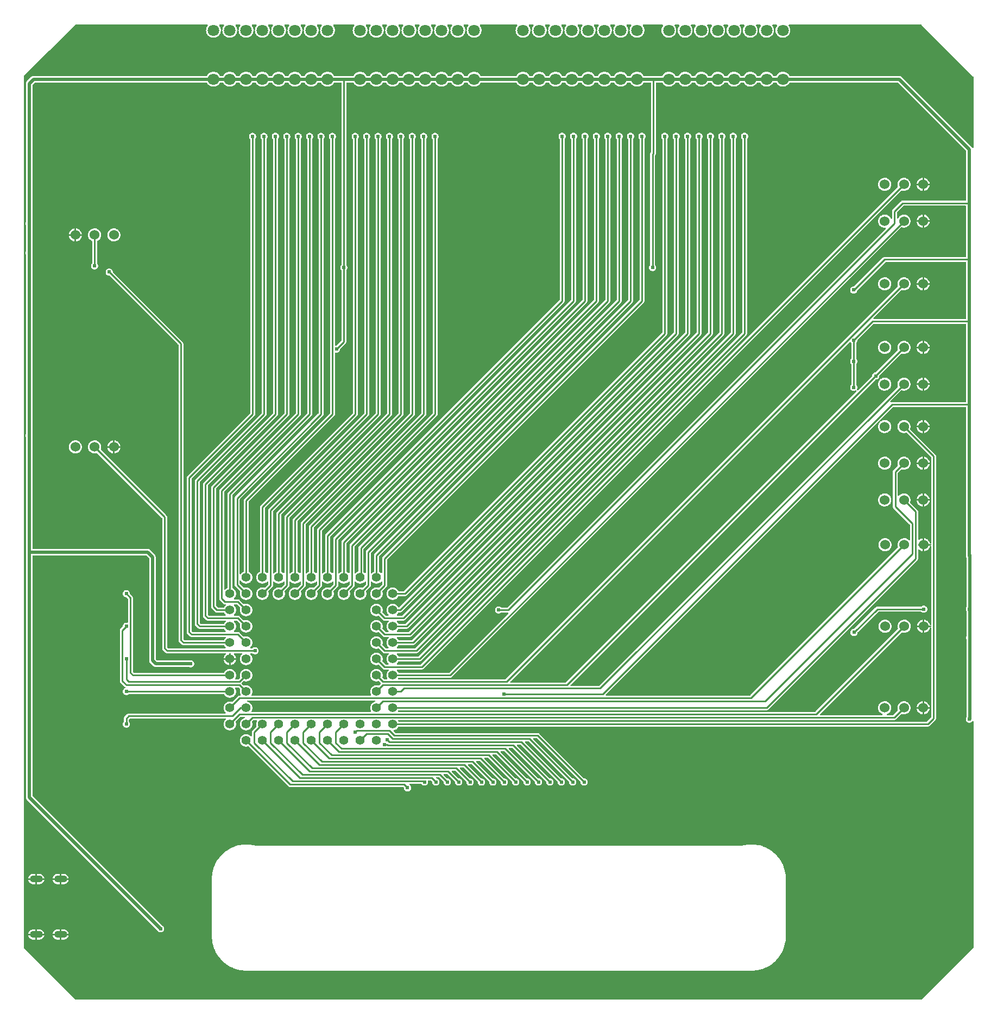
<source format=gbl>
G04 Layer: BottomLayer*
G04 EasyEDA v6.5.29, 2023-07-24 16:36:01*
G04 a67172d6d4c449c092c22cdc1d0531fc,5a6b42c53f6a479593ecc07194224c93,10*
G04 Gerber Generator version 0.2*
G04 Scale: 100 percent, Rotated: No, Reflected: No *
G04 Dimensions in millimeters *
G04 leading zeros omitted , absolute positions ,4 integer and 5 decimal *
%FSLAX45Y45*%
%MOMM*%

%ADD10C,0.2540*%
%ADD11C,0.5000*%
%ADD12O,1.9999959999999999X1.0999978000000001*%
%ADD13C,1.8000*%
%ADD14C,1.4224*%
%ADD15C,1.5240*%
%ADD16C,0.6096*%
%ADD17C,0.0142*%

%LPD*%
G36*
X2633065Y699008D02*
G01*
X2629001Y699871D01*
X2625648Y702208D01*
X2623464Y705764D01*
X2622905Y709879D01*
X2624023Y713841D01*
X2626156Y717905D01*
X2628392Y720801D01*
X2631541Y722731D01*
X2635148Y723392D01*
X3436416Y723392D01*
X3444443Y724204D01*
X3451656Y726389D01*
X3458311Y729945D01*
X3464560Y735076D01*
X10466730Y7737195D01*
X10469930Y7739380D01*
X10473740Y7740192D01*
X10477550Y7739532D01*
X10480497Y7738364D01*
X10493806Y7735214D01*
X10507370Y7733842D01*
X10520984Y7734300D01*
X10534446Y7736586D01*
X10547451Y7740599D01*
X10559846Y7746339D01*
X10571327Y7753705D01*
X10581741Y7762494D01*
X10590885Y7772603D01*
X10598607Y7783830D01*
X10604754Y7796022D01*
X10609224Y7808925D01*
X10611916Y7822285D01*
X10612831Y7835900D01*
X10611916Y7849463D01*
X10609224Y7862824D01*
X10604754Y7875727D01*
X10598607Y7887919D01*
X10590885Y7899146D01*
X10581741Y7909255D01*
X10571327Y7918043D01*
X10559846Y7925409D01*
X10547451Y7931150D01*
X10534446Y7935163D01*
X10520984Y7937449D01*
X10507370Y7937906D01*
X10493806Y7936534D01*
X10480497Y7933385D01*
X10467797Y7928457D01*
X10455808Y7921904D01*
X10444835Y7913827D01*
X10435031Y7904378D01*
X10426598Y7893659D01*
X10420705Y7883753D01*
X10417708Y7880553D01*
X10413695Y7878876D01*
X10409275Y7879130D01*
X10405414Y7881162D01*
X10402773Y7884617D01*
X10401808Y7888884D01*
X10401808Y7968081D01*
X10402570Y7971993D01*
X10404805Y7975295D01*
X10503204Y8073694D01*
X10506506Y8075930D01*
X10510418Y8076692D01*
X11470538Y8076692D01*
X11474399Y8075930D01*
X11477701Y8073694D01*
X11479936Y8070443D01*
X11480698Y8066531D01*
X11480698Y7684008D01*
X11479733Y7679690D01*
X11478666Y7677353D01*
X11476126Y7667904D01*
X11475262Y7658100D01*
X11476126Y7648295D01*
X11478666Y7638846D01*
X11479733Y7636509D01*
X11480698Y7632192D01*
X11480698Y7287768D01*
X11479936Y7283907D01*
X11477701Y7280605D01*
X11474399Y7278370D01*
X11470538Y7277608D01*
X10211308Y7277608D01*
X10203281Y7276795D01*
X10196068Y7274610D01*
X10189413Y7271054D01*
X10183164Y7265974D01*
X9739223Y6822033D01*
X9735515Y6819646D01*
X9731197Y6819087D01*
X9728200Y6819341D01*
X9718446Y6818477D01*
X9708946Y6815937D01*
X9700056Y6811822D01*
X9691979Y6806184D01*
X9685070Y6799224D01*
X9679432Y6791198D01*
X9675266Y6782257D01*
X9672726Y6772808D01*
X9671862Y6763003D01*
X9672726Y6753199D01*
X9675266Y6743750D01*
X9679432Y6734809D01*
X9685070Y6726783D01*
X9691979Y6719824D01*
X9700056Y6714185D01*
X9708946Y6710070D01*
X9718446Y6707530D01*
X9728200Y6706666D01*
X9738004Y6707530D01*
X9747504Y6710070D01*
X9756394Y6714185D01*
X9764420Y6719824D01*
X9771380Y6726783D01*
X9777018Y6734809D01*
X9781184Y6743750D01*
X9784689Y6757416D01*
X9786721Y6760311D01*
X10223804Y7197394D01*
X10227106Y7199630D01*
X10231018Y7200392D01*
X11470538Y7200392D01*
X11474399Y7199630D01*
X11477701Y7197394D01*
X11479936Y7194143D01*
X11480698Y7190231D01*
X11480698Y6706108D01*
X11479733Y6701790D01*
X11478666Y6699453D01*
X11476126Y6690004D01*
X11475262Y6680200D01*
X11476126Y6670395D01*
X11478666Y6660946D01*
X11479733Y6658609D01*
X11480698Y6654292D01*
X11480698Y6322568D01*
X11479936Y6318656D01*
X11477701Y6315405D01*
X11474399Y6313170D01*
X11470538Y6312408D01*
X10044328Y6312408D01*
X10040467Y6313170D01*
X10037165Y6315405D01*
X10034930Y6318656D01*
X10034168Y6322568D01*
X10034930Y6326479D01*
X10037165Y6329730D01*
X10466730Y6759295D01*
X10469930Y6761480D01*
X10473740Y6762292D01*
X10477550Y6761632D01*
X10480497Y6760464D01*
X10493806Y6757314D01*
X10507370Y6755942D01*
X10520984Y6756400D01*
X10534446Y6758686D01*
X10547451Y6762699D01*
X10559846Y6768439D01*
X10571327Y6775805D01*
X10581741Y6784594D01*
X10590885Y6794703D01*
X10598607Y6805930D01*
X10604754Y6818122D01*
X10609224Y6831025D01*
X10611916Y6844385D01*
X10612831Y6858000D01*
X10611916Y6871563D01*
X10609224Y6884924D01*
X10604754Y6897827D01*
X10598607Y6910019D01*
X10590885Y6921246D01*
X10581741Y6931355D01*
X10571327Y6940143D01*
X10559846Y6947509D01*
X10547451Y6953250D01*
X10534446Y6957263D01*
X10520984Y6959549D01*
X10507370Y6960006D01*
X10493806Y6958634D01*
X10480497Y6955485D01*
X10467797Y6950557D01*
X10455808Y6944004D01*
X10444835Y6935927D01*
X10435031Y6926478D01*
X10426598Y6915759D01*
X10419638Y6904024D01*
X10414304Y6891477D01*
X10410698Y6878320D01*
X10408920Y6864807D01*
X10408920Y6851142D01*
X10410698Y6837629D01*
X10414558Y6823659D01*
X10414914Y6820103D01*
X10414000Y6816699D01*
X10411968Y6813753D01*
X4300169Y702005D01*
X4296867Y699770D01*
X4293006Y699008D01*
G37*

%LPC*%
G36*
X10207345Y6755942D02*
G01*
X10220960Y6756400D01*
X10234422Y6758686D01*
X10247477Y6762699D01*
X10259822Y6768439D01*
X10271302Y6775805D01*
X10281716Y6784594D01*
X10290860Y6794703D01*
X10298582Y6805930D01*
X10304729Y6818122D01*
X10309199Y6831025D01*
X10311942Y6844385D01*
X10312857Y6858000D01*
X10311942Y6871563D01*
X10309199Y6884924D01*
X10304729Y6897827D01*
X10298582Y6910019D01*
X10290860Y6921246D01*
X10281716Y6931355D01*
X10271302Y6940143D01*
X10259822Y6947509D01*
X10247477Y6953250D01*
X10234422Y6957263D01*
X10220960Y6959549D01*
X10207345Y6960006D01*
X10193782Y6958634D01*
X10180523Y6955485D01*
X10167772Y6950557D01*
X10155834Y6944004D01*
X10144861Y6935927D01*
X10135057Y6926478D01*
X10126573Y6915759D01*
X10119664Y6904024D01*
X10114330Y6891477D01*
X10110724Y6878320D01*
X10108895Y6864807D01*
X10108895Y6851142D01*
X10110724Y6837629D01*
X10114330Y6824472D01*
X10119664Y6811924D01*
X10126573Y6800189D01*
X10135057Y6789521D01*
X10144861Y6780022D01*
X10155834Y6771944D01*
X10167772Y6765391D01*
X10180523Y6760464D01*
X10193782Y6757314D01*
G37*
G36*
X10823448Y6756806D02*
G01*
X10834420Y6758686D01*
X10847476Y6762699D01*
X10859820Y6768439D01*
X10871301Y6775805D01*
X10881715Y6784594D01*
X10890859Y6794703D01*
X10898581Y6805930D01*
X10904728Y6818122D01*
X10909198Y6831025D01*
X10911992Y6845300D01*
X10823448Y6845300D01*
G37*
G36*
X10798048Y6756908D02*
G01*
X10798048Y6845300D01*
X10709706Y6845300D01*
X10710722Y6837629D01*
X10714329Y6824472D01*
X10719663Y6811924D01*
X10726572Y6800189D01*
X10735056Y6789521D01*
X10744860Y6780022D01*
X10755833Y6771944D01*
X10767771Y6765391D01*
X10780522Y6760464D01*
X10793780Y6757314D01*
G37*
G36*
X10823448Y7848600D02*
G01*
X10911992Y7848600D01*
X10909198Y7862824D01*
X10904728Y7875727D01*
X10898581Y7887919D01*
X10890859Y7899146D01*
X10881715Y7909255D01*
X10871301Y7918043D01*
X10859820Y7925409D01*
X10847476Y7931150D01*
X10834420Y7935163D01*
X10823448Y7937042D01*
G37*
G36*
X10823448Y6870700D02*
G01*
X10911992Y6870700D01*
X10909198Y6884924D01*
X10904728Y6897827D01*
X10898581Y6910019D01*
X10890859Y6921246D01*
X10881715Y6931355D01*
X10871301Y6940143D01*
X10859820Y6947509D01*
X10847476Y6953250D01*
X10834420Y6957263D01*
X10823448Y6959142D01*
G37*
G36*
X10823448Y7734706D02*
G01*
X10834420Y7736586D01*
X10847476Y7740599D01*
X10859820Y7746339D01*
X10871301Y7753705D01*
X10881715Y7762494D01*
X10890859Y7772603D01*
X10898581Y7783830D01*
X10904728Y7796022D01*
X10909198Y7808925D01*
X10911992Y7823200D01*
X10823448Y7823200D01*
G37*
G36*
X10798048Y7734808D02*
G01*
X10798048Y7823200D01*
X10709706Y7823200D01*
X10710722Y7815529D01*
X10714329Y7802372D01*
X10719663Y7789824D01*
X10726572Y7778089D01*
X10735056Y7767421D01*
X10744860Y7757922D01*
X10755833Y7749844D01*
X10767771Y7743291D01*
X10780522Y7738364D01*
X10793780Y7735214D01*
G37*
G36*
X10709706Y7848600D02*
G01*
X10798048Y7848600D01*
X10798048Y7936992D01*
X10793780Y7936534D01*
X10780522Y7933385D01*
X10767771Y7928457D01*
X10755833Y7921904D01*
X10744860Y7913827D01*
X10735056Y7904378D01*
X10726572Y7893659D01*
X10719663Y7881924D01*
X10714329Y7869377D01*
X10710722Y7856220D01*
G37*
G36*
X10709706Y6870700D02*
G01*
X10798048Y6870700D01*
X10798048Y6959092D01*
X10793780Y6958634D01*
X10780522Y6955485D01*
X10767771Y6950557D01*
X10755833Y6944004D01*
X10744860Y6935927D01*
X10735056Y6926478D01*
X10726572Y6915759D01*
X10719663Y6904024D01*
X10714329Y6891477D01*
X10710722Y6878320D01*
G37*

%LPD*%
G36*
X4380128Y648208D02*
G01*
X4376267Y648970D01*
X4372965Y651205D01*
X4370730Y654456D01*
X4369968Y658368D01*
X4370730Y662279D01*
X4372965Y665530D01*
X9663277Y5955893D01*
X9666986Y5958230D01*
X9671354Y5958789D01*
X9675571Y5957468D01*
X9678822Y5954471D01*
X9685070Y5945479D01*
X9686645Y5943904D01*
X9688830Y5940602D01*
X9689642Y5936691D01*
X9689642Y5696508D01*
X9688830Y5692597D01*
X9686645Y5689295D01*
X9685070Y5687720D01*
X9679432Y5679694D01*
X9675266Y5670753D01*
X9672726Y5661304D01*
X9671862Y5651500D01*
X9672726Y5641695D01*
X9675266Y5632246D01*
X9679432Y5623306D01*
X9685070Y5615279D01*
X9686645Y5613704D01*
X9688830Y5610402D01*
X9689642Y5606491D01*
X9689642Y5290108D01*
X9688830Y5286197D01*
X9686645Y5282895D01*
X9685070Y5281320D01*
X9679432Y5273294D01*
X9675266Y5264353D01*
X9672726Y5254904D01*
X9671862Y5245100D01*
X9672726Y5235295D01*
X9675266Y5225846D01*
X9679432Y5216906D01*
X9685070Y5208879D01*
X9691979Y5201920D01*
X9700056Y5196281D01*
X9708946Y5192166D01*
X9718446Y5189626D01*
X9728200Y5188762D01*
X9738004Y5189626D01*
X9747504Y5192166D01*
X9756952Y5196687D01*
X9760915Y5198364D01*
X9765182Y5198262D01*
X9769043Y5196382D01*
X9771786Y5193131D01*
X9772904Y5189016D01*
X9772294Y5184800D01*
X9769957Y5181193D01*
X5239969Y651205D01*
X5236667Y648970D01*
X5232755Y648208D01*
G37*

%LPD*%
G36*
X5319928Y597408D02*
G01*
X5316016Y598170D01*
X5312714Y600405D01*
X5310530Y603656D01*
X5309768Y607568D01*
X5310530Y611479D01*
X5312714Y614730D01*
X10061702Y5363718D01*
X10065410Y5366105D01*
X10080904Y5367426D01*
X10090404Y5369966D01*
X10099294Y5374081D01*
X10107320Y5379720D01*
X10114280Y5386679D01*
X10119918Y5394706D01*
X10124084Y5403646D01*
X10126624Y5413095D01*
X10127894Y5428589D01*
X10130282Y5432298D01*
X10466679Y5768746D01*
X10469930Y5770880D01*
X10473690Y5771692D01*
X10477550Y5771032D01*
X10480497Y5769864D01*
X10493806Y5766714D01*
X10507370Y5765342D01*
X10520984Y5765800D01*
X10534446Y5768086D01*
X10547451Y5772099D01*
X10559846Y5777839D01*
X10571327Y5785205D01*
X10581741Y5793994D01*
X10590885Y5804103D01*
X10598607Y5815330D01*
X10604754Y5827522D01*
X10609224Y5840425D01*
X10611916Y5853785D01*
X10612831Y5867400D01*
X10611916Y5880963D01*
X10609224Y5894324D01*
X10604754Y5907227D01*
X10598607Y5919419D01*
X10590885Y5930646D01*
X10581741Y5940755D01*
X10571327Y5949543D01*
X10559846Y5956909D01*
X10547451Y5962650D01*
X10534446Y5966663D01*
X10520984Y5968949D01*
X10507370Y5969406D01*
X10493806Y5968034D01*
X10480497Y5964885D01*
X10467797Y5959957D01*
X10455808Y5953404D01*
X10444835Y5945327D01*
X10435031Y5935878D01*
X10426598Y5925159D01*
X10419638Y5913424D01*
X10414304Y5900877D01*
X10410698Y5887720D01*
X10408920Y5874207D01*
X10408920Y5860542D01*
X10410698Y5847029D01*
X10414558Y5833059D01*
X10414914Y5829554D01*
X10414000Y5826099D01*
X10411968Y5823204D01*
X10070338Y5481574D01*
X10067442Y5479542D01*
X10064038Y5478627D01*
X10061346Y5478373D01*
X10051846Y5475833D01*
X10042956Y5471718D01*
X10034879Y5466080D01*
X10027970Y5459120D01*
X10022332Y5451094D01*
X10018166Y5442153D01*
X10015626Y5432704D01*
X10015372Y5429961D01*
X10014458Y5426557D01*
X10012426Y5423662D01*
X9792106Y5203342D01*
X9788550Y5201005D01*
X9784283Y5200396D01*
X9780168Y5201564D01*
X9776917Y5204307D01*
X9775037Y5208168D01*
X9774936Y5212435D01*
X9781184Y5225846D01*
X9783724Y5235295D01*
X9784537Y5245100D01*
X9783724Y5254904D01*
X9781184Y5264353D01*
X9777018Y5273294D01*
X9771380Y5281320D01*
X9769805Y5282895D01*
X9767620Y5286197D01*
X9766858Y5290058D01*
X9766858Y5606542D01*
X9767620Y5610402D01*
X9769805Y5613704D01*
X9771380Y5615279D01*
X9777018Y5623306D01*
X9781184Y5632246D01*
X9783724Y5641695D01*
X9784537Y5651500D01*
X9783724Y5661304D01*
X9781184Y5670753D01*
X9777018Y5679694D01*
X9771380Y5687720D01*
X9769805Y5689295D01*
X9767620Y5692597D01*
X9766858Y5696458D01*
X9766858Y5936742D01*
X9767620Y5940602D01*
X9769805Y5943904D01*
X9771380Y5945479D01*
X9777018Y5953506D01*
X9781184Y5962446D01*
X9783724Y5971895D01*
X9784384Y5979922D01*
X9785299Y5983325D01*
X9787331Y5986221D01*
X10033355Y6232194D01*
X10036657Y6234430D01*
X10040518Y6235192D01*
X11470538Y6235192D01*
X11474399Y6234430D01*
X11477701Y6232194D01*
X11479936Y6228943D01*
X11480698Y6225032D01*
X11480698Y5715508D01*
X11479733Y5711190D01*
X11478666Y5708853D01*
X11476126Y5699404D01*
X11475262Y5689600D01*
X11476126Y5679795D01*
X11478666Y5670346D01*
X11479733Y5668010D01*
X11480698Y5663692D01*
X11480698Y5144008D01*
X11479733Y5139690D01*
X11478666Y5137353D01*
X11476126Y5127904D01*
X11475262Y5118100D01*
X11476126Y5108295D01*
X11478666Y5098846D01*
X11479733Y5096510D01*
X11480698Y5092192D01*
X11480698Y5027168D01*
X11479936Y5023307D01*
X11477701Y5020005D01*
X11474399Y5017770D01*
X11470538Y5017008D01*
X10325608Y5017008D01*
X10317581Y5016195D01*
X10310622Y5014112D01*
X10306202Y5013756D01*
X10302036Y5015382D01*
X10298938Y5018582D01*
X10297566Y5022850D01*
X10298125Y5027269D01*
X10300462Y5031028D01*
X10466679Y5197246D01*
X10469930Y5199380D01*
X10473690Y5200192D01*
X10477550Y5199532D01*
X10480497Y5198364D01*
X10493806Y5195214D01*
X10507370Y5193842D01*
X10520984Y5194300D01*
X10534446Y5196586D01*
X10547451Y5200599D01*
X10559846Y5206339D01*
X10571327Y5213705D01*
X10581741Y5222494D01*
X10590885Y5232603D01*
X10598607Y5243830D01*
X10604754Y5256022D01*
X10609224Y5268925D01*
X10611916Y5282285D01*
X10612831Y5295900D01*
X10611916Y5309463D01*
X10609224Y5322824D01*
X10604754Y5335727D01*
X10598607Y5347919D01*
X10590885Y5359146D01*
X10581741Y5369255D01*
X10571327Y5378043D01*
X10559846Y5385409D01*
X10547451Y5391150D01*
X10534446Y5395163D01*
X10520984Y5397449D01*
X10507370Y5397906D01*
X10493806Y5396534D01*
X10480497Y5393385D01*
X10467797Y5388457D01*
X10455808Y5381904D01*
X10444835Y5373827D01*
X10435031Y5364378D01*
X10426598Y5353659D01*
X10419638Y5341924D01*
X10414304Y5329377D01*
X10410698Y5316220D01*
X10408920Y5302707D01*
X10408920Y5289042D01*
X10410698Y5275529D01*
X10414558Y5261559D01*
X10414914Y5258054D01*
X10414000Y5254599D01*
X10411968Y5251704D01*
X5760669Y600405D01*
X5757367Y598170D01*
X5753455Y597408D01*
G37*

%LPC*%
G36*
X10798048Y5766308D02*
G01*
X10798048Y5854700D01*
X10709706Y5854700D01*
X10710722Y5847029D01*
X10714329Y5833872D01*
X10719663Y5821324D01*
X10726572Y5809589D01*
X10735056Y5798921D01*
X10744860Y5789422D01*
X10755833Y5781344D01*
X10767771Y5774791D01*
X10780522Y5769864D01*
X10793780Y5766714D01*
G37*
G36*
X10709706Y5308600D02*
G01*
X10798048Y5308600D01*
X10798048Y5396992D01*
X10793780Y5396534D01*
X10780522Y5393385D01*
X10767771Y5388457D01*
X10755833Y5381904D01*
X10744860Y5373827D01*
X10735056Y5364378D01*
X10726572Y5353659D01*
X10719663Y5341924D01*
X10714329Y5329377D01*
X10710722Y5316220D01*
G37*
G36*
X10823448Y5880100D02*
G01*
X10911992Y5880100D01*
X10909198Y5894324D01*
X10904728Y5907227D01*
X10898581Y5919419D01*
X10890859Y5930646D01*
X10881715Y5940755D01*
X10871301Y5949543D01*
X10859820Y5956909D01*
X10847476Y5962650D01*
X10834420Y5966663D01*
X10823448Y5968542D01*
G37*
G36*
X10207345Y5193842D02*
G01*
X10220960Y5194300D01*
X10234422Y5196586D01*
X10247477Y5200599D01*
X10259822Y5206339D01*
X10271302Y5213705D01*
X10281716Y5222494D01*
X10290860Y5232603D01*
X10298582Y5243830D01*
X10304729Y5256022D01*
X10309199Y5268925D01*
X10311942Y5282285D01*
X10312857Y5295900D01*
X10311942Y5309463D01*
X10309199Y5322824D01*
X10304729Y5335727D01*
X10298582Y5347919D01*
X10290860Y5359146D01*
X10281716Y5369255D01*
X10271302Y5378043D01*
X10259822Y5385409D01*
X10247477Y5391150D01*
X10234422Y5395163D01*
X10220960Y5397449D01*
X10207345Y5397906D01*
X10193782Y5396534D01*
X10180523Y5393385D01*
X10167772Y5388457D01*
X10155834Y5381904D01*
X10144861Y5373827D01*
X10135057Y5364378D01*
X10126573Y5353659D01*
X10119664Y5341924D01*
X10114330Y5329377D01*
X10110724Y5316220D01*
X10108895Y5302707D01*
X10108895Y5289042D01*
X10110724Y5275529D01*
X10114330Y5262372D01*
X10119664Y5249824D01*
X10126573Y5238089D01*
X10135057Y5227421D01*
X10144861Y5217922D01*
X10155834Y5209844D01*
X10167772Y5203291D01*
X10180523Y5198364D01*
X10193782Y5195214D01*
G37*
G36*
X10823448Y5194706D02*
G01*
X10834420Y5196586D01*
X10847476Y5200599D01*
X10859820Y5206339D01*
X10871301Y5213705D01*
X10881715Y5222494D01*
X10890859Y5232603D01*
X10898581Y5243830D01*
X10904728Y5256022D01*
X10909198Y5268925D01*
X10911992Y5283200D01*
X10823448Y5283200D01*
G37*
G36*
X10798048Y5194808D02*
G01*
X10798048Y5283200D01*
X10709706Y5283200D01*
X10710722Y5275529D01*
X10714329Y5262372D01*
X10719663Y5249824D01*
X10726572Y5238089D01*
X10735056Y5227421D01*
X10744860Y5217922D01*
X10755833Y5209844D01*
X10767771Y5203291D01*
X10780522Y5198364D01*
X10793780Y5195214D01*
G37*
G36*
X10823448Y5308600D02*
G01*
X10911992Y5308600D01*
X10909198Y5322824D01*
X10904728Y5335727D01*
X10898581Y5347919D01*
X10890859Y5359146D01*
X10881715Y5369255D01*
X10871301Y5378043D01*
X10859820Y5385409D01*
X10847476Y5391150D01*
X10834420Y5395163D01*
X10823448Y5397042D01*
G37*
G36*
X10207345Y5765342D02*
G01*
X10220960Y5765800D01*
X10234422Y5768086D01*
X10247477Y5772099D01*
X10259822Y5777839D01*
X10271302Y5785205D01*
X10281716Y5793994D01*
X10290860Y5804103D01*
X10298582Y5815330D01*
X10304729Y5827522D01*
X10309199Y5840425D01*
X10311942Y5853785D01*
X10312857Y5867400D01*
X10311942Y5880963D01*
X10309199Y5894324D01*
X10304729Y5907227D01*
X10298582Y5919419D01*
X10290860Y5930646D01*
X10281716Y5940755D01*
X10271302Y5949543D01*
X10259822Y5956909D01*
X10247477Y5962650D01*
X10234422Y5966663D01*
X10220960Y5968949D01*
X10207345Y5969406D01*
X10193782Y5968034D01*
X10180523Y5964885D01*
X10167772Y5959957D01*
X10155834Y5953404D01*
X10144861Y5945327D01*
X10135057Y5935878D01*
X10126573Y5925159D01*
X10119664Y5913424D01*
X10114330Y5900877D01*
X10110724Y5887720D01*
X10108895Y5874207D01*
X10108895Y5860542D01*
X10110724Y5847029D01*
X10114330Y5833872D01*
X10119664Y5821324D01*
X10126573Y5809589D01*
X10135057Y5798921D01*
X10144861Y5789422D01*
X10155834Y5781344D01*
X10167772Y5774791D01*
X10180523Y5769864D01*
X10193782Y5766714D01*
G37*
G36*
X10823448Y5766206D02*
G01*
X10834420Y5768086D01*
X10847476Y5772099D01*
X10859820Y5777839D01*
X10871301Y5785205D01*
X10881715Y5793994D01*
X10890859Y5804103D01*
X10898581Y5815330D01*
X10904728Y5827522D01*
X10909198Y5840425D01*
X10911992Y5854700D01*
X10823448Y5854700D01*
G37*
G36*
X10709706Y5880100D02*
G01*
X10798048Y5880100D01*
X10798048Y5968492D01*
X10793780Y5968034D01*
X10780522Y5964885D01*
X10767771Y5959957D01*
X10755833Y5953404D01*
X10744860Y5945327D01*
X10735056Y5935878D01*
X10726572Y5925159D01*
X10719663Y5913424D01*
X10714329Y5900877D01*
X10710722Y5887720D01*
G37*

%LPD*%
G36*
X347065Y191008D02*
G01*
X343001Y191871D01*
X339648Y194208D01*
X337464Y197764D01*
X336905Y201879D01*
X338023Y205841D01*
X342950Y215341D01*
X347421Y227838D01*
X350113Y240792D01*
X351028Y254000D01*
X350113Y267208D01*
X347421Y280162D01*
X342950Y292658D01*
X336905Y304393D01*
X329234Y315214D01*
X320192Y324916D01*
X309930Y333248D01*
X298653Y340156D01*
X286461Y345440D01*
X277825Y347827D01*
X274116Y349758D01*
X271526Y352958D01*
X270408Y356920D01*
X270967Y361035D01*
X273100Y364591D01*
X276504Y366928D01*
X280568Y367792D01*
X2259431Y367792D01*
X2263495Y366928D01*
X2266899Y364591D01*
X2269032Y361035D01*
X2269591Y356920D01*
X2268474Y352958D01*
X2265883Y349758D01*
X2262174Y347827D01*
X2253538Y345440D01*
X2241346Y340156D01*
X2230069Y333248D01*
X2219807Y324916D01*
X2210765Y315214D01*
X2203094Y304393D01*
X2197049Y292658D01*
X2192578Y280162D01*
X2189886Y267208D01*
X2188972Y254000D01*
X2189886Y240792D01*
X2192578Y227838D01*
X2197049Y215341D01*
X2201976Y205841D01*
X2203094Y201879D01*
X2202535Y197764D01*
X2200351Y194208D01*
X2196998Y191871D01*
X2192934Y191008D01*
G37*

%LPD*%
G36*
X-2398064Y-4292092D02*
G01*
X-2401925Y-4291330D01*
X-2405227Y-4289094D01*
X-3209594Y-3484727D01*
X-3211830Y-3481425D01*
X-3212592Y-3477564D01*
X-3212592Y10096347D01*
X-3211779Y10100310D01*
X-3209544Y10103612D01*
X-2405380Y10893196D01*
X-2402078Y10895330D01*
X-2398268Y10896092D01*
X-352552Y10896092D01*
X-348843Y10895380D01*
X-345643Y10893348D01*
X-343357Y10890250D01*
X-342442Y10886592D01*
X-342900Y10882782D01*
X-344728Y10879480D01*
X-347776Y10875822D01*
X-355549Y10863529D01*
X-361746Y10850372D01*
X-366268Y10836503D01*
X-368960Y10822228D01*
X-369874Y10807700D01*
X-368960Y10793171D01*
X-366268Y10778896D01*
X-361746Y10765028D01*
X-355549Y10751870D01*
X-347776Y10739577D01*
X-338480Y10728350D01*
X-327863Y10718393D01*
X-316077Y10709859D01*
X-303326Y10702848D01*
X-289814Y10697464D01*
X-275691Y10693857D01*
X-261264Y10692028D01*
X-246735Y10692028D01*
X-232308Y10693857D01*
X-218186Y10697464D01*
X-204673Y10702848D01*
X-191922Y10709859D01*
X-180136Y10718393D01*
X-169519Y10728350D01*
X-160223Y10739577D01*
X-152450Y10751870D01*
X-146253Y10765028D01*
X-141732Y10778896D01*
X-139039Y10793171D01*
X-138125Y10807700D01*
X-139039Y10822228D01*
X-141732Y10836503D01*
X-146253Y10850372D01*
X-152450Y10863529D01*
X-160223Y10875822D01*
X-163271Y10879480D01*
X-165100Y10882782D01*
X-165557Y10886592D01*
X-164642Y10890250D01*
X-162356Y10893348D01*
X-159156Y10895380D01*
X-155448Y10896092D01*
X-98552Y10896092D01*
X-94843Y10895380D01*
X-91643Y10893348D01*
X-89357Y10890250D01*
X-88442Y10886592D01*
X-88900Y10882782D01*
X-90728Y10879480D01*
X-93776Y10875822D01*
X-101549Y10863529D01*
X-107746Y10850372D01*
X-112268Y10836503D01*
X-114960Y10822228D01*
X-115874Y10807700D01*
X-114960Y10793171D01*
X-112268Y10778896D01*
X-107746Y10765028D01*
X-101549Y10751870D01*
X-93776Y10739577D01*
X-84480Y10728350D01*
X-73863Y10718393D01*
X-62077Y10709859D01*
X-49326Y10702848D01*
X-35814Y10697464D01*
X-21691Y10693857D01*
X-7264Y10692028D01*
X7264Y10692028D01*
X21691Y10693857D01*
X35814Y10697464D01*
X49326Y10702848D01*
X62077Y10709859D01*
X73863Y10718393D01*
X84480Y10728350D01*
X93776Y10739577D01*
X101549Y10751870D01*
X107746Y10765028D01*
X112268Y10778896D01*
X114960Y10793171D01*
X115874Y10807700D01*
X114960Y10822228D01*
X112268Y10836503D01*
X107746Y10850372D01*
X101549Y10863529D01*
X93776Y10875822D01*
X90728Y10879480D01*
X88900Y10882782D01*
X88442Y10886592D01*
X89357Y10890250D01*
X91643Y10893348D01*
X94843Y10895380D01*
X98552Y10896092D01*
X155448Y10896092D01*
X159156Y10895380D01*
X162356Y10893348D01*
X164642Y10890250D01*
X165557Y10886592D01*
X165100Y10882782D01*
X163271Y10879480D01*
X160223Y10875822D01*
X152450Y10863529D01*
X146253Y10850372D01*
X141732Y10836503D01*
X139039Y10822228D01*
X138125Y10807700D01*
X139039Y10793171D01*
X141732Y10778896D01*
X146253Y10765028D01*
X152450Y10751870D01*
X160223Y10739577D01*
X169519Y10728350D01*
X180136Y10718393D01*
X191922Y10709859D01*
X204673Y10702848D01*
X218186Y10697464D01*
X232308Y10693857D01*
X246735Y10692028D01*
X261264Y10692028D01*
X275691Y10693857D01*
X289814Y10697464D01*
X303326Y10702848D01*
X316077Y10709859D01*
X327863Y10718393D01*
X338480Y10728350D01*
X347776Y10739577D01*
X355549Y10751870D01*
X361746Y10765028D01*
X366268Y10778896D01*
X368960Y10793171D01*
X369874Y10807700D01*
X368960Y10822228D01*
X366268Y10836503D01*
X361746Y10850372D01*
X355549Y10863529D01*
X347776Y10875822D01*
X344728Y10879480D01*
X342900Y10882782D01*
X342442Y10886592D01*
X343357Y10890250D01*
X345643Y10893348D01*
X348843Y10895380D01*
X352552Y10896092D01*
X409448Y10896092D01*
X413156Y10895380D01*
X416356Y10893348D01*
X418642Y10890250D01*
X419557Y10886592D01*
X419100Y10882782D01*
X417271Y10879480D01*
X414223Y10875822D01*
X406450Y10863529D01*
X400253Y10850372D01*
X395732Y10836503D01*
X393039Y10822228D01*
X392125Y10807700D01*
X393039Y10793171D01*
X395732Y10778896D01*
X400253Y10765028D01*
X406450Y10751870D01*
X414223Y10739577D01*
X423519Y10728350D01*
X434136Y10718393D01*
X445922Y10709859D01*
X458673Y10702848D01*
X472185Y10697464D01*
X486308Y10693857D01*
X500735Y10692028D01*
X515264Y10692028D01*
X529691Y10693857D01*
X543814Y10697464D01*
X557326Y10702848D01*
X570077Y10709859D01*
X581863Y10718393D01*
X592480Y10728350D01*
X601776Y10739577D01*
X609549Y10751870D01*
X615746Y10765028D01*
X620268Y10778896D01*
X622960Y10793171D01*
X623874Y10807700D01*
X622960Y10822228D01*
X620268Y10836503D01*
X615746Y10850372D01*
X609549Y10863529D01*
X601776Y10875822D01*
X598728Y10879480D01*
X596900Y10882782D01*
X596442Y10886592D01*
X597357Y10890250D01*
X599643Y10893348D01*
X602843Y10895380D01*
X606552Y10896092D01*
X663448Y10896092D01*
X667156Y10895380D01*
X670356Y10893348D01*
X672642Y10890250D01*
X673557Y10886592D01*
X673100Y10882782D01*
X671271Y10879480D01*
X668223Y10875822D01*
X660450Y10863529D01*
X654253Y10850372D01*
X649732Y10836503D01*
X647039Y10822228D01*
X646125Y10807700D01*
X647039Y10793171D01*
X649732Y10778896D01*
X654253Y10765028D01*
X660450Y10751870D01*
X668223Y10739577D01*
X677519Y10728350D01*
X688136Y10718393D01*
X699922Y10709859D01*
X712673Y10702848D01*
X726186Y10697464D01*
X740308Y10693857D01*
X754735Y10692028D01*
X769264Y10692028D01*
X783691Y10693857D01*
X797814Y10697464D01*
X811326Y10702848D01*
X824077Y10709859D01*
X835863Y10718393D01*
X846480Y10728350D01*
X855776Y10739577D01*
X863549Y10751870D01*
X869746Y10765028D01*
X874268Y10778896D01*
X876960Y10793171D01*
X877874Y10807700D01*
X876960Y10822228D01*
X874268Y10836503D01*
X869746Y10850372D01*
X863549Y10863529D01*
X855776Y10875822D01*
X852728Y10879480D01*
X850900Y10882782D01*
X850442Y10886592D01*
X851357Y10890250D01*
X853643Y10893348D01*
X856843Y10895380D01*
X860552Y10896092D01*
X917448Y10896092D01*
X921156Y10895380D01*
X924356Y10893348D01*
X926642Y10890250D01*
X927557Y10886592D01*
X927100Y10882782D01*
X925271Y10879480D01*
X922223Y10875822D01*
X914450Y10863529D01*
X908253Y10850372D01*
X903732Y10836503D01*
X901039Y10822228D01*
X900125Y10807700D01*
X901039Y10793171D01*
X903732Y10778896D01*
X908253Y10765028D01*
X914450Y10751870D01*
X922223Y10739577D01*
X931519Y10728350D01*
X942136Y10718393D01*
X953922Y10709859D01*
X966673Y10702848D01*
X980186Y10697464D01*
X994308Y10693857D01*
X1008735Y10692028D01*
X1023264Y10692028D01*
X1037691Y10693857D01*
X1051814Y10697464D01*
X1065326Y10702848D01*
X1078077Y10709859D01*
X1089863Y10718393D01*
X1100480Y10728350D01*
X1109776Y10739577D01*
X1117549Y10751870D01*
X1123746Y10765028D01*
X1128268Y10778896D01*
X1130960Y10793171D01*
X1131874Y10807700D01*
X1130960Y10822228D01*
X1128268Y10836503D01*
X1123746Y10850372D01*
X1117549Y10863529D01*
X1109776Y10875822D01*
X1106728Y10879480D01*
X1104900Y10882782D01*
X1104442Y10886592D01*
X1105357Y10890250D01*
X1107643Y10893348D01*
X1110843Y10895380D01*
X1114552Y10896092D01*
X1171448Y10896092D01*
X1175156Y10895380D01*
X1178356Y10893348D01*
X1180642Y10890250D01*
X1181557Y10886592D01*
X1181100Y10882782D01*
X1179271Y10879480D01*
X1176223Y10875822D01*
X1168450Y10863529D01*
X1162253Y10850372D01*
X1157732Y10836503D01*
X1155039Y10822228D01*
X1154125Y10807700D01*
X1155039Y10793171D01*
X1157732Y10778896D01*
X1162253Y10765028D01*
X1168450Y10751870D01*
X1176223Y10739577D01*
X1185519Y10728350D01*
X1196136Y10718393D01*
X1207922Y10709859D01*
X1220673Y10702848D01*
X1234186Y10697464D01*
X1248308Y10693857D01*
X1262735Y10692028D01*
X1277264Y10692028D01*
X1291691Y10693857D01*
X1305814Y10697464D01*
X1319326Y10702848D01*
X1332077Y10709859D01*
X1343863Y10718393D01*
X1354480Y10728350D01*
X1363776Y10739577D01*
X1371549Y10751870D01*
X1377746Y10765028D01*
X1382268Y10778896D01*
X1384960Y10793171D01*
X1385874Y10807700D01*
X1384960Y10822228D01*
X1382268Y10836503D01*
X1377746Y10850372D01*
X1371549Y10863529D01*
X1363776Y10875822D01*
X1360728Y10879480D01*
X1358900Y10882782D01*
X1358442Y10886592D01*
X1359357Y10890250D01*
X1361643Y10893348D01*
X1364843Y10895380D01*
X1368552Y10896092D01*
X1425448Y10896092D01*
X1429156Y10895380D01*
X1432356Y10893348D01*
X1434642Y10890250D01*
X1435557Y10886592D01*
X1435100Y10882782D01*
X1433271Y10879480D01*
X1430223Y10875822D01*
X1422450Y10863529D01*
X1416253Y10850372D01*
X1411732Y10836503D01*
X1409039Y10822228D01*
X1408125Y10807700D01*
X1409039Y10793171D01*
X1411732Y10778896D01*
X1416253Y10765028D01*
X1422450Y10751870D01*
X1430223Y10739577D01*
X1439519Y10728350D01*
X1450136Y10718393D01*
X1461922Y10709859D01*
X1474673Y10702848D01*
X1488186Y10697464D01*
X1502308Y10693857D01*
X1516735Y10692028D01*
X1531264Y10692028D01*
X1545691Y10693857D01*
X1559814Y10697464D01*
X1573326Y10702848D01*
X1586077Y10709859D01*
X1597863Y10718393D01*
X1608480Y10728350D01*
X1617776Y10739577D01*
X1625549Y10751870D01*
X1631746Y10765028D01*
X1636268Y10778896D01*
X1638960Y10793171D01*
X1639874Y10807700D01*
X1638960Y10822228D01*
X1636268Y10836503D01*
X1631746Y10850372D01*
X1625549Y10863529D01*
X1617776Y10875822D01*
X1614728Y10879480D01*
X1612900Y10882782D01*
X1612442Y10886592D01*
X1613357Y10890250D01*
X1615643Y10893348D01*
X1618843Y10895380D01*
X1622552Y10896092D01*
X1933448Y10896092D01*
X1937156Y10895380D01*
X1940356Y10893348D01*
X1942642Y10890250D01*
X1943557Y10886592D01*
X1943100Y10882782D01*
X1941271Y10879480D01*
X1938223Y10875822D01*
X1930450Y10863529D01*
X1924253Y10850372D01*
X1919732Y10836503D01*
X1917039Y10822228D01*
X1916125Y10807700D01*
X1917039Y10793171D01*
X1919732Y10778896D01*
X1924253Y10765028D01*
X1930450Y10751870D01*
X1938223Y10739577D01*
X1947519Y10728350D01*
X1958136Y10718393D01*
X1969922Y10709859D01*
X1982673Y10702848D01*
X1996186Y10697464D01*
X2010308Y10693857D01*
X2024735Y10692028D01*
X2039264Y10692028D01*
X2053691Y10693857D01*
X2067814Y10697464D01*
X2081326Y10702848D01*
X2094077Y10709859D01*
X2105863Y10718393D01*
X2116480Y10728350D01*
X2125776Y10739577D01*
X2133549Y10751870D01*
X2139746Y10765028D01*
X2144268Y10778896D01*
X2146960Y10793171D01*
X2147874Y10807700D01*
X2146960Y10822228D01*
X2144268Y10836503D01*
X2139746Y10850372D01*
X2133549Y10863529D01*
X2125776Y10875822D01*
X2122728Y10879480D01*
X2120900Y10882782D01*
X2120442Y10886592D01*
X2121357Y10890250D01*
X2123643Y10893348D01*
X2126843Y10895380D01*
X2130552Y10896092D01*
X2187448Y10896092D01*
X2191156Y10895380D01*
X2194356Y10893348D01*
X2196642Y10890250D01*
X2197557Y10886592D01*
X2197100Y10882782D01*
X2195271Y10879480D01*
X2192223Y10875822D01*
X2184450Y10863529D01*
X2178253Y10850372D01*
X2173732Y10836503D01*
X2171039Y10822228D01*
X2170125Y10807700D01*
X2171039Y10793171D01*
X2173732Y10778896D01*
X2178253Y10765028D01*
X2184450Y10751870D01*
X2192223Y10739577D01*
X2201519Y10728350D01*
X2212136Y10718393D01*
X2223922Y10709859D01*
X2236673Y10702848D01*
X2250186Y10697464D01*
X2264308Y10693857D01*
X2278735Y10692028D01*
X2293264Y10692028D01*
X2307691Y10693857D01*
X2321814Y10697464D01*
X2335326Y10702848D01*
X2348077Y10709859D01*
X2359863Y10718393D01*
X2370480Y10728350D01*
X2379776Y10739577D01*
X2387549Y10751870D01*
X2393746Y10765028D01*
X2398268Y10778896D01*
X2400960Y10793171D01*
X2401874Y10807700D01*
X2400960Y10822228D01*
X2398268Y10836503D01*
X2393746Y10850372D01*
X2387549Y10863529D01*
X2379776Y10875822D01*
X2376728Y10879480D01*
X2374900Y10882782D01*
X2374442Y10886592D01*
X2375357Y10890250D01*
X2377643Y10893348D01*
X2380843Y10895380D01*
X2384552Y10896092D01*
X2441448Y10896092D01*
X2445156Y10895380D01*
X2448356Y10893348D01*
X2450642Y10890250D01*
X2451557Y10886592D01*
X2451100Y10882782D01*
X2449271Y10879480D01*
X2446223Y10875822D01*
X2438450Y10863529D01*
X2432253Y10850372D01*
X2427732Y10836503D01*
X2425039Y10822228D01*
X2424125Y10807700D01*
X2425039Y10793171D01*
X2427732Y10778896D01*
X2432253Y10765028D01*
X2438450Y10751870D01*
X2446223Y10739577D01*
X2455519Y10728350D01*
X2466136Y10718393D01*
X2477922Y10709859D01*
X2490673Y10702848D01*
X2504186Y10697464D01*
X2518308Y10693857D01*
X2532735Y10692028D01*
X2547264Y10692028D01*
X2561691Y10693857D01*
X2575814Y10697464D01*
X2589326Y10702848D01*
X2602077Y10709859D01*
X2613863Y10718393D01*
X2624480Y10728350D01*
X2633776Y10739577D01*
X2641549Y10751870D01*
X2647746Y10765028D01*
X2652268Y10778896D01*
X2654960Y10793171D01*
X2655874Y10807700D01*
X2654960Y10822228D01*
X2652268Y10836503D01*
X2647746Y10850372D01*
X2641549Y10863529D01*
X2633776Y10875822D01*
X2630728Y10879480D01*
X2628900Y10882782D01*
X2628442Y10886592D01*
X2629357Y10890250D01*
X2631643Y10893348D01*
X2634843Y10895380D01*
X2638552Y10896092D01*
X2695448Y10896092D01*
X2699156Y10895380D01*
X2702356Y10893348D01*
X2704642Y10890250D01*
X2705557Y10886592D01*
X2705100Y10882782D01*
X2703271Y10879480D01*
X2700223Y10875822D01*
X2692450Y10863529D01*
X2686253Y10850372D01*
X2681732Y10836503D01*
X2679039Y10822228D01*
X2678125Y10807700D01*
X2679039Y10793171D01*
X2681732Y10778896D01*
X2686253Y10765028D01*
X2692450Y10751870D01*
X2700223Y10739577D01*
X2709519Y10728350D01*
X2720136Y10718393D01*
X2731922Y10709859D01*
X2744673Y10702848D01*
X2758186Y10697464D01*
X2772308Y10693857D01*
X2786735Y10692028D01*
X2801264Y10692028D01*
X2815691Y10693857D01*
X2829814Y10697464D01*
X2843326Y10702848D01*
X2856077Y10709859D01*
X2867863Y10718393D01*
X2878480Y10728350D01*
X2887776Y10739577D01*
X2895549Y10751870D01*
X2901746Y10765028D01*
X2906268Y10778896D01*
X2908960Y10793171D01*
X2909874Y10807700D01*
X2908960Y10822228D01*
X2906268Y10836503D01*
X2901746Y10850372D01*
X2895549Y10863529D01*
X2887776Y10875822D01*
X2884728Y10879480D01*
X2882900Y10882782D01*
X2882442Y10886592D01*
X2883357Y10890250D01*
X2885643Y10893348D01*
X2888843Y10895380D01*
X2892552Y10896092D01*
X2949448Y10896092D01*
X2953156Y10895380D01*
X2956356Y10893348D01*
X2958642Y10890250D01*
X2959557Y10886592D01*
X2959100Y10882782D01*
X2957271Y10879480D01*
X2954223Y10875822D01*
X2946450Y10863529D01*
X2940253Y10850372D01*
X2935732Y10836503D01*
X2933039Y10822228D01*
X2932125Y10807700D01*
X2933039Y10793171D01*
X2935732Y10778896D01*
X2940253Y10765028D01*
X2946450Y10751870D01*
X2954223Y10739577D01*
X2963519Y10728350D01*
X2974136Y10718393D01*
X2985922Y10709859D01*
X2998673Y10702848D01*
X3012186Y10697464D01*
X3026308Y10693857D01*
X3040735Y10692028D01*
X3055264Y10692028D01*
X3069691Y10693857D01*
X3083814Y10697464D01*
X3097326Y10702848D01*
X3110077Y10709859D01*
X3121863Y10718393D01*
X3132480Y10728350D01*
X3141776Y10739577D01*
X3149549Y10751870D01*
X3155746Y10765028D01*
X3160268Y10778896D01*
X3162960Y10793171D01*
X3163874Y10807700D01*
X3162960Y10822228D01*
X3160268Y10836503D01*
X3155746Y10850372D01*
X3149549Y10863529D01*
X3141776Y10875822D01*
X3138728Y10879480D01*
X3136900Y10882782D01*
X3136442Y10886592D01*
X3137357Y10890250D01*
X3139643Y10893348D01*
X3142843Y10895380D01*
X3146552Y10896092D01*
X3203448Y10896092D01*
X3207156Y10895380D01*
X3210356Y10893348D01*
X3212642Y10890250D01*
X3213557Y10886592D01*
X3213100Y10882782D01*
X3211271Y10879480D01*
X3208223Y10875822D01*
X3200450Y10863529D01*
X3194253Y10850372D01*
X3189732Y10836503D01*
X3187039Y10822228D01*
X3186125Y10807700D01*
X3187039Y10793171D01*
X3189732Y10778896D01*
X3194253Y10765028D01*
X3200450Y10751870D01*
X3208223Y10739577D01*
X3217519Y10728350D01*
X3228136Y10718393D01*
X3239922Y10709859D01*
X3252673Y10702848D01*
X3266186Y10697464D01*
X3280308Y10693857D01*
X3294735Y10692028D01*
X3309264Y10692028D01*
X3323691Y10693857D01*
X3337814Y10697464D01*
X3351326Y10702848D01*
X3364077Y10709859D01*
X3375863Y10718393D01*
X3386480Y10728350D01*
X3395776Y10739577D01*
X3403549Y10751870D01*
X3409746Y10765028D01*
X3414268Y10778896D01*
X3416960Y10793171D01*
X3417874Y10807700D01*
X3416960Y10822228D01*
X3414268Y10836503D01*
X3409746Y10850372D01*
X3403549Y10863529D01*
X3395776Y10875822D01*
X3392728Y10879480D01*
X3390900Y10882782D01*
X3390442Y10886592D01*
X3391357Y10890250D01*
X3393643Y10893348D01*
X3396843Y10895380D01*
X3400551Y10896092D01*
X3457448Y10896092D01*
X3461156Y10895380D01*
X3464356Y10893348D01*
X3466642Y10890250D01*
X3467557Y10886592D01*
X3467100Y10882782D01*
X3465271Y10879480D01*
X3462223Y10875822D01*
X3454450Y10863529D01*
X3448253Y10850372D01*
X3443732Y10836503D01*
X3441039Y10822228D01*
X3440125Y10807700D01*
X3441039Y10793171D01*
X3443732Y10778896D01*
X3448253Y10765028D01*
X3454450Y10751870D01*
X3462223Y10739577D01*
X3471519Y10728350D01*
X3482136Y10718393D01*
X3493922Y10709859D01*
X3506673Y10702848D01*
X3520186Y10697464D01*
X3534308Y10693857D01*
X3548735Y10692028D01*
X3563264Y10692028D01*
X3577691Y10693857D01*
X3591814Y10697464D01*
X3605326Y10702848D01*
X3618077Y10709859D01*
X3629863Y10718393D01*
X3640480Y10728350D01*
X3649776Y10739577D01*
X3657549Y10751870D01*
X3663746Y10765028D01*
X3668268Y10778896D01*
X3670960Y10793171D01*
X3671874Y10807700D01*
X3670960Y10822228D01*
X3668268Y10836503D01*
X3663746Y10850372D01*
X3657549Y10863529D01*
X3649776Y10875822D01*
X3646728Y10879480D01*
X3644900Y10882782D01*
X3644442Y10886592D01*
X3645357Y10890250D01*
X3647643Y10893348D01*
X3650843Y10895380D01*
X3654551Y10896092D01*
X3711448Y10896092D01*
X3715156Y10895380D01*
X3718356Y10893348D01*
X3720642Y10890250D01*
X3721557Y10886592D01*
X3721100Y10882782D01*
X3719271Y10879480D01*
X3716223Y10875822D01*
X3708450Y10863529D01*
X3702253Y10850372D01*
X3697732Y10836503D01*
X3695039Y10822228D01*
X3694125Y10807700D01*
X3695039Y10793171D01*
X3697732Y10778896D01*
X3702253Y10765028D01*
X3708450Y10751870D01*
X3716223Y10739577D01*
X3725519Y10728350D01*
X3736136Y10718393D01*
X3747922Y10709859D01*
X3760673Y10702848D01*
X3774186Y10697464D01*
X3788308Y10693857D01*
X3802735Y10692028D01*
X3817264Y10692028D01*
X3831691Y10693857D01*
X3845814Y10697464D01*
X3859326Y10702848D01*
X3872077Y10709859D01*
X3883863Y10718393D01*
X3894480Y10728350D01*
X3903776Y10739577D01*
X3911549Y10751870D01*
X3917746Y10765028D01*
X3922268Y10778896D01*
X3924960Y10793171D01*
X3925874Y10807700D01*
X3924960Y10822228D01*
X3922268Y10836503D01*
X3917746Y10850372D01*
X3911549Y10863529D01*
X3903776Y10875822D01*
X3900728Y10879480D01*
X3898900Y10882782D01*
X3898442Y10886592D01*
X3899357Y10890250D01*
X3901643Y10893348D01*
X3904843Y10895380D01*
X3908551Y10896092D01*
X4472787Y10896092D01*
X4476496Y10895380D01*
X4479747Y10893348D01*
X4481982Y10890250D01*
X4482896Y10886592D01*
X4482439Y10882782D01*
X4480610Y10879480D01*
X4478223Y10876584D01*
X4470450Y10864291D01*
X4464253Y10851134D01*
X4459732Y10837265D01*
X4456988Y10822990D01*
X4456074Y10808462D01*
X4456988Y10793933D01*
X4459732Y10779658D01*
X4464253Y10765790D01*
X4470450Y10752632D01*
X4478223Y10740339D01*
X4487519Y10729112D01*
X4498086Y10719155D01*
X4509871Y10710621D01*
X4522622Y10703610D01*
X4536186Y10698226D01*
X4550257Y10694619D01*
X4564684Y10692790D01*
X4579264Y10692790D01*
X4593691Y10694619D01*
X4607814Y10698226D01*
X4621326Y10703610D01*
X4634077Y10710621D01*
X4645863Y10719155D01*
X4656480Y10729112D01*
X4665726Y10740339D01*
X4673549Y10752632D01*
X4679746Y10765790D01*
X4684217Y10779658D01*
X4686960Y10793933D01*
X4687874Y10808462D01*
X4686960Y10822990D01*
X4684217Y10837265D01*
X4679746Y10851134D01*
X4673549Y10864291D01*
X4665726Y10876584D01*
X4663338Y10879480D01*
X4661509Y10882782D01*
X4661052Y10886592D01*
X4661966Y10890250D01*
X4664252Y10893348D01*
X4667453Y10895380D01*
X4671161Y10896092D01*
X4726787Y10896092D01*
X4730496Y10895380D01*
X4733747Y10893348D01*
X4735982Y10890250D01*
X4736896Y10886592D01*
X4736439Y10882782D01*
X4734610Y10879480D01*
X4732223Y10876584D01*
X4724450Y10864291D01*
X4718253Y10851134D01*
X4713732Y10837265D01*
X4710988Y10822990D01*
X4710074Y10808462D01*
X4710988Y10793933D01*
X4713732Y10779658D01*
X4718253Y10765790D01*
X4724450Y10752632D01*
X4732223Y10740339D01*
X4741519Y10729112D01*
X4752086Y10719155D01*
X4763871Y10710621D01*
X4776622Y10703610D01*
X4790186Y10698226D01*
X4804257Y10694619D01*
X4818684Y10692790D01*
X4833264Y10692790D01*
X4847691Y10694619D01*
X4861814Y10698226D01*
X4875326Y10703610D01*
X4888077Y10710621D01*
X4899863Y10719155D01*
X4910480Y10729112D01*
X4919726Y10740339D01*
X4927549Y10752632D01*
X4933746Y10765790D01*
X4938217Y10779658D01*
X4940960Y10793933D01*
X4941874Y10808462D01*
X4940960Y10822990D01*
X4938217Y10837265D01*
X4933746Y10851134D01*
X4927549Y10864291D01*
X4919726Y10876584D01*
X4917338Y10879480D01*
X4915509Y10882782D01*
X4915052Y10886592D01*
X4915966Y10890250D01*
X4918252Y10893348D01*
X4921453Y10895380D01*
X4925161Y10896092D01*
X4980787Y10896092D01*
X4984496Y10895380D01*
X4987747Y10893348D01*
X4989982Y10890250D01*
X4990896Y10886592D01*
X4990439Y10882782D01*
X4988610Y10879480D01*
X4986223Y10876584D01*
X4978450Y10864291D01*
X4972253Y10851134D01*
X4967732Y10837265D01*
X4964988Y10822990D01*
X4964074Y10808462D01*
X4964988Y10793933D01*
X4967732Y10779658D01*
X4972253Y10765790D01*
X4978450Y10752632D01*
X4986223Y10740339D01*
X4995519Y10729112D01*
X5006086Y10719155D01*
X5017871Y10710621D01*
X5030622Y10703610D01*
X5044186Y10698226D01*
X5058257Y10694619D01*
X5072684Y10692790D01*
X5087264Y10692790D01*
X5101691Y10694619D01*
X5115814Y10698226D01*
X5129326Y10703610D01*
X5142077Y10710621D01*
X5153863Y10719155D01*
X5164480Y10729112D01*
X5173726Y10740339D01*
X5181549Y10752632D01*
X5187746Y10765790D01*
X5192217Y10779658D01*
X5194960Y10793933D01*
X5195874Y10808462D01*
X5194960Y10822990D01*
X5192217Y10837265D01*
X5187746Y10851134D01*
X5181549Y10864291D01*
X5173726Y10876584D01*
X5171338Y10879480D01*
X5169509Y10882782D01*
X5169052Y10886592D01*
X5169966Y10890250D01*
X5172252Y10893348D01*
X5175453Y10895380D01*
X5179161Y10896092D01*
X5234787Y10896092D01*
X5238496Y10895380D01*
X5241747Y10893348D01*
X5243982Y10890250D01*
X5244896Y10886592D01*
X5244439Y10882782D01*
X5242610Y10879480D01*
X5240223Y10876584D01*
X5232450Y10864291D01*
X5226253Y10851134D01*
X5221732Y10837265D01*
X5218988Y10822990D01*
X5218074Y10808462D01*
X5218988Y10793933D01*
X5221732Y10779658D01*
X5226253Y10765790D01*
X5232450Y10752632D01*
X5240223Y10740339D01*
X5249519Y10729112D01*
X5260086Y10719155D01*
X5271871Y10710621D01*
X5284622Y10703610D01*
X5298186Y10698226D01*
X5312257Y10694619D01*
X5326684Y10692790D01*
X5341264Y10692790D01*
X5355691Y10694619D01*
X5369814Y10698226D01*
X5383326Y10703610D01*
X5396077Y10710621D01*
X5407863Y10719155D01*
X5418480Y10729112D01*
X5427726Y10740339D01*
X5435549Y10752632D01*
X5441746Y10765790D01*
X5446217Y10779658D01*
X5448960Y10793933D01*
X5449874Y10808462D01*
X5448960Y10822990D01*
X5446217Y10837265D01*
X5441746Y10851134D01*
X5435549Y10864291D01*
X5427726Y10876584D01*
X5425338Y10879480D01*
X5423509Y10882782D01*
X5423052Y10886592D01*
X5423966Y10890250D01*
X5426252Y10893348D01*
X5429453Y10895380D01*
X5433161Y10896092D01*
X5488787Y10896092D01*
X5492496Y10895380D01*
X5495747Y10893348D01*
X5497982Y10890250D01*
X5498896Y10886592D01*
X5498439Y10882782D01*
X5496610Y10879480D01*
X5494223Y10876584D01*
X5486450Y10864291D01*
X5480253Y10851134D01*
X5475732Y10837265D01*
X5472988Y10822990D01*
X5472074Y10808462D01*
X5472988Y10793933D01*
X5475732Y10779658D01*
X5480253Y10765790D01*
X5486450Y10752632D01*
X5494223Y10740339D01*
X5503519Y10729112D01*
X5514086Y10719155D01*
X5525871Y10710621D01*
X5538622Y10703610D01*
X5552186Y10698226D01*
X5566257Y10694619D01*
X5580684Y10692790D01*
X5595264Y10692790D01*
X5609691Y10694619D01*
X5623814Y10698226D01*
X5637326Y10703610D01*
X5650077Y10710621D01*
X5661863Y10719155D01*
X5672480Y10729112D01*
X5681726Y10740339D01*
X5689549Y10752632D01*
X5695746Y10765790D01*
X5700217Y10779658D01*
X5702960Y10793933D01*
X5703874Y10808462D01*
X5702960Y10822990D01*
X5700217Y10837265D01*
X5695746Y10851134D01*
X5689549Y10864291D01*
X5681726Y10876584D01*
X5679338Y10879480D01*
X5677509Y10882782D01*
X5677052Y10886592D01*
X5677966Y10890250D01*
X5680252Y10893348D01*
X5683453Y10895380D01*
X5687161Y10896092D01*
X5742787Y10896092D01*
X5746496Y10895380D01*
X5749747Y10893348D01*
X5751982Y10890250D01*
X5752896Y10886592D01*
X5752439Y10882782D01*
X5750610Y10879480D01*
X5748223Y10876584D01*
X5740450Y10864291D01*
X5734253Y10851134D01*
X5729732Y10837265D01*
X5726988Y10822990D01*
X5726074Y10808462D01*
X5726988Y10793933D01*
X5729732Y10779658D01*
X5734253Y10765790D01*
X5740450Y10752632D01*
X5748223Y10740339D01*
X5757519Y10729112D01*
X5768086Y10719155D01*
X5779871Y10710621D01*
X5792622Y10703610D01*
X5806186Y10698226D01*
X5820257Y10694619D01*
X5834684Y10692790D01*
X5849264Y10692790D01*
X5863691Y10694619D01*
X5877814Y10698226D01*
X5891326Y10703610D01*
X5904077Y10710621D01*
X5915863Y10719155D01*
X5926480Y10729112D01*
X5935726Y10740339D01*
X5943549Y10752632D01*
X5949746Y10765790D01*
X5954217Y10779658D01*
X5956960Y10793933D01*
X5957874Y10808462D01*
X5956960Y10822990D01*
X5954217Y10837265D01*
X5949746Y10851134D01*
X5943549Y10864291D01*
X5935726Y10876584D01*
X5933338Y10879480D01*
X5931509Y10882782D01*
X5931052Y10886592D01*
X5931966Y10890250D01*
X5934252Y10893348D01*
X5937453Y10895380D01*
X5941161Y10896092D01*
X5996787Y10896092D01*
X6000496Y10895380D01*
X6003747Y10893348D01*
X6005982Y10890250D01*
X6006896Y10886592D01*
X6006439Y10882782D01*
X6004610Y10879480D01*
X6002223Y10876584D01*
X5994450Y10864291D01*
X5988253Y10851134D01*
X5983732Y10837265D01*
X5980988Y10822990D01*
X5980074Y10808462D01*
X5980988Y10793933D01*
X5983732Y10779658D01*
X5988253Y10765790D01*
X5994450Y10752632D01*
X6002223Y10740339D01*
X6011519Y10729112D01*
X6022086Y10719155D01*
X6033871Y10710621D01*
X6046622Y10703610D01*
X6060186Y10698226D01*
X6074257Y10694619D01*
X6088684Y10692790D01*
X6103264Y10692790D01*
X6117691Y10694619D01*
X6131814Y10698226D01*
X6145326Y10703610D01*
X6158077Y10710621D01*
X6169863Y10719155D01*
X6180480Y10729112D01*
X6189726Y10740339D01*
X6197549Y10752632D01*
X6203746Y10765790D01*
X6208217Y10779658D01*
X6210960Y10793933D01*
X6211874Y10808462D01*
X6210960Y10822990D01*
X6208217Y10837265D01*
X6203746Y10851134D01*
X6197549Y10864291D01*
X6189726Y10876584D01*
X6187338Y10879480D01*
X6185509Y10882782D01*
X6185052Y10886592D01*
X6185966Y10890250D01*
X6188252Y10893348D01*
X6191453Y10895380D01*
X6195161Y10896092D01*
X6250787Y10896092D01*
X6254496Y10895380D01*
X6257747Y10893348D01*
X6259982Y10890250D01*
X6260896Y10886592D01*
X6260439Y10882782D01*
X6258610Y10879480D01*
X6256223Y10876584D01*
X6248450Y10864291D01*
X6242253Y10851134D01*
X6237732Y10837265D01*
X6234988Y10822990D01*
X6234074Y10808462D01*
X6234988Y10793933D01*
X6237732Y10779658D01*
X6242253Y10765790D01*
X6248450Y10752632D01*
X6256223Y10740339D01*
X6265519Y10729112D01*
X6276086Y10719155D01*
X6287871Y10710621D01*
X6300622Y10703610D01*
X6314186Y10698226D01*
X6328257Y10694619D01*
X6342684Y10692790D01*
X6357264Y10692790D01*
X6371691Y10694619D01*
X6385814Y10698226D01*
X6399326Y10703610D01*
X6412077Y10710621D01*
X6423863Y10719155D01*
X6434480Y10729112D01*
X6443726Y10740339D01*
X6451549Y10752632D01*
X6457746Y10765790D01*
X6462217Y10779658D01*
X6464960Y10793933D01*
X6465874Y10808462D01*
X6464960Y10822990D01*
X6462217Y10837265D01*
X6457746Y10851134D01*
X6451549Y10864291D01*
X6443726Y10876584D01*
X6441338Y10879480D01*
X6439509Y10882782D01*
X6439052Y10886592D01*
X6439966Y10890250D01*
X6442252Y10893348D01*
X6445453Y10895380D01*
X6449161Y10896092D01*
X6746087Y10896092D01*
X6749796Y10895380D01*
X6753047Y10893348D01*
X6755282Y10890250D01*
X6756196Y10886592D01*
X6755739Y10882782D01*
X6753910Y10879480D01*
X6751523Y10876584D01*
X6743750Y10864291D01*
X6737553Y10851134D01*
X6733031Y10837265D01*
X6730288Y10822990D01*
X6729374Y10808462D01*
X6730288Y10793933D01*
X6733031Y10779658D01*
X6737553Y10765790D01*
X6743750Y10752632D01*
X6751523Y10740339D01*
X6760819Y10729112D01*
X6771386Y10719155D01*
X6783171Y10710621D01*
X6795922Y10703610D01*
X6809486Y10698226D01*
X6823557Y10694619D01*
X6837984Y10692790D01*
X6852564Y10692790D01*
X6866991Y10694619D01*
X6881114Y10698226D01*
X6894626Y10703610D01*
X6907377Y10710621D01*
X6919163Y10719155D01*
X6929780Y10729112D01*
X6939025Y10740339D01*
X6946849Y10752632D01*
X6953046Y10765790D01*
X6957517Y10779658D01*
X6960260Y10793933D01*
X6961174Y10808462D01*
X6960260Y10822990D01*
X6957517Y10837265D01*
X6953046Y10851134D01*
X6946849Y10864291D01*
X6939025Y10876584D01*
X6936638Y10879480D01*
X6934809Y10882782D01*
X6934352Y10886592D01*
X6935266Y10890250D01*
X6937552Y10893348D01*
X6940753Y10895380D01*
X6944461Y10896092D01*
X7000087Y10896092D01*
X7003796Y10895380D01*
X7007047Y10893348D01*
X7009282Y10890250D01*
X7010196Y10886592D01*
X7009739Y10882782D01*
X7007910Y10879480D01*
X7005523Y10876584D01*
X6997750Y10864291D01*
X6991553Y10851134D01*
X6987031Y10837265D01*
X6984288Y10822990D01*
X6983374Y10808462D01*
X6984288Y10793933D01*
X6987031Y10779658D01*
X6991553Y10765790D01*
X6997750Y10752632D01*
X7005523Y10740339D01*
X7014819Y10729112D01*
X7025386Y10719155D01*
X7037171Y10710621D01*
X7049922Y10703610D01*
X7063486Y10698226D01*
X7077557Y10694619D01*
X7091984Y10692790D01*
X7106564Y10692790D01*
X7120991Y10694619D01*
X7135114Y10698226D01*
X7148626Y10703610D01*
X7161377Y10710621D01*
X7173163Y10719155D01*
X7183780Y10729112D01*
X7193025Y10740339D01*
X7200849Y10752632D01*
X7207046Y10765790D01*
X7211517Y10779658D01*
X7214260Y10793933D01*
X7215174Y10808462D01*
X7214260Y10822990D01*
X7211517Y10837265D01*
X7207046Y10851134D01*
X7200849Y10864291D01*
X7193025Y10876584D01*
X7190638Y10879480D01*
X7188809Y10882782D01*
X7188352Y10886592D01*
X7189266Y10890250D01*
X7191552Y10893348D01*
X7194753Y10895380D01*
X7198461Y10896092D01*
X7254087Y10896092D01*
X7257796Y10895380D01*
X7261047Y10893348D01*
X7263282Y10890250D01*
X7264196Y10886592D01*
X7263739Y10882782D01*
X7261910Y10879480D01*
X7259523Y10876584D01*
X7251750Y10864291D01*
X7245553Y10851134D01*
X7241031Y10837265D01*
X7238288Y10822990D01*
X7237374Y10808462D01*
X7238288Y10793933D01*
X7241031Y10779658D01*
X7245553Y10765790D01*
X7251750Y10752632D01*
X7259523Y10740339D01*
X7268819Y10729112D01*
X7279386Y10719155D01*
X7291171Y10710621D01*
X7303922Y10703610D01*
X7317486Y10698226D01*
X7331557Y10694619D01*
X7345984Y10692790D01*
X7360564Y10692790D01*
X7374991Y10694619D01*
X7389114Y10698226D01*
X7402626Y10703610D01*
X7415377Y10710621D01*
X7427163Y10719155D01*
X7437780Y10729112D01*
X7447025Y10740339D01*
X7454849Y10752632D01*
X7461046Y10765790D01*
X7465517Y10779658D01*
X7468260Y10793933D01*
X7469174Y10808462D01*
X7468260Y10822990D01*
X7465517Y10837265D01*
X7461046Y10851134D01*
X7454849Y10864291D01*
X7447025Y10876584D01*
X7444638Y10879480D01*
X7442809Y10882782D01*
X7442352Y10886592D01*
X7443266Y10890250D01*
X7445552Y10893348D01*
X7448753Y10895380D01*
X7452461Y10896092D01*
X7508087Y10896092D01*
X7511796Y10895380D01*
X7515047Y10893348D01*
X7517282Y10890250D01*
X7518196Y10886592D01*
X7517739Y10882782D01*
X7515910Y10879480D01*
X7513523Y10876584D01*
X7505750Y10864291D01*
X7499553Y10851134D01*
X7495031Y10837265D01*
X7492288Y10822990D01*
X7491374Y10808462D01*
X7492288Y10793933D01*
X7495031Y10779658D01*
X7499553Y10765790D01*
X7505750Y10752632D01*
X7513523Y10740339D01*
X7522819Y10729112D01*
X7533386Y10719155D01*
X7545171Y10710621D01*
X7557922Y10703610D01*
X7571486Y10698226D01*
X7585557Y10694619D01*
X7599984Y10692790D01*
X7614564Y10692790D01*
X7628991Y10694619D01*
X7643114Y10698226D01*
X7656626Y10703610D01*
X7669377Y10710621D01*
X7681163Y10719155D01*
X7691780Y10729112D01*
X7701025Y10740339D01*
X7708849Y10752632D01*
X7715046Y10765790D01*
X7719517Y10779658D01*
X7722260Y10793933D01*
X7723174Y10808462D01*
X7722260Y10822990D01*
X7719517Y10837265D01*
X7715046Y10851134D01*
X7708849Y10864291D01*
X7701025Y10876584D01*
X7698638Y10879480D01*
X7696809Y10882782D01*
X7696352Y10886592D01*
X7697266Y10890250D01*
X7699552Y10893348D01*
X7702753Y10895380D01*
X7706461Y10896092D01*
X7762087Y10896092D01*
X7765796Y10895380D01*
X7769047Y10893348D01*
X7771282Y10890250D01*
X7772196Y10886592D01*
X7771739Y10882782D01*
X7769910Y10879480D01*
X7767523Y10876584D01*
X7759750Y10864291D01*
X7753553Y10851134D01*
X7749031Y10837265D01*
X7746288Y10822990D01*
X7745374Y10808462D01*
X7746288Y10793933D01*
X7749031Y10779658D01*
X7753553Y10765790D01*
X7759750Y10752632D01*
X7767523Y10740339D01*
X7776819Y10729112D01*
X7787386Y10719155D01*
X7799171Y10710621D01*
X7811922Y10703610D01*
X7825486Y10698226D01*
X7839557Y10694619D01*
X7853984Y10692790D01*
X7868564Y10692790D01*
X7882991Y10694619D01*
X7897114Y10698226D01*
X7910626Y10703610D01*
X7923377Y10710621D01*
X7935163Y10719155D01*
X7945780Y10729112D01*
X7955025Y10740339D01*
X7962849Y10752632D01*
X7969046Y10765790D01*
X7973517Y10779658D01*
X7976260Y10793933D01*
X7977174Y10808462D01*
X7976260Y10822990D01*
X7973517Y10837265D01*
X7969046Y10851134D01*
X7962849Y10864291D01*
X7955025Y10876584D01*
X7952638Y10879480D01*
X7950809Y10882782D01*
X7950352Y10886592D01*
X7951266Y10890250D01*
X7953552Y10893348D01*
X7956753Y10895380D01*
X7960461Y10896092D01*
X8016087Y10896092D01*
X8019796Y10895380D01*
X8023047Y10893348D01*
X8025282Y10890250D01*
X8026196Y10886592D01*
X8025739Y10882782D01*
X8023910Y10879480D01*
X8021523Y10876584D01*
X8013750Y10864291D01*
X8007553Y10851134D01*
X8003031Y10837265D01*
X8000288Y10822990D01*
X7999374Y10808462D01*
X8000288Y10793933D01*
X8003031Y10779658D01*
X8007553Y10765790D01*
X8013750Y10752632D01*
X8021523Y10740339D01*
X8030819Y10729112D01*
X8041386Y10719155D01*
X8053171Y10710621D01*
X8065922Y10703610D01*
X8079486Y10698226D01*
X8093557Y10694619D01*
X8107984Y10692790D01*
X8122564Y10692790D01*
X8136991Y10694619D01*
X8151114Y10698226D01*
X8164626Y10703610D01*
X8177377Y10710621D01*
X8189163Y10719155D01*
X8199780Y10729112D01*
X8209025Y10740339D01*
X8216849Y10752632D01*
X8223046Y10765790D01*
X8227517Y10779658D01*
X8230260Y10793933D01*
X8231174Y10808462D01*
X8230260Y10822990D01*
X8227517Y10837265D01*
X8223046Y10851134D01*
X8216849Y10864291D01*
X8209025Y10876584D01*
X8206638Y10879480D01*
X8204809Y10882782D01*
X8204352Y10886592D01*
X8205266Y10890250D01*
X8207552Y10893348D01*
X8210753Y10895380D01*
X8214461Y10896092D01*
X8270087Y10896092D01*
X8273796Y10895380D01*
X8277047Y10893348D01*
X8279282Y10890250D01*
X8280196Y10886592D01*
X8279739Y10882782D01*
X8277910Y10879480D01*
X8275523Y10876584D01*
X8267750Y10864291D01*
X8261553Y10851134D01*
X8257031Y10837265D01*
X8254288Y10822990D01*
X8253374Y10808462D01*
X8254288Y10793933D01*
X8257031Y10779658D01*
X8261553Y10765790D01*
X8267750Y10752632D01*
X8275523Y10740339D01*
X8284819Y10729112D01*
X8295386Y10719155D01*
X8307171Y10710621D01*
X8319922Y10703610D01*
X8333486Y10698226D01*
X8347557Y10694619D01*
X8361984Y10692790D01*
X8376564Y10692790D01*
X8390991Y10694619D01*
X8405114Y10698226D01*
X8418626Y10703610D01*
X8431377Y10710621D01*
X8443163Y10719155D01*
X8453780Y10729112D01*
X8463026Y10740339D01*
X8470849Y10752632D01*
X8477046Y10765790D01*
X8481517Y10779658D01*
X8484260Y10793933D01*
X8485174Y10808462D01*
X8484260Y10822990D01*
X8481517Y10837265D01*
X8477046Y10851134D01*
X8470849Y10864291D01*
X8463026Y10876584D01*
X8460638Y10879480D01*
X8458809Y10882782D01*
X8458352Y10886592D01*
X8459266Y10890250D01*
X8461552Y10893348D01*
X8464753Y10895380D01*
X8468461Y10896092D01*
X8524087Y10896092D01*
X8527796Y10895380D01*
X8531047Y10893348D01*
X8533282Y10890250D01*
X8534196Y10886592D01*
X8533739Y10882782D01*
X8531910Y10879480D01*
X8529523Y10876584D01*
X8521750Y10864291D01*
X8515553Y10851134D01*
X8511032Y10837265D01*
X8508288Y10822990D01*
X8507374Y10808462D01*
X8508288Y10793933D01*
X8511032Y10779658D01*
X8515553Y10765790D01*
X8521750Y10752632D01*
X8529523Y10740339D01*
X8538819Y10729112D01*
X8549386Y10719155D01*
X8561171Y10710621D01*
X8573922Y10703610D01*
X8587486Y10698226D01*
X8601557Y10694619D01*
X8615984Y10692790D01*
X8630564Y10692790D01*
X8644991Y10694619D01*
X8659114Y10698226D01*
X8672626Y10703610D01*
X8685377Y10710621D01*
X8697163Y10719155D01*
X8707780Y10729112D01*
X8717026Y10740339D01*
X8724849Y10752632D01*
X8731046Y10765790D01*
X8735517Y10779658D01*
X8738260Y10793933D01*
X8739174Y10808462D01*
X8738260Y10822990D01*
X8735517Y10837265D01*
X8731046Y10851134D01*
X8724849Y10864291D01*
X8717026Y10876584D01*
X8714638Y10879480D01*
X8712809Y10882782D01*
X8712352Y10886592D01*
X8713266Y10890250D01*
X8715552Y10893348D01*
X8718753Y10895380D01*
X8722461Y10896092D01*
X10780064Y10896092D01*
X10783925Y10895330D01*
X10787227Y10893094D01*
X11591594Y10088727D01*
X11593830Y10085425D01*
X11594592Y10081564D01*
X11594592Y8984132D01*
X11593677Y8979916D01*
X11591086Y8976410D01*
X11587276Y8974378D01*
X11582958Y8974074D01*
X11578894Y8975598D01*
X11575846Y8978646D01*
X11573306Y8982710D01*
X11570614Y8986215D01*
X11567464Y8989669D01*
X10475569Y10081564D01*
X10472115Y10084663D01*
X10468610Y10087406D01*
X10464850Y10089743D01*
X10460888Y10091826D01*
X10456824Y10093502D01*
X10452557Y10094874D01*
X10448239Y10095839D01*
X10443819Y10096398D01*
X10439196Y10096601D01*
X8733586Y10097312D01*
X8730234Y10097871D01*
X8727236Y10099497D01*
X8725001Y10102037D01*
X8717026Y10114584D01*
X8707780Y10125811D01*
X8697163Y10135768D01*
X8685377Y10144302D01*
X8672626Y10151313D01*
X8659114Y10156698D01*
X8644991Y10160304D01*
X8630564Y10162133D01*
X8615984Y10162133D01*
X8601557Y10160304D01*
X8587486Y10156698D01*
X8573922Y10151313D01*
X8561171Y10144302D01*
X8549386Y10135768D01*
X8538819Y10125811D01*
X8529523Y10114584D01*
X8521598Y10102088D01*
X8519312Y10099548D01*
X8516366Y10097922D01*
X8513013Y10097363D01*
X8479536Y10097363D01*
X8476183Y10097922D01*
X8473236Y10099548D01*
X8470950Y10102088D01*
X8463026Y10114584D01*
X8453780Y10125811D01*
X8443163Y10135768D01*
X8431377Y10144302D01*
X8418626Y10151313D01*
X8405114Y10156698D01*
X8390991Y10160304D01*
X8376564Y10162133D01*
X8361984Y10162133D01*
X8347557Y10160304D01*
X8333486Y10156698D01*
X8319922Y10151313D01*
X8307171Y10144302D01*
X8295386Y10135768D01*
X8284819Y10125811D01*
X8275523Y10114584D01*
X8267598Y10102088D01*
X8265312Y10099548D01*
X8262366Y10097922D01*
X8259013Y10097363D01*
X8225536Y10097363D01*
X8222183Y10097922D01*
X8219236Y10099548D01*
X8216950Y10102088D01*
X8209025Y10114584D01*
X8199780Y10125811D01*
X8189163Y10135768D01*
X8177377Y10144302D01*
X8164626Y10151313D01*
X8151114Y10156698D01*
X8136991Y10160304D01*
X8122564Y10162133D01*
X8107984Y10162133D01*
X8093557Y10160304D01*
X8079486Y10156698D01*
X8065922Y10151313D01*
X8053171Y10144302D01*
X8041386Y10135768D01*
X8030819Y10125811D01*
X8021523Y10114584D01*
X8013598Y10102088D01*
X8011312Y10099548D01*
X8008366Y10097922D01*
X8005013Y10097363D01*
X7971536Y10097363D01*
X7968183Y10097922D01*
X7965236Y10099548D01*
X7962950Y10102088D01*
X7955025Y10114584D01*
X7945780Y10125811D01*
X7935163Y10135768D01*
X7923377Y10144302D01*
X7910626Y10151313D01*
X7897114Y10156698D01*
X7882991Y10160304D01*
X7868564Y10162133D01*
X7853984Y10162133D01*
X7839557Y10160304D01*
X7825486Y10156698D01*
X7811922Y10151313D01*
X7799171Y10144302D01*
X7787386Y10135768D01*
X7776819Y10125811D01*
X7767523Y10114584D01*
X7759598Y10102088D01*
X7757312Y10099548D01*
X7754366Y10097922D01*
X7751013Y10097363D01*
X7717536Y10097363D01*
X7714183Y10097922D01*
X7711236Y10099548D01*
X7708950Y10102088D01*
X7701025Y10114584D01*
X7691780Y10125811D01*
X7681163Y10135768D01*
X7669377Y10144302D01*
X7656626Y10151313D01*
X7643114Y10156698D01*
X7628991Y10160304D01*
X7614564Y10162133D01*
X7599984Y10162133D01*
X7585557Y10160304D01*
X7571486Y10156698D01*
X7557922Y10151313D01*
X7545171Y10144302D01*
X7533386Y10135768D01*
X7522819Y10125811D01*
X7513523Y10114584D01*
X7505598Y10102088D01*
X7503312Y10099548D01*
X7500366Y10097922D01*
X7497013Y10097363D01*
X7463536Y10097363D01*
X7460183Y10097922D01*
X7457236Y10099548D01*
X7454950Y10102088D01*
X7447025Y10114584D01*
X7437780Y10125811D01*
X7427163Y10135768D01*
X7415377Y10144302D01*
X7402626Y10151313D01*
X7389114Y10156698D01*
X7374991Y10160304D01*
X7360564Y10162133D01*
X7345984Y10162133D01*
X7331557Y10160304D01*
X7317486Y10156698D01*
X7303922Y10151313D01*
X7291171Y10144302D01*
X7279386Y10135768D01*
X7268819Y10125811D01*
X7259523Y10114584D01*
X7251598Y10102088D01*
X7249312Y10099548D01*
X7246366Y10097922D01*
X7243013Y10097363D01*
X7209536Y10097363D01*
X7206183Y10097922D01*
X7203236Y10099548D01*
X7200950Y10102088D01*
X7193025Y10114584D01*
X7183780Y10125811D01*
X7173163Y10135768D01*
X7161377Y10144302D01*
X7148626Y10151313D01*
X7135114Y10156698D01*
X7120991Y10160304D01*
X7106564Y10162133D01*
X7091984Y10162133D01*
X7077557Y10160304D01*
X7063486Y10156698D01*
X7049922Y10151313D01*
X7037171Y10144302D01*
X7025386Y10135768D01*
X7014819Y10125811D01*
X7005523Y10114584D01*
X6997598Y10102088D01*
X6995312Y10099548D01*
X6992366Y10097922D01*
X6989013Y10097363D01*
X6955536Y10097363D01*
X6952183Y10097922D01*
X6949236Y10099548D01*
X6946950Y10102088D01*
X6939025Y10114584D01*
X6929780Y10125811D01*
X6919163Y10135768D01*
X6907377Y10144302D01*
X6894626Y10151313D01*
X6881114Y10156698D01*
X6866991Y10160304D01*
X6852564Y10162133D01*
X6837984Y10162133D01*
X6823557Y10160304D01*
X6809486Y10156698D01*
X6795922Y10151313D01*
X6783171Y10144302D01*
X6771386Y10135768D01*
X6760819Y10125811D01*
X6751523Y10114584D01*
X6743598Y10102088D01*
X6741312Y10099548D01*
X6738366Y10097922D01*
X6735013Y10097363D01*
X6460236Y10097363D01*
X6456883Y10097922D01*
X6453936Y10099548D01*
X6451650Y10102088D01*
X6443726Y10114584D01*
X6434480Y10125811D01*
X6423863Y10135768D01*
X6412077Y10144302D01*
X6399326Y10151313D01*
X6385814Y10156698D01*
X6371691Y10160304D01*
X6357264Y10162133D01*
X6342684Y10162133D01*
X6328257Y10160304D01*
X6314186Y10156698D01*
X6300622Y10151313D01*
X6287871Y10144302D01*
X6276086Y10135768D01*
X6265519Y10125811D01*
X6256223Y10114584D01*
X6248298Y10102088D01*
X6246012Y10099548D01*
X6243066Y10097922D01*
X6239713Y10097363D01*
X6206236Y10097363D01*
X6202883Y10097922D01*
X6199936Y10099548D01*
X6197650Y10102088D01*
X6189726Y10114584D01*
X6180480Y10125811D01*
X6169863Y10135768D01*
X6158077Y10144302D01*
X6145326Y10151313D01*
X6131814Y10156698D01*
X6117691Y10160304D01*
X6103264Y10162133D01*
X6088684Y10162133D01*
X6074257Y10160304D01*
X6060186Y10156698D01*
X6046622Y10151313D01*
X6033871Y10144302D01*
X6022086Y10135768D01*
X6011519Y10125811D01*
X6002223Y10114584D01*
X5994298Y10102088D01*
X5992012Y10099548D01*
X5989066Y10097922D01*
X5985713Y10097363D01*
X5952236Y10097363D01*
X5948883Y10097922D01*
X5945936Y10099548D01*
X5943650Y10102088D01*
X5935726Y10114584D01*
X5926480Y10125811D01*
X5915863Y10135768D01*
X5904077Y10144302D01*
X5891326Y10151313D01*
X5877814Y10156698D01*
X5863691Y10160304D01*
X5849264Y10162133D01*
X5834684Y10162133D01*
X5820257Y10160304D01*
X5806186Y10156698D01*
X5792622Y10151313D01*
X5779871Y10144302D01*
X5768086Y10135768D01*
X5757519Y10125811D01*
X5748223Y10114584D01*
X5740298Y10102088D01*
X5738012Y10099548D01*
X5735066Y10097922D01*
X5731713Y10097363D01*
X5698236Y10097363D01*
X5694883Y10097922D01*
X5691936Y10099548D01*
X5689650Y10102088D01*
X5681726Y10114584D01*
X5672480Y10125811D01*
X5661863Y10135768D01*
X5650077Y10144302D01*
X5637326Y10151313D01*
X5623814Y10156698D01*
X5609691Y10160304D01*
X5595264Y10162133D01*
X5580684Y10162133D01*
X5566257Y10160304D01*
X5552186Y10156698D01*
X5538622Y10151313D01*
X5525871Y10144302D01*
X5514086Y10135768D01*
X5503519Y10125811D01*
X5494223Y10114584D01*
X5486298Y10102088D01*
X5484012Y10099548D01*
X5481066Y10097922D01*
X5477713Y10097363D01*
X5444236Y10097363D01*
X5440883Y10097922D01*
X5437936Y10099548D01*
X5435650Y10102088D01*
X5427726Y10114584D01*
X5418480Y10125811D01*
X5407863Y10135768D01*
X5396077Y10144302D01*
X5383326Y10151313D01*
X5369814Y10156698D01*
X5355691Y10160304D01*
X5341264Y10162133D01*
X5326684Y10162133D01*
X5312257Y10160304D01*
X5298186Y10156698D01*
X5284622Y10151313D01*
X5271871Y10144302D01*
X5260086Y10135768D01*
X5249519Y10125811D01*
X5240223Y10114584D01*
X5232298Y10102088D01*
X5230012Y10099548D01*
X5227066Y10097922D01*
X5223713Y10097363D01*
X5190236Y10097363D01*
X5186883Y10097922D01*
X5183936Y10099548D01*
X5181650Y10102088D01*
X5173726Y10114584D01*
X5164480Y10125811D01*
X5153863Y10135768D01*
X5142077Y10144302D01*
X5129326Y10151313D01*
X5115814Y10156698D01*
X5101691Y10160304D01*
X5087264Y10162133D01*
X5072684Y10162133D01*
X5058257Y10160304D01*
X5044186Y10156698D01*
X5030622Y10151313D01*
X5017871Y10144302D01*
X5006086Y10135768D01*
X4995519Y10125811D01*
X4986223Y10114584D01*
X4978298Y10102088D01*
X4976012Y10099548D01*
X4973066Y10097922D01*
X4969713Y10097363D01*
X4936236Y10097363D01*
X4932883Y10097922D01*
X4929936Y10099548D01*
X4927650Y10102088D01*
X4919726Y10114584D01*
X4910480Y10125811D01*
X4899863Y10135768D01*
X4888077Y10144302D01*
X4875326Y10151313D01*
X4861814Y10156698D01*
X4847691Y10160304D01*
X4833264Y10162133D01*
X4818684Y10162133D01*
X4804257Y10160304D01*
X4790186Y10156698D01*
X4776622Y10151313D01*
X4763871Y10144302D01*
X4752086Y10135768D01*
X4741519Y10125811D01*
X4732223Y10114584D01*
X4724298Y10102088D01*
X4722012Y10099548D01*
X4719066Y10097922D01*
X4715713Y10097363D01*
X4682236Y10097363D01*
X4678883Y10097922D01*
X4675936Y10099548D01*
X4673650Y10102088D01*
X4665726Y10114584D01*
X4656480Y10125811D01*
X4645863Y10135768D01*
X4634077Y10144302D01*
X4621326Y10151313D01*
X4607814Y10156698D01*
X4593691Y10160304D01*
X4579264Y10162133D01*
X4564684Y10162133D01*
X4550257Y10160304D01*
X4536186Y10156698D01*
X4522622Y10151313D01*
X4509871Y10144302D01*
X4498086Y10135768D01*
X4487519Y10125811D01*
X4478223Y10114584D01*
X4470247Y10101986D01*
X4467961Y10099446D01*
X4465015Y10097820D01*
X4461662Y10097262D01*
X3920185Y10096703D01*
X3916832Y10097262D01*
X3913886Y10098938D01*
X3911600Y10101427D01*
X3903776Y10113822D01*
X3894480Y10125049D01*
X3883863Y10135006D01*
X3872077Y10143540D01*
X3859326Y10150551D01*
X3845814Y10155936D01*
X3831691Y10159542D01*
X3817264Y10161371D01*
X3802735Y10161371D01*
X3788308Y10159542D01*
X3774186Y10155936D01*
X3760673Y10150551D01*
X3747922Y10143540D01*
X3736136Y10135006D01*
X3725519Y10125049D01*
X3716223Y10113822D01*
X3708298Y10101326D01*
X3706063Y10098786D01*
X3703065Y10097160D01*
X3699713Y10096601D01*
X3666286Y10096601D01*
X3662934Y10097160D01*
X3659936Y10098786D01*
X3657701Y10101326D01*
X3649776Y10113822D01*
X3640480Y10125049D01*
X3629863Y10135006D01*
X3618077Y10143540D01*
X3605326Y10150551D01*
X3591814Y10155936D01*
X3577691Y10159542D01*
X3563264Y10161371D01*
X3548735Y10161371D01*
X3534308Y10159542D01*
X3520186Y10155936D01*
X3506673Y10150551D01*
X3493922Y10143540D01*
X3482136Y10135006D01*
X3471519Y10125049D01*
X3462223Y10113822D01*
X3454298Y10101326D01*
X3452063Y10098786D01*
X3449065Y10097160D01*
X3445713Y10096601D01*
X3412286Y10096601D01*
X3408934Y10097160D01*
X3405936Y10098786D01*
X3403701Y10101326D01*
X3395776Y10113822D01*
X3386480Y10125049D01*
X3375863Y10135006D01*
X3364077Y10143540D01*
X3351326Y10150551D01*
X3337814Y10155936D01*
X3323691Y10159542D01*
X3309264Y10161371D01*
X3294735Y10161371D01*
X3280308Y10159542D01*
X3266186Y10155936D01*
X3252673Y10150551D01*
X3239922Y10143540D01*
X3228136Y10135006D01*
X3217519Y10125049D01*
X3208223Y10113822D01*
X3200298Y10101326D01*
X3198063Y10098786D01*
X3195066Y10097160D01*
X3191713Y10096601D01*
X3158286Y10096601D01*
X3154934Y10097160D01*
X3151936Y10098786D01*
X3149701Y10101326D01*
X3141776Y10113822D01*
X3132480Y10125049D01*
X3121863Y10135006D01*
X3110077Y10143540D01*
X3097326Y10150551D01*
X3083814Y10155936D01*
X3069691Y10159542D01*
X3055264Y10161371D01*
X3040735Y10161371D01*
X3026308Y10159542D01*
X3012186Y10155936D01*
X2998673Y10150551D01*
X2985922Y10143540D01*
X2974136Y10135006D01*
X2963519Y10125049D01*
X2954223Y10113822D01*
X2946298Y10101326D01*
X2944063Y10098786D01*
X2941066Y10097160D01*
X2937713Y10096601D01*
X2904286Y10096601D01*
X2900934Y10097160D01*
X2897936Y10098786D01*
X2895701Y10101326D01*
X2887776Y10113822D01*
X2878480Y10125049D01*
X2867863Y10135006D01*
X2856077Y10143540D01*
X2843326Y10150551D01*
X2829814Y10155936D01*
X2815691Y10159542D01*
X2801264Y10161371D01*
X2786735Y10161371D01*
X2772308Y10159542D01*
X2758186Y10155936D01*
X2744673Y10150551D01*
X2731922Y10143540D01*
X2720136Y10135006D01*
X2709519Y10125049D01*
X2700223Y10113822D01*
X2692298Y10101326D01*
X2690063Y10098786D01*
X2687066Y10097160D01*
X2683713Y10096601D01*
X2650286Y10096601D01*
X2646934Y10097160D01*
X2643936Y10098786D01*
X2641701Y10101326D01*
X2633776Y10113822D01*
X2624480Y10125049D01*
X2613863Y10135006D01*
X2602077Y10143540D01*
X2589326Y10150551D01*
X2575814Y10155936D01*
X2561691Y10159542D01*
X2547264Y10161371D01*
X2532735Y10161371D01*
X2518308Y10159542D01*
X2504186Y10155936D01*
X2490673Y10150551D01*
X2477922Y10143540D01*
X2466136Y10135006D01*
X2455519Y10125049D01*
X2446223Y10113822D01*
X2438298Y10101326D01*
X2436063Y10098786D01*
X2433066Y10097160D01*
X2429713Y10096601D01*
X2396286Y10096601D01*
X2392934Y10097160D01*
X2389936Y10098786D01*
X2387701Y10101326D01*
X2379776Y10113822D01*
X2370480Y10125049D01*
X2359863Y10135006D01*
X2348077Y10143540D01*
X2335326Y10150551D01*
X2321814Y10155936D01*
X2307691Y10159542D01*
X2293264Y10161371D01*
X2278735Y10161371D01*
X2264308Y10159542D01*
X2250186Y10155936D01*
X2236673Y10150551D01*
X2223922Y10143540D01*
X2212136Y10135006D01*
X2201519Y10125049D01*
X2192223Y10113822D01*
X2184298Y10101326D01*
X2182063Y10098786D01*
X2179066Y10097160D01*
X2175713Y10096601D01*
X2142286Y10096601D01*
X2138934Y10097160D01*
X2135936Y10098786D01*
X2133701Y10101326D01*
X2125776Y10113822D01*
X2116480Y10125049D01*
X2105863Y10135006D01*
X2094077Y10143540D01*
X2081326Y10150551D01*
X2067814Y10155936D01*
X2053691Y10159542D01*
X2039264Y10161371D01*
X2024735Y10161371D01*
X2010308Y10159542D01*
X1996186Y10155936D01*
X1982673Y10150551D01*
X1969922Y10143540D01*
X1958136Y10135006D01*
X1947519Y10125049D01*
X1938223Y10113822D01*
X1930298Y10101326D01*
X1928063Y10098786D01*
X1925066Y10097160D01*
X1921764Y10096601D01*
X1634236Y10096601D01*
X1630933Y10097160D01*
X1627936Y10098786D01*
X1625701Y10101326D01*
X1617776Y10113822D01*
X1608480Y10125049D01*
X1597863Y10135006D01*
X1586077Y10143540D01*
X1573326Y10150551D01*
X1559814Y10155936D01*
X1545691Y10159542D01*
X1531264Y10161371D01*
X1516735Y10161371D01*
X1502308Y10159542D01*
X1488186Y10155936D01*
X1474673Y10150551D01*
X1461922Y10143540D01*
X1450136Y10135006D01*
X1439519Y10125049D01*
X1430223Y10113822D01*
X1422298Y10101326D01*
X1420063Y10098786D01*
X1417066Y10097160D01*
X1413713Y10096601D01*
X1380286Y10096601D01*
X1376934Y10097160D01*
X1373936Y10098786D01*
X1371701Y10101326D01*
X1363776Y10113822D01*
X1354480Y10125049D01*
X1343863Y10135006D01*
X1332077Y10143540D01*
X1319326Y10150551D01*
X1305814Y10155936D01*
X1291691Y10159542D01*
X1277264Y10161371D01*
X1262735Y10161371D01*
X1248308Y10159542D01*
X1234186Y10155936D01*
X1220673Y10150551D01*
X1207922Y10143540D01*
X1196136Y10135006D01*
X1185519Y10125049D01*
X1176223Y10113822D01*
X1168298Y10101326D01*
X1166063Y10098786D01*
X1163066Y10097160D01*
X1159713Y10096601D01*
X1126286Y10096601D01*
X1122934Y10097160D01*
X1119936Y10098786D01*
X1117701Y10101326D01*
X1109776Y10113822D01*
X1100480Y10125049D01*
X1089863Y10135006D01*
X1078077Y10143540D01*
X1065326Y10150551D01*
X1051814Y10155936D01*
X1037691Y10159542D01*
X1023264Y10161371D01*
X1008735Y10161371D01*
X994308Y10159542D01*
X980186Y10155936D01*
X966673Y10150551D01*
X953922Y10143540D01*
X942136Y10135006D01*
X931519Y10125049D01*
X922223Y10113822D01*
X914298Y10101326D01*
X912063Y10098786D01*
X909066Y10097160D01*
X905713Y10096601D01*
X872286Y10096601D01*
X868934Y10097160D01*
X865936Y10098786D01*
X863701Y10101326D01*
X855776Y10113822D01*
X846480Y10125049D01*
X835863Y10135006D01*
X824077Y10143540D01*
X811326Y10150551D01*
X797814Y10155936D01*
X783691Y10159542D01*
X769264Y10161371D01*
X754735Y10161371D01*
X740308Y10159542D01*
X726186Y10155936D01*
X712673Y10150551D01*
X699922Y10143540D01*
X688136Y10135006D01*
X677519Y10125049D01*
X668223Y10113822D01*
X660298Y10101326D01*
X658063Y10098786D01*
X655066Y10097160D01*
X651713Y10096601D01*
X618286Y10096601D01*
X614934Y10097160D01*
X611936Y10098786D01*
X609701Y10101326D01*
X601776Y10113822D01*
X592480Y10125049D01*
X581863Y10135006D01*
X570077Y10143540D01*
X557326Y10150551D01*
X543814Y10155936D01*
X529691Y10159542D01*
X515264Y10161371D01*
X500735Y10161371D01*
X486308Y10159542D01*
X472185Y10155936D01*
X458673Y10150551D01*
X445922Y10143540D01*
X434136Y10135006D01*
X423519Y10125049D01*
X414223Y10113822D01*
X406298Y10101326D01*
X404063Y10098786D01*
X401066Y10097160D01*
X397713Y10096601D01*
X364286Y10096601D01*
X360934Y10097160D01*
X357936Y10098786D01*
X355701Y10101326D01*
X347776Y10113822D01*
X338480Y10125049D01*
X327863Y10135006D01*
X316077Y10143540D01*
X303326Y10150551D01*
X289814Y10155936D01*
X275691Y10159542D01*
X261264Y10161371D01*
X246735Y10161371D01*
X232308Y10159542D01*
X218186Y10155936D01*
X204673Y10150551D01*
X191922Y10143540D01*
X180136Y10135006D01*
X169519Y10125049D01*
X160223Y10113822D01*
X152298Y10101326D01*
X150063Y10098786D01*
X147066Y10097160D01*
X143713Y10096601D01*
X110286Y10096601D01*
X106933Y10097160D01*
X103936Y10098786D01*
X101701Y10101326D01*
X93776Y10113822D01*
X84480Y10125049D01*
X73863Y10135006D01*
X62077Y10143540D01*
X49326Y10150551D01*
X35814Y10155936D01*
X21691Y10159542D01*
X7264Y10161371D01*
X-7264Y10161371D01*
X-21691Y10159542D01*
X-35814Y10155936D01*
X-49326Y10150551D01*
X-62077Y10143540D01*
X-73863Y10135006D01*
X-84480Y10125049D01*
X-93776Y10113822D01*
X-101701Y10101326D01*
X-103936Y10098786D01*
X-106933Y10097160D01*
X-110286Y10096601D01*
X-143713Y10096601D01*
X-147066Y10097160D01*
X-150063Y10098786D01*
X-152298Y10101326D01*
X-160223Y10113822D01*
X-169519Y10125049D01*
X-180136Y10135006D01*
X-191922Y10143540D01*
X-204673Y10150551D01*
X-218186Y10155936D01*
X-232308Y10159542D01*
X-246735Y10161371D01*
X-261264Y10161371D01*
X-275691Y10159542D01*
X-289814Y10155936D01*
X-303326Y10150551D01*
X-316077Y10143540D01*
X-327863Y10135006D01*
X-338480Y10125049D01*
X-347776Y10113822D01*
X-355701Y10101326D01*
X-357936Y10098786D01*
X-360934Y10097160D01*
X-364286Y10096601D01*
X-3060496Y10096601D01*
X-3065119Y10096398D01*
X-3069539Y10095839D01*
X-3073857Y10094874D01*
X-3078124Y10093553D01*
X-3082188Y10091826D01*
X-3086150Y10089794D01*
X-3089910Y10087406D01*
X-3093415Y10084714D01*
X-3096869Y10081564D01*
X-3164890Y10013543D01*
X-3168040Y10010089D01*
X-3170732Y10006584D01*
X-3173120Y10002824D01*
X-3175152Y9998862D01*
X-3176879Y9994798D01*
X-3178200Y9990531D01*
X-3179165Y9986213D01*
X-3179724Y9981793D01*
X-3179927Y9977170D01*
X-3179927Y7823657D01*
X-3180892Y7819339D01*
X-3181959Y7817053D01*
X-3184499Y7807604D01*
X-3185363Y7797800D01*
X-3184499Y7787995D01*
X-3181959Y7778546D01*
X-3180842Y7776209D01*
X-3179927Y7771892D01*
X-3179927Y7366508D01*
X-3180842Y7362190D01*
X-3181959Y7359853D01*
X-3184499Y7350404D01*
X-3185363Y7340600D01*
X-3184499Y7330795D01*
X-3181959Y7321346D01*
X-3180842Y7319009D01*
X-3179927Y7314692D01*
X-3179927Y4521708D01*
X-3180842Y4517390D01*
X-3181959Y4515053D01*
X-3184499Y4505604D01*
X-3185363Y4495800D01*
X-3184499Y4485995D01*
X-3181959Y4476546D01*
X-3180892Y4474260D01*
X-3179927Y4469942D01*
X-3179927Y-1137970D01*
X-3179724Y-1142593D01*
X-3179165Y-1147013D01*
X-3178200Y-1151331D01*
X-3176879Y-1155598D01*
X-3175152Y-1159662D01*
X-3173120Y-1163624D01*
X-3170732Y-1167384D01*
X-3168040Y-1170889D01*
X-3164890Y-1174343D01*
X-1133906Y-3205327D01*
X-1131874Y-3208172D01*
X-1128268Y-3215894D01*
X-1122629Y-3223920D01*
X-1115720Y-3230880D01*
X-1107643Y-3236518D01*
X-1098753Y-3240633D01*
X-1089253Y-3243173D01*
X-1079500Y-3244037D01*
X-1069695Y-3243173D01*
X-1060196Y-3240633D01*
X-1051306Y-3236518D01*
X-1043279Y-3230880D01*
X-1036319Y-3223920D01*
X-1030681Y-3215894D01*
X-1026515Y-3206953D01*
X-1023975Y-3197504D01*
X-1023162Y-3187700D01*
X-1023975Y-3177895D01*
X-1026515Y-3168446D01*
X-1030681Y-3159506D01*
X-1036319Y-3151479D01*
X-1043279Y-3144520D01*
X-1051306Y-3138881D01*
X-1059027Y-3135274D01*
X-1061923Y-3133242D01*
X-3075127Y-1120038D01*
X-3077362Y-1116787D01*
X-3078124Y-1112875D01*
X-3078124Y2618638D01*
X-3077362Y2622499D01*
X-3075127Y2625801D01*
X-3071825Y2628036D01*
X-3067964Y2628798D01*
X-1307998Y2628798D01*
X-1304086Y2628036D01*
X-1300835Y2625801D01*
X-1260398Y2585364D01*
X-1258163Y2582113D01*
X-1257401Y2578201D01*
X-1257401Y990803D01*
X-1257198Y986180D01*
X-1256639Y981760D01*
X-1255674Y977442D01*
X-1254353Y973175D01*
X-1252626Y969111D01*
X-1250594Y965149D01*
X-1248206Y961390D01*
X-1245514Y957884D01*
X-1242364Y954430D01*
X-1191869Y903935D01*
X-1188415Y900785D01*
X-1184910Y898093D01*
X-1181150Y895705D01*
X-1177188Y893673D01*
X-1173124Y891946D01*
X-1168857Y890625D01*
X-1164539Y889660D01*
X-1160119Y889101D01*
X-1155496Y888898D01*
X-635508Y888898D01*
X-631190Y887933D01*
X-628853Y886866D01*
X-619404Y884326D01*
X-609600Y883462D01*
X-599795Y884326D01*
X-590346Y886866D01*
X-581406Y890981D01*
X-573379Y896619D01*
X-566420Y903579D01*
X-560781Y911606D01*
X-556666Y920546D01*
X-554126Y929995D01*
X-553262Y939800D01*
X-554126Y949604D01*
X-556666Y959053D01*
X-560781Y967994D01*
X-566420Y976020D01*
X-573379Y982980D01*
X-581406Y988618D01*
X-590346Y992733D01*
X-599795Y995273D01*
X-609600Y996137D01*
X-619404Y995273D01*
X-628853Y992733D01*
X-631190Y991666D01*
X-635508Y990701D01*
X-1130401Y990701D01*
X-1134313Y991463D01*
X-1137564Y993698D01*
X-1152601Y1008735D01*
X-1154836Y1011986D01*
X-1155598Y1015898D01*
X-1155598Y2603296D01*
X-1155801Y2607919D01*
X-1156360Y2612339D01*
X-1157325Y2616657D01*
X-1158646Y2620924D01*
X-1160373Y2624988D01*
X-1162405Y2628950D01*
X-1164793Y2632710D01*
X-1167485Y2636215D01*
X-1170635Y2639669D01*
X-1246530Y2715564D01*
X-1249984Y2718714D01*
X-1253490Y2721406D01*
X-1257249Y2723794D01*
X-1261211Y2725826D01*
X-1265275Y2727553D01*
X-1269542Y2728874D01*
X-1273860Y2729839D01*
X-1278280Y2730398D01*
X-1282903Y2730601D01*
X-3067964Y2730601D01*
X-3071825Y2731363D01*
X-3075127Y2733598D01*
X-3077362Y2736900D01*
X-3078124Y2740761D01*
X-3078124Y4469841D01*
X-3077159Y4474108D01*
X-3076041Y4476546D01*
X-3073501Y4485995D01*
X-3072638Y4495800D01*
X-3073501Y4505604D01*
X-3076041Y4515053D01*
X-3077159Y4517390D01*
X-3078073Y4521708D01*
X-3078073Y7314692D01*
X-3077159Y7319009D01*
X-3076041Y7321346D01*
X-3073501Y7330795D01*
X-3072638Y7340600D01*
X-3073501Y7350404D01*
X-3076041Y7359853D01*
X-3077159Y7362190D01*
X-3078073Y7366508D01*
X-3078073Y7771892D01*
X-3077159Y7776209D01*
X-3076041Y7778546D01*
X-3073501Y7787995D01*
X-3072638Y7797800D01*
X-3073501Y7807604D01*
X-3076041Y7817053D01*
X-3077159Y7819491D01*
X-3078124Y7823758D01*
X-3078124Y9952075D01*
X-3077362Y9955987D01*
X-3075127Y9959238D01*
X-3042564Y9991801D01*
X-3039313Y9994036D01*
X-3035401Y9994798D01*
X-364286Y9994798D01*
X-360934Y9994239D01*
X-357936Y9992614D01*
X-355701Y9990074D01*
X-347776Y9977577D01*
X-338480Y9966350D01*
X-327863Y9956393D01*
X-316077Y9947859D01*
X-303326Y9940848D01*
X-289814Y9935464D01*
X-275691Y9931857D01*
X-261264Y9930028D01*
X-246735Y9930028D01*
X-232308Y9931857D01*
X-218186Y9935464D01*
X-204673Y9940848D01*
X-191922Y9947859D01*
X-180136Y9956393D01*
X-169519Y9966350D01*
X-160223Y9977577D01*
X-152298Y9990074D01*
X-150063Y9992614D01*
X-147066Y9994239D01*
X-143713Y9994798D01*
X-110286Y9994798D01*
X-106933Y9994239D01*
X-103936Y9992614D01*
X-101701Y9990074D01*
X-93776Y9977577D01*
X-84480Y9966350D01*
X-73863Y9956393D01*
X-62077Y9947859D01*
X-49326Y9940848D01*
X-35814Y9935464D01*
X-21691Y9931857D01*
X-7264Y9930028D01*
X7264Y9930028D01*
X21691Y9931857D01*
X35814Y9935464D01*
X49326Y9940848D01*
X62077Y9947859D01*
X73863Y9956393D01*
X84480Y9966350D01*
X93776Y9977577D01*
X101701Y9990074D01*
X103936Y9992614D01*
X106933Y9994239D01*
X110286Y9994798D01*
X143713Y9994798D01*
X147066Y9994239D01*
X150063Y9992614D01*
X152298Y9990074D01*
X160223Y9977577D01*
X169519Y9966350D01*
X180136Y9956393D01*
X191922Y9947859D01*
X204673Y9940848D01*
X218186Y9935464D01*
X232308Y9931857D01*
X246735Y9930028D01*
X261264Y9930028D01*
X275691Y9931857D01*
X289814Y9935464D01*
X303326Y9940848D01*
X316077Y9947859D01*
X327863Y9956393D01*
X338480Y9966350D01*
X347776Y9977577D01*
X355701Y9990074D01*
X357936Y9992614D01*
X360934Y9994239D01*
X364286Y9994798D01*
X397713Y9994798D01*
X401066Y9994239D01*
X404063Y9992614D01*
X406298Y9990074D01*
X414223Y9977577D01*
X423519Y9966350D01*
X434136Y9956393D01*
X445922Y9947859D01*
X458673Y9940848D01*
X472185Y9935464D01*
X486308Y9931857D01*
X500735Y9930028D01*
X515264Y9930028D01*
X529691Y9931857D01*
X543814Y9935464D01*
X557326Y9940848D01*
X570077Y9947859D01*
X581863Y9956393D01*
X592480Y9966350D01*
X601776Y9977577D01*
X609701Y9990074D01*
X611936Y9992614D01*
X614934Y9994239D01*
X618286Y9994798D01*
X651713Y9994798D01*
X655066Y9994239D01*
X658063Y9992614D01*
X660298Y9990074D01*
X668223Y9977577D01*
X677519Y9966350D01*
X688136Y9956393D01*
X699922Y9947859D01*
X712673Y9940848D01*
X726186Y9935464D01*
X740308Y9931857D01*
X754735Y9930028D01*
X769264Y9930028D01*
X783691Y9931857D01*
X797814Y9935464D01*
X811326Y9940848D01*
X824077Y9947859D01*
X835863Y9956393D01*
X846480Y9966350D01*
X855776Y9977577D01*
X863701Y9990074D01*
X865936Y9992614D01*
X868934Y9994239D01*
X872286Y9994798D01*
X905713Y9994798D01*
X909066Y9994239D01*
X912063Y9992614D01*
X914298Y9990074D01*
X922223Y9977577D01*
X931519Y9966350D01*
X942136Y9956393D01*
X953922Y9947859D01*
X966673Y9940848D01*
X980186Y9935464D01*
X994308Y9931857D01*
X1008735Y9930028D01*
X1023264Y9930028D01*
X1037691Y9931857D01*
X1051814Y9935464D01*
X1065326Y9940848D01*
X1078077Y9947859D01*
X1089863Y9956393D01*
X1100480Y9966350D01*
X1109776Y9977577D01*
X1117701Y9990074D01*
X1119936Y9992614D01*
X1122934Y9994239D01*
X1126286Y9994798D01*
X1159713Y9994798D01*
X1163066Y9994239D01*
X1166063Y9992614D01*
X1168298Y9990074D01*
X1176223Y9977577D01*
X1185519Y9966350D01*
X1196136Y9956393D01*
X1207922Y9947859D01*
X1220673Y9940848D01*
X1234186Y9935464D01*
X1248308Y9931857D01*
X1262735Y9930028D01*
X1277264Y9930028D01*
X1291691Y9931857D01*
X1305814Y9935464D01*
X1319326Y9940848D01*
X1332077Y9947859D01*
X1343863Y9956393D01*
X1354480Y9966350D01*
X1363776Y9977577D01*
X1371701Y9990074D01*
X1373936Y9992614D01*
X1376934Y9994239D01*
X1380286Y9994798D01*
X1413713Y9994798D01*
X1417066Y9994239D01*
X1420063Y9992614D01*
X1422298Y9990074D01*
X1430223Y9977577D01*
X1439519Y9966350D01*
X1450136Y9956393D01*
X1461922Y9947859D01*
X1474673Y9940848D01*
X1488186Y9935464D01*
X1502308Y9931857D01*
X1516735Y9930028D01*
X1531264Y9930028D01*
X1545691Y9931857D01*
X1559814Y9935464D01*
X1573326Y9940848D01*
X1586077Y9947859D01*
X1597863Y9956393D01*
X1608480Y9966350D01*
X1617776Y9977577D01*
X1625701Y9990074D01*
X1627936Y9992614D01*
X1630933Y9994239D01*
X1634286Y9994798D01*
X1729232Y9994798D01*
X1733143Y9994036D01*
X1736445Y9991801D01*
X1738630Y9988550D01*
X1739392Y9984638D01*
X1739442Y7157008D01*
X1738630Y7153097D01*
X1736445Y7149795D01*
X1734870Y7148220D01*
X1729232Y7140194D01*
X1725066Y7131253D01*
X1722526Y7121804D01*
X1721662Y7112000D01*
X1722526Y7102195D01*
X1725066Y7092746D01*
X1729232Y7083806D01*
X1734870Y7075779D01*
X1736445Y7074204D01*
X1738630Y7070902D01*
X1739442Y7066991D01*
X1739442Y5976518D01*
X1738630Y5972606D01*
X1736445Y5969304D01*
X1668221Y5901131D01*
X1665376Y5899099D01*
X1661922Y5898184D01*
X1653946Y5897473D01*
X1651609Y5896864D01*
X1647901Y5896559D01*
X1644345Y5897626D01*
X1641398Y5899861D01*
X1639468Y5903061D01*
X1638807Y5906668D01*
X1638807Y9110929D01*
X1639570Y9114840D01*
X1641805Y9118092D01*
X1643380Y9119717D01*
X1649018Y9127744D01*
X1653184Y9136684D01*
X1655724Y9146133D01*
X1656588Y9155938D01*
X1655724Y9165742D01*
X1653184Y9175191D01*
X1649018Y9184132D01*
X1643380Y9192158D01*
X1636420Y9199118D01*
X1628394Y9204756D01*
X1619504Y9208871D01*
X1610004Y9211411D01*
X1600200Y9212275D01*
X1590446Y9211411D01*
X1580946Y9208871D01*
X1572056Y9204756D01*
X1563979Y9199118D01*
X1557070Y9192158D01*
X1551432Y9184132D01*
X1547266Y9175191D01*
X1544726Y9165742D01*
X1543862Y9155938D01*
X1544726Y9146133D01*
X1547266Y9136684D01*
X1551432Y9127744D01*
X1557070Y9119717D01*
X1558594Y9118142D01*
X1560830Y9114840D01*
X1561592Y9110980D01*
X1561592Y4846218D01*
X1560830Y4842306D01*
X1558594Y4839004D01*
X227075Y3507435D01*
X221945Y3501237D01*
X218389Y3494532D01*
X216204Y3487318D01*
X215392Y3479292D01*
X215392Y2381402D01*
X214782Y2377998D01*
X213106Y2375001D01*
X210464Y2372715D01*
X198018Y2365248D01*
X187807Y2356916D01*
X178765Y2347214D01*
X171348Y2336749D01*
X168249Y2333904D01*
X164236Y2332532D01*
X159969Y2332939D01*
X156311Y2335072D01*
X153771Y2338476D01*
X152908Y2342642D01*
X152908Y3497681D01*
X153670Y3501593D01*
X155905Y3504895D01*
X1449324Y4798364D01*
X1454454Y4804562D01*
X1458010Y4811268D01*
X1460195Y4818481D01*
X1461008Y4826508D01*
X1461008Y9110929D01*
X1461770Y9114840D01*
X1464005Y9118092D01*
X1465580Y9119717D01*
X1471218Y9127744D01*
X1475384Y9136684D01*
X1477924Y9146133D01*
X1478788Y9155938D01*
X1477924Y9165742D01*
X1475384Y9175191D01*
X1471218Y9184132D01*
X1465580Y9192158D01*
X1458620Y9199118D01*
X1450594Y9204756D01*
X1441704Y9208871D01*
X1432204Y9211411D01*
X1422400Y9212275D01*
X1412646Y9211411D01*
X1403146Y9208871D01*
X1394256Y9204756D01*
X1386179Y9199118D01*
X1379270Y9192158D01*
X1373632Y9184132D01*
X1369466Y9175191D01*
X1366926Y9165742D01*
X1366062Y9155938D01*
X1366926Y9146133D01*
X1369466Y9136684D01*
X1373632Y9127744D01*
X1379270Y9119717D01*
X1380794Y9118142D01*
X1383030Y9114840D01*
X1383792Y9110980D01*
X1383792Y4846218D01*
X1383030Y4842306D01*
X1380794Y4839004D01*
X87376Y3545535D01*
X82245Y3539337D01*
X78689Y3532632D01*
X76504Y3525418D01*
X75692Y3517392D01*
X75692Y2172208D01*
X76504Y2164181D01*
X78689Y2156968D01*
X82245Y2150262D01*
X87376Y2144064D01*
X159359Y2072030D01*
X161493Y2068880D01*
X162356Y2065223D01*
X161747Y2061464D01*
X160578Y2058162D01*
X157886Y2045207D01*
X156972Y2032000D01*
X157886Y2018792D01*
X160578Y2005838D01*
X165049Y1993341D01*
X171094Y1981606D01*
X178765Y1970786D01*
X187807Y1961134D01*
X198069Y1952752D01*
X209346Y1945893D01*
X221538Y1940610D01*
X234238Y1937054D01*
X247396Y1935225D01*
X260604Y1935225D01*
X273761Y1937054D01*
X286461Y1940610D01*
X298653Y1945893D01*
X309930Y1952752D01*
X320192Y1961134D01*
X329234Y1970786D01*
X336905Y1981606D01*
X342950Y1993341D01*
X347421Y2005838D01*
X350113Y2018792D01*
X351028Y2032000D01*
X350113Y2045207D01*
X347421Y2058162D01*
X342950Y2070658D01*
X336905Y2082393D01*
X329234Y2093214D01*
X320192Y2102916D01*
X309930Y2111248D01*
X298653Y2118156D01*
X286461Y2123440D01*
X273761Y2126996D01*
X260604Y2128774D01*
X247396Y2128774D01*
X234238Y2126996D01*
X223875Y2124049D01*
X220319Y2123744D01*
X216865Y2124608D01*
X213918Y2126691D01*
X155905Y2184704D01*
X153670Y2188006D01*
X152908Y2191918D01*
X152908Y2229408D01*
X153771Y2233574D01*
X156311Y2236978D01*
X159969Y2239060D01*
X164236Y2239467D01*
X168249Y2238146D01*
X171348Y2235250D01*
X178765Y2224786D01*
X187807Y2215134D01*
X198069Y2206752D01*
X209346Y2199894D01*
X221538Y2194610D01*
X234238Y2191054D01*
X247396Y2189226D01*
X260604Y2189226D01*
X273761Y2191054D01*
X286461Y2194610D01*
X298653Y2199894D01*
X309930Y2206752D01*
X320192Y2215134D01*
X329234Y2224786D01*
X336905Y2235606D01*
X342950Y2247341D01*
X347421Y2259838D01*
X350113Y2272792D01*
X351028Y2286000D01*
X350113Y2299208D01*
X347421Y2312162D01*
X342950Y2324658D01*
X336905Y2336393D01*
X329234Y2347214D01*
X320192Y2356916D01*
X309981Y2365248D01*
X297535Y2372715D01*
X294894Y2375001D01*
X293217Y2377998D01*
X292608Y2381402D01*
X292608Y3459581D01*
X293370Y3463493D01*
X295605Y3466795D01*
X1627124Y4798364D01*
X1632254Y4804562D01*
X1635810Y4811268D01*
X1637995Y4818481D01*
X1638807Y4826508D01*
X1638807Y5777331D01*
X1639468Y5780938D01*
X1641398Y5784138D01*
X1644345Y5786374D01*
X1647901Y5787440D01*
X1651609Y5787136D01*
X1653946Y5786526D01*
X1663700Y5785662D01*
X1673504Y5786526D01*
X1683004Y5789066D01*
X1691893Y5793181D01*
X1699920Y5798820D01*
X1706880Y5805779D01*
X1712518Y5813806D01*
X1716684Y5822746D01*
X1719224Y5832195D01*
X1719884Y5840222D01*
X1720799Y5843625D01*
X1722831Y5846521D01*
X1804974Y5928664D01*
X1810105Y5934913D01*
X1813661Y5941568D01*
X1815846Y5948781D01*
X1816658Y5956808D01*
X1816658Y7067042D01*
X1817420Y7070902D01*
X1819605Y7074204D01*
X1821180Y7075779D01*
X1826818Y7083806D01*
X1830984Y7092746D01*
X1833524Y7102195D01*
X1834337Y7112000D01*
X1833524Y7121804D01*
X1830984Y7131253D01*
X1826818Y7140194D01*
X1821180Y7148220D01*
X1819605Y7149795D01*
X1817420Y7153097D01*
X1816658Y7156958D01*
X1816607Y9984638D01*
X1817370Y9988550D01*
X1819605Y9991801D01*
X1822907Y9994036D01*
X1826768Y9994798D01*
X1921713Y9994798D01*
X1925066Y9994239D01*
X1928063Y9992614D01*
X1930298Y9990074D01*
X1938223Y9977577D01*
X1947519Y9966350D01*
X1958136Y9956393D01*
X1969922Y9947859D01*
X1982673Y9940848D01*
X1996186Y9935464D01*
X2010308Y9931857D01*
X2024735Y9930028D01*
X2039264Y9930028D01*
X2053691Y9931857D01*
X2067814Y9935464D01*
X2081326Y9940848D01*
X2094077Y9947859D01*
X2105863Y9956393D01*
X2116480Y9966350D01*
X2125776Y9977577D01*
X2133701Y9990074D01*
X2135936Y9992614D01*
X2138934Y9994239D01*
X2142286Y9994798D01*
X2175713Y9994798D01*
X2179066Y9994239D01*
X2182063Y9992614D01*
X2184298Y9990074D01*
X2192223Y9977577D01*
X2201519Y9966350D01*
X2212136Y9956393D01*
X2223922Y9947859D01*
X2236673Y9940848D01*
X2250186Y9935464D01*
X2264308Y9931857D01*
X2278735Y9930028D01*
X2293264Y9930028D01*
X2307691Y9931857D01*
X2321814Y9935464D01*
X2335326Y9940848D01*
X2348077Y9947859D01*
X2359863Y9956393D01*
X2370480Y9966350D01*
X2379776Y9977577D01*
X2387701Y9990074D01*
X2389936Y9992614D01*
X2392934Y9994239D01*
X2396286Y9994798D01*
X2429713Y9994798D01*
X2433066Y9994239D01*
X2436063Y9992614D01*
X2438298Y9990074D01*
X2446223Y9977577D01*
X2455519Y9966350D01*
X2466136Y9956393D01*
X2477922Y9947859D01*
X2490673Y9940848D01*
X2504186Y9935464D01*
X2518308Y9931857D01*
X2532735Y9930028D01*
X2547264Y9930028D01*
X2561691Y9931857D01*
X2575814Y9935464D01*
X2589326Y9940848D01*
X2602077Y9947859D01*
X2613863Y9956393D01*
X2624480Y9966350D01*
X2633776Y9977577D01*
X2641701Y9990074D01*
X2643936Y9992614D01*
X2646934Y9994239D01*
X2650286Y9994798D01*
X2683713Y9994798D01*
X2687066Y9994239D01*
X2690063Y9992614D01*
X2692298Y9990074D01*
X2700223Y9977577D01*
X2709519Y9966350D01*
X2720136Y9956393D01*
X2731922Y9947859D01*
X2744673Y9940848D01*
X2758186Y9935464D01*
X2772308Y9931857D01*
X2786735Y9930028D01*
X2801264Y9930028D01*
X2815691Y9931857D01*
X2829814Y9935464D01*
X2843326Y9940848D01*
X2856077Y9947859D01*
X2867863Y9956393D01*
X2878480Y9966350D01*
X2887776Y9977577D01*
X2895701Y9990074D01*
X2897936Y9992614D01*
X2900934Y9994239D01*
X2904286Y9994798D01*
X2937713Y9994798D01*
X2941066Y9994239D01*
X2944063Y9992614D01*
X2946298Y9990074D01*
X2954223Y9977577D01*
X2963519Y9966350D01*
X2974136Y9956393D01*
X2985922Y9947859D01*
X2998673Y9940848D01*
X3012186Y9935464D01*
X3026308Y9931857D01*
X3040735Y9930028D01*
X3055264Y9930028D01*
X3069691Y9931857D01*
X3083814Y9935464D01*
X3097326Y9940848D01*
X3110077Y9947859D01*
X3121863Y9956393D01*
X3132480Y9966350D01*
X3141776Y9977577D01*
X3149701Y9990074D01*
X3151936Y9992614D01*
X3154934Y9994239D01*
X3158286Y9994798D01*
X3191713Y9994798D01*
X3195066Y9994239D01*
X3198063Y9992614D01*
X3200298Y9990074D01*
X3208223Y9977577D01*
X3217519Y9966350D01*
X3228136Y9956393D01*
X3239922Y9947859D01*
X3252673Y9940848D01*
X3266186Y9935464D01*
X3280308Y9931857D01*
X3294735Y9930028D01*
X3309264Y9930028D01*
X3323691Y9931857D01*
X3337814Y9935464D01*
X3351326Y9940848D01*
X3364077Y9947859D01*
X3375863Y9956393D01*
X3386480Y9966350D01*
X3395776Y9977577D01*
X3403701Y9990074D01*
X3405936Y9992614D01*
X3408934Y9994239D01*
X3412286Y9994798D01*
X3445713Y9994798D01*
X3449065Y9994239D01*
X3452063Y9992614D01*
X3454298Y9990074D01*
X3462223Y9977577D01*
X3471519Y9966350D01*
X3482136Y9956393D01*
X3493922Y9947859D01*
X3506673Y9940848D01*
X3520186Y9935464D01*
X3534308Y9931857D01*
X3548735Y9930028D01*
X3563264Y9930028D01*
X3577691Y9931857D01*
X3591814Y9935464D01*
X3605326Y9940848D01*
X3618077Y9947859D01*
X3629863Y9956393D01*
X3640480Y9966350D01*
X3649776Y9977577D01*
X3657701Y9990074D01*
X3659936Y9992614D01*
X3662934Y9994239D01*
X3666286Y9994798D01*
X3699713Y9994798D01*
X3703065Y9994239D01*
X3706063Y9992614D01*
X3708298Y9990074D01*
X3716223Y9977577D01*
X3725519Y9966350D01*
X3736136Y9956393D01*
X3747922Y9947859D01*
X3760673Y9940848D01*
X3774186Y9935464D01*
X3788308Y9931857D01*
X3802735Y9930028D01*
X3817264Y9930028D01*
X3831691Y9931857D01*
X3845814Y9935464D01*
X3859326Y9940848D01*
X3872077Y9947859D01*
X3883863Y9956393D01*
X3894480Y9966350D01*
X3903776Y9977577D01*
X3911752Y9990175D01*
X3914038Y9992715D01*
X3916984Y9994341D01*
X3920337Y9994900D01*
X4461764Y9995458D01*
X4465116Y9994900D01*
X4468114Y9993223D01*
X4470349Y9990734D01*
X4478223Y9978339D01*
X4487519Y9967112D01*
X4498086Y9957155D01*
X4509871Y9948621D01*
X4522622Y9941610D01*
X4536186Y9936226D01*
X4550257Y9932619D01*
X4564684Y9930790D01*
X4579264Y9930790D01*
X4593691Y9932619D01*
X4607814Y9936226D01*
X4621326Y9941610D01*
X4634077Y9948621D01*
X4645863Y9957155D01*
X4656480Y9967112D01*
X4665726Y9978339D01*
X4673650Y9990836D01*
X4675936Y9993376D01*
X4678883Y9995001D01*
X4682236Y9995560D01*
X4715713Y9995560D01*
X4719066Y9995001D01*
X4722012Y9993376D01*
X4724298Y9990836D01*
X4732223Y9978339D01*
X4741519Y9967112D01*
X4752086Y9957155D01*
X4763871Y9948621D01*
X4776622Y9941610D01*
X4790186Y9936226D01*
X4804257Y9932619D01*
X4818684Y9930790D01*
X4833264Y9930790D01*
X4847691Y9932619D01*
X4861814Y9936226D01*
X4875326Y9941610D01*
X4888077Y9948621D01*
X4899863Y9957155D01*
X4910480Y9967112D01*
X4919726Y9978339D01*
X4927650Y9990836D01*
X4929936Y9993376D01*
X4932883Y9995001D01*
X4936236Y9995560D01*
X4969713Y9995560D01*
X4973066Y9995001D01*
X4976012Y9993376D01*
X4978298Y9990836D01*
X4986223Y9978339D01*
X4995519Y9967112D01*
X5006086Y9957155D01*
X5017871Y9948621D01*
X5030622Y9941610D01*
X5044186Y9936226D01*
X5058257Y9932619D01*
X5072684Y9930790D01*
X5087264Y9930790D01*
X5101691Y9932619D01*
X5115814Y9936226D01*
X5129326Y9941610D01*
X5142077Y9948621D01*
X5153863Y9957155D01*
X5164480Y9967112D01*
X5173726Y9978339D01*
X5181650Y9990836D01*
X5183936Y9993376D01*
X5186883Y9995001D01*
X5190236Y9995560D01*
X5223713Y9995560D01*
X5227066Y9995001D01*
X5230012Y9993376D01*
X5232298Y9990836D01*
X5240223Y9978339D01*
X5249519Y9967112D01*
X5260086Y9957155D01*
X5271871Y9948621D01*
X5284622Y9941610D01*
X5298186Y9936226D01*
X5312257Y9932619D01*
X5326684Y9930790D01*
X5341264Y9930790D01*
X5355691Y9932619D01*
X5369814Y9936226D01*
X5383326Y9941610D01*
X5396077Y9948621D01*
X5407863Y9957155D01*
X5418480Y9967112D01*
X5427726Y9978339D01*
X5435650Y9990836D01*
X5437936Y9993376D01*
X5440883Y9995001D01*
X5444236Y9995560D01*
X5477713Y9995560D01*
X5481066Y9995001D01*
X5484012Y9993376D01*
X5486298Y9990836D01*
X5494223Y9978339D01*
X5503519Y9967112D01*
X5514086Y9957155D01*
X5525871Y9948621D01*
X5538622Y9941610D01*
X5552186Y9936226D01*
X5566257Y9932619D01*
X5580684Y9930790D01*
X5595264Y9930790D01*
X5609691Y9932619D01*
X5623814Y9936226D01*
X5637326Y9941610D01*
X5650077Y9948621D01*
X5661863Y9957155D01*
X5672480Y9967112D01*
X5681726Y9978339D01*
X5689650Y9990836D01*
X5691936Y9993376D01*
X5694883Y9995001D01*
X5698236Y9995560D01*
X5731713Y9995560D01*
X5735066Y9995001D01*
X5738012Y9993376D01*
X5740298Y9990836D01*
X5748223Y9978339D01*
X5757519Y9967112D01*
X5768086Y9957155D01*
X5779871Y9948621D01*
X5792622Y9941610D01*
X5806186Y9936226D01*
X5820257Y9932619D01*
X5834684Y9930790D01*
X5849264Y9930790D01*
X5863691Y9932619D01*
X5877814Y9936226D01*
X5891326Y9941610D01*
X5904077Y9948621D01*
X5915863Y9957155D01*
X5926480Y9967112D01*
X5935726Y9978339D01*
X5943650Y9990836D01*
X5945936Y9993376D01*
X5948883Y9995001D01*
X5952236Y9995560D01*
X5985713Y9995560D01*
X5989066Y9995001D01*
X5992012Y9993376D01*
X5994298Y9990836D01*
X6002223Y9978339D01*
X6011519Y9967112D01*
X6022086Y9957155D01*
X6033871Y9948621D01*
X6046622Y9941610D01*
X6060186Y9936226D01*
X6074257Y9932619D01*
X6088684Y9930790D01*
X6103264Y9930790D01*
X6117691Y9932619D01*
X6131814Y9936226D01*
X6145326Y9941610D01*
X6158077Y9948621D01*
X6169863Y9957155D01*
X6180480Y9967112D01*
X6189726Y9978339D01*
X6197650Y9990836D01*
X6199936Y9993376D01*
X6202883Y9995001D01*
X6206236Y9995560D01*
X6239713Y9995560D01*
X6243066Y9995001D01*
X6246012Y9993376D01*
X6248298Y9990836D01*
X6256223Y9978339D01*
X6265519Y9967112D01*
X6276086Y9957155D01*
X6287871Y9948621D01*
X6300622Y9941610D01*
X6314186Y9936226D01*
X6328257Y9932619D01*
X6342684Y9930790D01*
X6357264Y9930790D01*
X6371691Y9932619D01*
X6385814Y9936226D01*
X6399326Y9941610D01*
X6412077Y9948621D01*
X6423863Y9957155D01*
X6434480Y9967112D01*
X6443726Y9978339D01*
X6451650Y9990836D01*
X6453936Y9993376D01*
X6456883Y9995001D01*
X6460236Y9995560D01*
X6555384Y9995560D01*
X6559296Y9994798D01*
X6562547Y9992563D01*
X6564782Y9989312D01*
X6565544Y9985400D01*
X6568135Y8912961D01*
X6567373Y8909050D01*
X6564375Y8904986D01*
X6559245Y8898737D01*
X6555689Y8892082D01*
X6553504Y8884869D01*
X6552742Y8876842D01*
X6552742Y7157008D01*
X6551930Y7153097D01*
X6549745Y7149795D01*
X6548170Y7148220D01*
X6542531Y7140194D01*
X6538366Y7131253D01*
X6535826Y7121804D01*
X6534962Y7112000D01*
X6535826Y7102195D01*
X6538366Y7092746D01*
X6542531Y7083806D01*
X6548170Y7075779D01*
X6555079Y7068820D01*
X6563156Y7063181D01*
X6572046Y7059066D01*
X6581546Y7056526D01*
X6591300Y7055662D01*
X6601104Y7056526D01*
X6610603Y7059066D01*
X6619494Y7063181D01*
X6627520Y7068820D01*
X6634480Y7075779D01*
X6640118Y7083806D01*
X6644284Y7092746D01*
X6646824Y7102195D01*
X6647637Y7112000D01*
X6646824Y7121804D01*
X6644284Y7131253D01*
X6640118Y7140194D01*
X6634480Y7148220D01*
X6632905Y7149795D01*
X6630720Y7153097D01*
X6629958Y7156958D01*
X6629958Y8857132D01*
X6630720Y8860993D01*
X6633718Y8865158D01*
X6638848Y8871356D01*
X6642404Y8878062D01*
X6644589Y8885275D01*
X6645402Y8893403D01*
X6642760Y9985349D01*
X6643522Y9989261D01*
X6645757Y9992563D01*
X6649008Y9994798D01*
X6652920Y9995560D01*
X6735013Y9995560D01*
X6738366Y9995001D01*
X6741312Y9993376D01*
X6743598Y9990836D01*
X6751523Y9978339D01*
X6760819Y9967112D01*
X6771386Y9957155D01*
X6783171Y9948621D01*
X6795922Y9941610D01*
X6809486Y9936226D01*
X6823557Y9932619D01*
X6837984Y9930790D01*
X6852564Y9930790D01*
X6866991Y9932619D01*
X6881114Y9936226D01*
X6894626Y9941610D01*
X6907377Y9948621D01*
X6919163Y9957155D01*
X6929780Y9967112D01*
X6939025Y9978339D01*
X6946950Y9990836D01*
X6949236Y9993376D01*
X6952183Y9995001D01*
X6955536Y9995560D01*
X6989013Y9995560D01*
X6992366Y9995001D01*
X6995312Y9993376D01*
X6997598Y9990836D01*
X7005523Y9978339D01*
X7014819Y9967112D01*
X7025386Y9957155D01*
X7037171Y9948621D01*
X7049922Y9941610D01*
X7063486Y9936226D01*
X7077557Y9932619D01*
X7091984Y9930790D01*
X7106564Y9930790D01*
X7120991Y9932619D01*
X7135114Y9936226D01*
X7148626Y9941610D01*
X7161377Y9948621D01*
X7173163Y9957155D01*
X7183780Y9967112D01*
X7193025Y9978339D01*
X7200950Y9990836D01*
X7203236Y9993376D01*
X7206183Y9995001D01*
X7209536Y9995560D01*
X7243013Y9995560D01*
X7246366Y9995001D01*
X7249312Y9993376D01*
X7251598Y9990836D01*
X7259523Y9978339D01*
X7268819Y9967112D01*
X7279386Y9957155D01*
X7291171Y9948621D01*
X7303922Y9941610D01*
X7317486Y9936226D01*
X7331557Y9932619D01*
X7345984Y9930790D01*
X7360564Y9930790D01*
X7374991Y9932619D01*
X7389114Y9936226D01*
X7402626Y9941610D01*
X7415377Y9948621D01*
X7427163Y9957155D01*
X7437780Y9967112D01*
X7447025Y9978339D01*
X7454950Y9990836D01*
X7457236Y9993376D01*
X7460183Y9995001D01*
X7463536Y9995560D01*
X7497013Y9995560D01*
X7500366Y9995001D01*
X7503312Y9993376D01*
X7505598Y9990836D01*
X7513523Y9978339D01*
X7522819Y9967112D01*
X7533386Y9957155D01*
X7545171Y9948621D01*
X7557922Y9941610D01*
X7571486Y9936226D01*
X7585557Y9932619D01*
X7599984Y9930790D01*
X7614564Y9930790D01*
X7628991Y9932619D01*
X7643114Y9936226D01*
X7656626Y9941610D01*
X7669377Y9948621D01*
X7681163Y9957155D01*
X7691780Y9967112D01*
X7701025Y9978339D01*
X7708950Y9990836D01*
X7711236Y9993376D01*
X7714183Y9995001D01*
X7717536Y9995560D01*
X7751013Y9995560D01*
X7754366Y9995001D01*
X7757312Y9993376D01*
X7759598Y9990836D01*
X7767523Y9978339D01*
X7776819Y9967112D01*
X7787386Y9957155D01*
X7799171Y9948621D01*
X7811922Y9941610D01*
X7825486Y9936226D01*
X7839557Y9932619D01*
X7853984Y9930790D01*
X7868564Y9930790D01*
X7882991Y9932619D01*
X7897114Y9936226D01*
X7910626Y9941610D01*
X7923377Y9948621D01*
X7935163Y9957155D01*
X7945780Y9967112D01*
X7955025Y9978339D01*
X7962950Y9990836D01*
X7965236Y9993376D01*
X7968183Y9995001D01*
X7971536Y9995560D01*
X8005013Y9995560D01*
X8008366Y9995001D01*
X8011312Y9993376D01*
X8013598Y9990836D01*
X8021523Y9978339D01*
X8030819Y9967112D01*
X8041386Y9957155D01*
X8053171Y9948621D01*
X8065922Y9941610D01*
X8079486Y9936226D01*
X8093557Y9932619D01*
X8107984Y9930790D01*
X8122564Y9930790D01*
X8136991Y9932619D01*
X8151114Y9936226D01*
X8164626Y9941610D01*
X8177377Y9948621D01*
X8189163Y9957155D01*
X8199780Y9967112D01*
X8209025Y9978339D01*
X8216950Y9990836D01*
X8219236Y9993376D01*
X8222183Y9995001D01*
X8225536Y9995560D01*
X8259013Y9995560D01*
X8262366Y9995001D01*
X8265312Y9993376D01*
X8267598Y9990836D01*
X8275523Y9978339D01*
X8284819Y9967112D01*
X8295386Y9957155D01*
X8307171Y9948621D01*
X8319922Y9941610D01*
X8333486Y9936226D01*
X8347557Y9932619D01*
X8361984Y9930790D01*
X8376564Y9930790D01*
X8390991Y9932619D01*
X8405114Y9936226D01*
X8418626Y9941610D01*
X8431377Y9948621D01*
X8443163Y9957155D01*
X8453780Y9967112D01*
X8463026Y9978339D01*
X8470950Y9990836D01*
X8473236Y9993376D01*
X8476183Y9995001D01*
X8479536Y9995560D01*
X8513013Y9995560D01*
X8516366Y9995001D01*
X8519312Y9993376D01*
X8521598Y9990836D01*
X8529523Y9978339D01*
X8538819Y9967112D01*
X8549386Y9957155D01*
X8561171Y9948621D01*
X8573922Y9941610D01*
X8587486Y9936226D01*
X8601557Y9932619D01*
X8615984Y9930790D01*
X8630564Y9930790D01*
X8644991Y9932619D01*
X8659114Y9936226D01*
X8672626Y9941610D01*
X8685377Y9948621D01*
X8697163Y9957155D01*
X8707780Y9967112D01*
X8717026Y9978339D01*
X8724950Y9990785D01*
X8727186Y9993325D01*
X8730183Y9994950D01*
X8733536Y9995509D01*
X10414101Y9994798D01*
X10417962Y9994036D01*
X10421264Y9991852D01*
X11477701Y8935364D01*
X11479936Y8932113D01*
X11480698Y8928201D01*
X11480698Y8255508D01*
X11479733Y8251190D01*
X11478666Y8248853D01*
X11476126Y8239404D01*
X11475262Y8229600D01*
X11476126Y8219795D01*
X11478666Y8210346D01*
X11479733Y8208009D01*
X11480698Y8203692D01*
X11480698Y8164068D01*
X11479936Y8160156D01*
X11477701Y8156905D01*
X11474399Y8154670D01*
X11470538Y8153908D01*
X10490708Y8153908D01*
X10482681Y8153095D01*
X10475468Y8150910D01*
X10468813Y8147354D01*
X10462564Y8142224D01*
X10336276Y8015935D01*
X10331145Y8009737D01*
X10327589Y8003031D01*
X10325404Y7995818D01*
X10324592Y7987792D01*
X10324592Y7878775D01*
X10323779Y7874812D01*
X10321493Y7871459D01*
X10318089Y7869275D01*
X10314127Y7868615D01*
X10310164Y7869580D01*
X10306913Y7871968D01*
X10304729Y7875727D01*
X10298582Y7887919D01*
X10290860Y7899146D01*
X10281716Y7909255D01*
X10271302Y7918043D01*
X10259822Y7925409D01*
X10247477Y7931150D01*
X10234422Y7935163D01*
X10220960Y7937449D01*
X10207345Y7937906D01*
X10193782Y7936534D01*
X10180523Y7933385D01*
X10167772Y7928457D01*
X10155834Y7921904D01*
X10144861Y7913827D01*
X10135057Y7904378D01*
X10126573Y7893659D01*
X10119664Y7881924D01*
X10114330Y7869377D01*
X10110724Y7856220D01*
X10108895Y7842707D01*
X10108895Y7829042D01*
X10110724Y7815529D01*
X10114330Y7802372D01*
X10119664Y7789824D01*
X10126573Y7778089D01*
X10135057Y7767421D01*
X10144861Y7757922D01*
X10155834Y7749844D01*
X10167772Y7743291D01*
X10180523Y7738364D01*
X10193782Y7735214D01*
X10207345Y7733842D01*
X10220248Y7734300D01*
X10224211Y7733639D01*
X10227614Y7731455D01*
X10229900Y7728153D01*
X10230713Y7724241D01*
X10230002Y7720279D01*
X10227767Y7716926D01*
X4330395Y1819605D01*
X4327093Y1817370D01*
X4323232Y1816607D01*
X4236008Y1816607D01*
X4232097Y1817370D01*
X4228795Y1819605D01*
X4227220Y1821180D01*
X4219194Y1826818D01*
X4210304Y1830933D01*
X4200804Y1833473D01*
X4191000Y1834337D01*
X4181246Y1833473D01*
X4171746Y1830933D01*
X4162856Y1826818D01*
X4154779Y1821180D01*
X4147870Y1814220D01*
X4142232Y1806193D01*
X4138066Y1797253D01*
X4135526Y1787804D01*
X4134662Y1778000D01*
X4135526Y1768195D01*
X4138066Y1758746D01*
X4142232Y1749806D01*
X4147870Y1741779D01*
X4154779Y1734820D01*
X4162856Y1729181D01*
X4171746Y1725066D01*
X4181246Y1722526D01*
X4191000Y1721662D01*
X4200804Y1722526D01*
X4210304Y1725066D01*
X4219194Y1729181D01*
X4227220Y1734820D01*
X4228795Y1736394D01*
X4232097Y1738630D01*
X4236008Y1739392D01*
X4335170Y1739392D01*
X4339031Y1738630D01*
X4342333Y1736394D01*
X4344568Y1733143D01*
X4345330Y1729232D01*
X4344568Y1725320D01*
X4342333Y1722069D01*
X3423869Y803605D01*
X3420567Y801370D01*
X3416706Y800608D01*
X2635199Y800608D01*
X2631541Y801268D01*
X2628392Y803198D01*
X2626156Y806094D01*
X2622905Y812393D01*
X2615234Y823214D01*
X2605836Y833272D01*
X2603754Y836625D01*
X2603093Y840486D01*
X2603957Y844296D01*
X2606192Y847496D01*
X2609443Y849630D01*
X2613253Y850392D01*
X2991916Y850392D01*
X2999943Y851204D01*
X3007156Y853389D01*
X3013811Y856945D01*
X3020060Y862076D01*
X10466730Y8308695D01*
X10469930Y8310880D01*
X10473740Y8311692D01*
X10477550Y8311032D01*
X10480497Y8309864D01*
X10493806Y8306714D01*
X10507370Y8305342D01*
X10520984Y8305800D01*
X10534446Y8308086D01*
X10547451Y8312099D01*
X10559846Y8317839D01*
X10571327Y8325205D01*
X10581741Y8333994D01*
X10590885Y8344103D01*
X10598607Y8355330D01*
X10604754Y8367522D01*
X10609224Y8380425D01*
X10611916Y8393785D01*
X10612831Y8407400D01*
X10611916Y8420963D01*
X10609224Y8434324D01*
X10604754Y8447227D01*
X10598607Y8459419D01*
X10590885Y8470646D01*
X10581741Y8480755D01*
X10571327Y8489543D01*
X10559846Y8496909D01*
X10547451Y8502650D01*
X10534446Y8506663D01*
X10520984Y8508949D01*
X10507370Y8509406D01*
X10493806Y8508034D01*
X10480497Y8504885D01*
X10467797Y8499957D01*
X10455808Y8493404D01*
X10444835Y8485327D01*
X10435031Y8475878D01*
X10426598Y8465159D01*
X10419638Y8453424D01*
X10414304Y8440877D01*
X10410698Y8427720D01*
X10408920Y8414207D01*
X10408920Y8400542D01*
X10410698Y8387029D01*
X10414558Y8373059D01*
X10414914Y8369503D01*
X10414000Y8366099D01*
X10411968Y8363153D01*
X2979369Y930605D01*
X2976067Y928369D01*
X2972206Y927608D01*
X2613253Y927608D01*
X2609392Y928369D01*
X2606141Y930503D01*
X2603906Y933703D01*
X2603093Y937514D01*
X2603754Y941374D01*
X2605836Y944727D01*
X2615234Y954786D01*
X2622905Y965606D01*
X2626156Y971905D01*
X2628392Y974801D01*
X2631541Y976731D01*
X2635148Y977392D01*
X2958592Y977392D01*
X2966618Y978204D01*
X2973832Y980389D01*
X2980537Y983945D01*
X2986735Y989076D01*
X8053273Y6055563D01*
X8058403Y6061811D01*
X8061959Y6068466D01*
X8064144Y6075680D01*
X8064957Y6083706D01*
X8064957Y9111488D01*
X8065719Y9115399D01*
X8067903Y9118701D01*
X8069478Y9120276D01*
X8075117Y9128302D01*
X8079282Y9137243D01*
X8081822Y9146692D01*
X8082686Y9156496D01*
X8081822Y9166301D01*
X8079282Y9175750D01*
X8075117Y9184690D01*
X8069478Y9192717D01*
X8062518Y9199676D01*
X8054492Y9205315D01*
X8045602Y9209430D01*
X8036102Y9211970D01*
X8026298Y9212834D01*
X8016544Y9211970D01*
X8007045Y9209430D01*
X7998155Y9205315D01*
X7990078Y9199676D01*
X7983169Y9192717D01*
X7977530Y9184690D01*
X7973364Y9175750D01*
X7970824Y9166301D01*
X7969961Y9156496D01*
X7970824Y9146692D01*
X7973364Y9137243D01*
X7977530Y9128302D01*
X7983169Y9120276D01*
X7984744Y9118701D01*
X7986928Y9115399D01*
X7987741Y9111488D01*
X7987741Y6103416D01*
X7986928Y6099556D01*
X7984744Y6096254D01*
X2946095Y1057605D01*
X2942793Y1055370D01*
X2938881Y1054608D01*
X2635199Y1054608D01*
X2631541Y1055268D01*
X2628392Y1057198D01*
X2626156Y1060094D01*
X2622905Y1066393D01*
X2615234Y1077214D01*
X2605836Y1087272D01*
X2603754Y1090625D01*
X2603093Y1094486D01*
X2603957Y1098296D01*
X2606192Y1101496D01*
X2609443Y1103630D01*
X2613253Y1104392D01*
X2907792Y1104392D01*
X2915818Y1105204D01*
X2923032Y1107389D01*
X2929737Y1110945D01*
X2935935Y1116076D01*
X7875473Y6055563D01*
X7880603Y6061811D01*
X7884159Y6068466D01*
X7886344Y6075680D01*
X7887157Y6083706D01*
X7887157Y9111488D01*
X7887919Y9115399D01*
X7890103Y9118701D01*
X7891678Y9120276D01*
X7897317Y9128302D01*
X7901482Y9137243D01*
X7904022Y9146692D01*
X7904886Y9156496D01*
X7904022Y9166301D01*
X7901482Y9175750D01*
X7897317Y9184690D01*
X7891678Y9192717D01*
X7884718Y9199676D01*
X7876692Y9205315D01*
X7867802Y9209430D01*
X7858302Y9211970D01*
X7848498Y9212834D01*
X7838744Y9211970D01*
X7829245Y9209430D01*
X7820355Y9205315D01*
X7812278Y9199676D01*
X7805369Y9192717D01*
X7799730Y9184690D01*
X7795564Y9175750D01*
X7793024Y9166301D01*
X7792161Y9156496D01*
X7793024Y9146692D01*
X7795564Y9137243D01*
X7799730Y9128302D01*
X7805369Y9120276D01*
X7806944Y9118701D01*
X7809128Y9115399D01*
X7809941Y9111488D01*
X7809941Y6103416D01*
X7809128Y6099556D01*
X7806944Y6096254D01*
X2895295Y1184605D01*
X2891993Y1182370D01*
X2888081Y1181608D01*
X2613253Y1181608D01*
X2609392Y1182370D01*
X2606141Y1184503D01*
X2603906Y1187704D01*
X2603093Y1191514D01*
X2603754Y1195374D01*
X2605836Y1198727D01*
X2615234Y1208786D01*
X2622905Y1219606D01*
X2626156Y1225905D01*
X2628392Y1228801D01*
X2631541Y1230731D01*
X2635148Y1231392D01*
X2856992Y1231392D01*
X2865018Y1232204D01*
X2872232Y1234389D01*
X2878937Y1237945D01*
X2885135Y1243076D01*
X7697673Y6055563D01*
X7702803Y6061811D01*
X7706359Y6068466D01*
X7708544Y6075680D01*
X7709357Y6083706D01*
X7709357Y9111488D01*
X7710119Y9115399D01*
X7712303Y9118701D01*
X7713878Y9120276D01*
X7719517Y9128302D01*
X7723682Y9137243D01*
X7726222Y9146692D01*
X7727086Y9156496D01*
X7726222Y9166301D01*
X7723682Y9175750D01*
X7719517Y9184690D01*
X7713878Y9192717D01*
X7706918Y9199676D01*
X7698892Y9205315D01*
X7690002Y9209430D01*
X7680502Y9211970D01*
X7670698Y9212834D01*
X7660944Y9211970D01*
X7651445Y9209430D01*
X7642555Y9205315D01*
X7634478Y9199676D01*
X7627569Y9192717D01*
X7621930Y9184690D01*
X7617764Y9175750D01*
X7615224Y9166301D01*
X7614361Y9156496D01*
X7615224Y9146692D01*
X7617764Y9137243D01*
X7621930Y9128302D01*
X7627569Y9120276D01*
X7629144Y9118701D01*
X7631328Y9115399D01*
X7632141Y9111488D01*
X7632141Y6103416D01*
X7631328Y6099556D01*
X7629144Y6096254D01*
X2844495Y1311605D01*
X2841193Y1309370D01*
X2837281Y1308608D01*
X2635199Y1308608D01*
X2631541Y1309268D01*
X2628392Y1311198D01*
X2626156Y1314094D01*
X2622905Y1320393D01*
X2615234Y1331214D01*
X2605836Y1341272D01*
X2603754Y1344625D01*
X2603093Y1348486D01*
X2603957Y1352296D01*
X2606192Y1355496D01*
X2609443Y1357630D01*
X2613253Y1358392D01*
X2806192Y1358392D01*
X2814218Y1359204D01*
X2821432Y1361389D01*
X2828137Y1364945D01*
X2834335Y1370076D01*
X7519873Y6055563D01*
X7525003Y6061811D01*
X7528559Y6068466D01*
X7530744Y6075680D01*
X7531557Y6083706D01*
X7531557Y9111488D01*
X7532319Y9115399D01*
X7534503Y9118701D01*
X7536078Y9120276D01*
X7541717Y9128302D01*
X7545882Y9137243D01*
X7548422Y9146692D01*
X7549286Y9156496D01*
X7548422Y9166301D01*
X7545882Y9175750D01*
X7541717Y9184690D01*
X7536078Y9192717D01*
X7529118Y9199676D01*
X7521092Y9205315D01*
X7512202Y9209430D01*
X7502702Y9211970D01*
X7492898Y9212834D01*
X7483144Y9211970D01*
X7473645Y9209430D01*
X7464755Y9205315D01*
X7456678Y9199676D01*
X7449769Y9192717D01*
X7444130Y9184690D01*
X7439964Y9175750D01*
X7437424Y9166301D01*
X7436561Y9156496D01*
X7437424Y9146692D01*
X7439964Y9137243D01*
X7444130Y9128302D01*
X7449769Y9120276D01*
X7451344Y9118701D01*
X7453528Y9115399D01*
X7454341Y9111488D01*
X7454341Y6103416D01*
X7453528Y6099556D01*
X7451344Y6096254D01*
X2793695Y1438605D01*
X2790393Y1436370D01*
X2786481Y1435608D01*
X2613253Y1435608D01*
X2609392Y1436370D01*
X2606141Y1438503D01*
X2603906Y1441704D01*
X2603093Y1445514D01*
X2603754Y1449374D01*
X2605836Y1452727D01*
X2615234Y1462786D01*
X2622905Y1473606D01*
X2626156Y1479905D01*
X2628392Y1482801D01*
X2631541Y1484731D01*
X2635148Y1485392D01*
X2755392Y1485392D01*
X2763418Y1486204D01*
X2770632Y1488389D01*
X2777337Y1491945D01*
X2783535Y1497076D01*
X7342073Y6055563D01*
X7347203Y6061811D01*
X7350759Y6068466D01*
X7352944Y6075680D01*
X7353757Y6083706D01*
X7353757Y9111488D01*
X7354519Y9115399D01*
X7356703Y9118701D01*
X7358278Y9120276D01*
X7363917Y9128302D01*
X7368082Y9137243D01*
X7370622Y9146692D01*
X7371486Y9156496D01*
X7370622Y9166301D01*
X7368082Y9175750D01*
X7363917Y9184690D01*
X7358278Y9192717D01*
X7351318Y9199676D01*
X7343292Y9205315D01*
X7334402Y9209430D01*
X7324902Y9211970D01*
X7315098Y9212834D01*
X7305344Y9211970D01*
X7295845Y9209430D01*
X7286955Y9205315D01*
X7278878Y9199676D01*
X7271969Y9192717D01*
X7266330Y9184690D01*
X7262164Y9175750D01*
X7259624Y9166301D01*
X7258761Y9156496D01*
X7259624Y9146692D01*
X7262164Y9137243D01*
X7266330Y9128302D01*
X7271969Y9120276D01*
X7273544Y9118701D01*
X7275728Y9115399D01*
X7276541Y9111488D01*
X7276541Y6103416D01*
X7275728Y6099556D01*
X7273544Y6096254D01*
X2742895Y1565605D01*
X2739593Y1563370D01*
X2735681Y1562608D01*
X2635199Y1562608D01*
X2631541Y1563268D01*
X2628392Y1565198D01*
X2626156Y1568094D01*
X2622905Y1574393D01*
X2615234Y1585214D01*
X2605836Y1595272D01*
X2603754Y1598625D01*
X2603093Y1602486D01*
X2603957Y1606296D01*
X2606192Y1609496D01*
X2609443Y1611630D01*
X2613253Y1612392D01*
X2704592Y1612392D01*
X2712618Y1613204D01*
X2719832Y1615389D01*
X2726537Y1618945D01*
X2732735Y1624076D01*
X7164273Y6055563D01*
X7169403Y6061811D01*
X7172959Y6068466D01*
X7175144Y6075680D01*
X7175957Y6083706D01*
X7175957Y9111488D01*
X7176719Y9115399D01*
X7178903Y9118701D01*
X7180478Y9120276D01*
X7186117Y9128302D01*
X7190282Y9137243D01*
X7192822Y9146692D01*
X7193686Y9156496D01*
X7192822Y9166301D01*
X7190282Y9175750D01*
X7186117Y9184690D01*
X7180478Y9192717D01*
X7173518Y9199676D01*
X7165492Y9205315D01*
X7156602Y9209430D01*
X7147102Y9211970D01*
X7137298Y9212834D01*
X7127544Y9211970D01*
X7118045Y9209430D01*
X7109155Y9205315D01*
X7101078Y9199676D01*
X7094169Y9192717D01*
X7088530Y9184690D01*
X7084364Y9175750D01*
X7081824Y9166301D01*
X7080961Y9156496D01*
X7081824Y9146692D01*
X7084364Y9137243D01*
X7088530Y9128302D01*
X7094169Y9120276D01*
X7095744Y9118701D01*
X7097928Y9115399D01*
X7098741Y9111488D01*
X7098741Y6103416D01*
X7097928Y6099556D01*
X7095744Y6096254D01*
X2692095Y1692605D01*
X2688793Y1690370D01*
X2684881Y1689607D01*
X2613253Y1689607D01*
X2609392Y1690370D01*
X2606141Y1692503D01*
X2603906Y1695704D01*
X2603093Y1699514D01*
X2603754Y1703374D01*
X2605836Y1706727D01*
X2615234Y1716786D01*
X2622905Y1727606D01*
X2626156Y1733905D01*
X2628392Y1736801D01*
X2631541Y1738731D01*
X2635148Y1739392D01*
X2653792Y1739392D01*
X2661818Y1740204D01*
X2669032Y1742389D01*
X2675737Y1745945D01*
X2681935Y1751075D01*
X6986473Y6055563D01*
X6991603Y6061811D01*
X6995159Y6068466D01*
X6997344Y6075680D01*
X6998157Y6083706D01*
X6998157Y9111488D01*
X6998919Y9115399D01*
X7001103Y9118701D01*
X7002678Y9120276D01*
X7008317Y9128302D01*
X7012482Y9137243D01*
X7015022Y9146692D01*
X7015886Y9156496D01*
X7015022Y9166301D01*
X7012482Y9175750D01*
X7008317Y9184690D01*
X7002678Y9192717D01*
X6995718Y9199676D01*
X6987692Y9205315D01*
X6978802Y9209430D01*
X6969302Y9211970D01*
X6959498Y9212834D01*
X6949744Y9211970D01*
X6940245Y9209430D01*
X6931355Y9205315D01*
X6923278Y9199676D01*
X6916369Y9192717D01*
X6910730Y9184690D01*
X6906564Y9175750D01*
X6904024Y9166301D01*
X6903161Y9156496D01*
X6904024Y9146692D01*
X6906564Y9137243D01*
X6910730Y9128302D01*
X6916369Y9120276D01*
X6917944Y9118701D01*
X6920128Y9115399D01*
X6920941Y9111488D01*
X6920941Y6103416D01*
X6920128Y6099556D01*
X6917944Y6096254D01*
X2642006Y1820316D01*
X2638856Y1818182D01*
X2635148Y1817319D01*
X2631389Y1817928D01*
X2628138Y1819808D01*
X2625801Y1822805D01*
X2622905Y1828393D01*
X2615234Y1839214D01*
X2606192Y1848916D01*
X2595930Y1857248D01*
X2584653Y1864156D01*
X2572461Y1869439D01*
X2559761Y1872996D01*
X2546604Y1874774D01*
X2533396Y1874774D01*
X2520238Y1872996D01*
X2507538Y1869439D01*
X2495346Y1864156D01*
X2484069Y1857248D01*
X2473807Y1848916D01*
X2464765Y1839214D01*
X2457094Y1828393D01*
X2451049Y1816658D01*
X2446578Y1804162D01*
X2443886Y1791207D01*
X2442972Y1778000D01*
X2443886Y1764792D01*
X2446578Y1751838D01*
X2451049Y1739341D01*
X2457094Y1727606D01*
X2464765Y1716786D01*
X2474163Y1706727D01*
X2476246Y1703374D01*
X2476906Y1699514D01*
X2476093Y1695704D01*
X2473858Y1692503D01*
X2470607Y1690370D01*
X2466746Y1689607D01*
X2433218Y1689607D01*
X2429306Y1690370D01*
X2426004Y1692605D01*
X2380640Y1737969D01*
X2378506Y1741119D01*
X2377643Y1744827D01*
X2378252Y1748586D01*
X2379421Y1751838D01*
X2382113Y1764792D01*
X2383028Y1778000D01*
X2382113Y1791207D01*
X2379421Y1804162D01*
X2374950Y1816658D01*
X2368905Y1828393D01*
X2361234Y1839214D01*
X2352192Y1848916D01*
X2341930Y1857248D01*
X2330653Y1864156D01*
X2318461Y1869439D01*
X2305761Y1872996D01*
X2292604Y1874774D01*
X2279396Y1874774D01*
X2266238Y1872996D01*
X2253538Y1869439D01*
X2241346Y1864156D01*
X2230069Y1857248D01*
X2219807Y1848916D01*
X2210765Y1839214D01*
X2203094Y1828393D01*
X2197049Y1816658D01*
X2192578Y1804162D01*
X2189886Y1791207D01*
X2188972Y1778000D01*
X2189886Y1764792D01*
X2192578Y1751838D01*
X2197049Y1739341D01*
X2203094Y1727606D01*
X2210765Y1716786D01*
X2219807Y1707134D01*
X2230069Y1698752D01*
X2241346Y1691893D01*
X2253538Y1686610D01*
X2266238Y1683054D01*
X2279396Y1681225D01*
X2292604Y1681225D01*
X2305761Y1683054D01*
X2316124Y1685950D01*
X2319680Y1686306D01*
X2323134Y1685391D01*
X2326081Y1683359D01*
X2385364Y1624076D01*
X2391613Y1618945D01*
X2398268Y1615389D01*
X2405481Y1613204D01*
X2413508Y1612392D01*
X2466746Y1612392D01*
X2470556Y1611630D01*
X2473807Y1609496D01*
X2476042Y1606296D01*
X2476906Y1602486D01*
X2476246Y1598625D01*
X2474163Y1595272D01*
X2464765Y1585214D01*
X2457094Y1574393D01*
X2451049Y1562658D01*
X2446578Y1550162D01*
X2443886Y1537208D01*
X2442972Y1524000D01*
X2443886Y1510792D01*
X2446578Y1497838D01*
X2451049Y1485341D01*
X2457094Y1473606D01*
X2464765Y1462786D01*
X2474163Y1452727D01*
X2476246Y1449374D01*
X2476906Y1445514D01*
X2476093Y1441704D01*
X2473858Y1438503D01*
X2470607Y1436370D01*
X2466746Y1435608D01*
X2433218Y1435608D01*
X2429306Y1436370D01*
X2426004Y1438605D01*
X2380640Y1483969D01*
X2378506Y1487119D01*
X2377643Y1490827D01*
X2378252Y1494586D01*
X2379421Y1497838D01*
X2382113Y1510792D01*
X2383028Y1524000D01*
X2382113Y1537208D01*
X2379421Y1550162D01*
X2374950Y1562658D01*
X2368905Y1574393D01*
X2361234Y1585214D01*
X2352192Y1594916D01*
X2341930Y1603248D01*
X2330653Y1610156D01*
X2318461Y1615440D01*
X2305761Y1618996D01*
X2292604Y1620774D01*
X2279396Y1620774D01*
X2266238Y1618996D01*
X2253538Y1615440D01*
X2241346Y1610156D01*
X2230069Y1603248D01*
X2219807Y1594916D01*
X2210765Y1585214D01*
X2203094Y1574393D01*
X2197049Y1562658D01*
X2192578Y1550162D01*
X2189886Y1537208D01*
X2188972Y1524000D01*
X2189886Y1510792D01*
X2192578Y1497838D01*
X2197049Y1485341D01*
X2203094Y1473606D01*
X2210765Y1462786D01*
X2219807Y1453134D01*
X2230069Y1444752D01*
X2241346Y1437894D01*
X2253538Y1432610D01*
X2266238Y1429054D01*
X2279396Y1427226D01*
X2292604Y1427226D01*
X2305761Y1429054D01*
X2316124Y1431950D01*
X2319680Y1432306D01*
X2323134Y1431391D01*
X2326081Y1429359D01*
X2385364Y1370076D01*
X2391613Y1364945D01*
X2398268Y1361389D01*
X2405481Y1359204D01*
X2413508Y1358392D01*
X2466746Y1358392D01*
X2470556Y1357630D01*
X2473807Y1355496D01*
X2476042Y1352296D01*
X2476906Y1348486D01*
X2476246Y1344625D01*
X2474163Y1341272D01*
X2464765Y1331214D01*
X2457094Y1320393D01*
X2451049Y1308658D01*
X2446578Y1296162D01*
X2443886Y1283208D01*
X2442972Y1270000D01*
X2443886Y1256792D01*
X2446578Y1243838D01*
X2451049Y1231341D01*
X2457094Y1219606D01*
X2464765Y1208786D01*
X2474163Y1198727D01*
X2476246Y1195374D01*
X2476906Y1191514D01*
X2476093Y1187704D01*
X2473858Y1184503D01*
X2470607Y1182370D01*
X2466746Y1181608D01*
X2433218Y1181608D01*
X2429306Y1182370D01*
X2426004Y1184605D01*
X2380640Y1229969D01*
X2378506Y1233119D01*
X2377643Y1236827D01*
X2378252Y1240586D01*
X2379421Y1243838D01*
X2382113Y1256792D01*
X2383028Y1270000D01*
X2382113Y1283208D01*
X2379421Y1296162D01*
X2374950Y1308658D01*
X2368905Y1320393D01*
X2361234Y1331214D01*
X2352192Y1340916D01*
X2341930Y1349248D01*
X2330653Y1356156D01*
X2318461Y1361440D01*
X2305761Y1364996D01*
X2292604Y1366774D01*
X2279396Y1366774D01*
X2266238Y1364996D01*
X2253538Y1361440D01*
X2241346Y1356156D01*
X2230069Y1349248D01*
X2219807Y1340916D01*
X2210765Y1331214D01*
X2203094Y1320393D01*
X2197049Y1308658D01*
X2192578Y1296162D01*
X2189886Y1283208D01*
X2188972Y1270000D01*
X2189886Y1256792D01*
X2192578Y1243838D01*
X2197049Y1231341D01*
X2203094Y1219606D01*
X2210765Y1208786D01*
X2219807Y1199134D01*
X2230069Y1190752D01*
X2241346Y1183894D01*
X2253538Y1178610D01*
X2266238Y1175054D01*
X2279396Y1173226D01*
X2292604Y1173226D01*
X2305761Y1175054D01*
X2316124Y1177950D01*
X2319680Y1178306D01*
X2323134Y1177391D01*
X2326081Y1175359D01*
X2385364Y1116076D01*
X2391613Y1110945D01*
X2398268Y1107389D01*
X2405481Y1105204D01*
X2413508Y1104392D01*
X2466746Y1104392D01*
X2470556Y1103630D01*
X2473807Y1101496D01*
X2476042Y1098296D01*
X2476906Y1094486D01*
X2476246Y1090625D01*
X2474163Y1087272D01*
X2464765Y1077214D01*
X2457094Y1066393D01*
X2451049Y1054658D01*
X2446578Y1042162D01*
X2443886Y1029208D01*
X2442972Y1016000D01*
X2443886Y1002792D01*
X2446578Y989837D01*
X2451049Y977341D01*
X2457094Y965606D01*
X2464765Y954786D01*
X2474163Y944727D01*
X2476246Y941374D01*
X2476906Y937514D01*
X2476093Y933703D01*
X2473858Y930503D01*
X2470607Y928369D01*
X2466746Y927608D01*
X2433218Y927608D01*
X2429306Y928369D01*
X2426004Y930605D01*
X2380640Y975969D01*
X2378506Y979119D01*
X2377643Y982827D01*
X2378252Y986586D01*
X2379421Y989837D01*
X2382113Y1002792D01*
X2383028Y1016000D01*
X2382113Y1029208D01*
X2379421Y1042162D01*
X2374950Y1054658D01*
X2368905Y1066393D01*
X2361234Y1077214D01*
X2352192Y1086916D01*
X2341930Y1095248D01*
X2330653Y1102156D01*
X2318461Y1107440D01*
X2305761Y1110996D01*
X2292604Y1112774D01*
X2279396Y1112774D01*
X2266238Y1110996D01*
X2253538Y1107440D01*
X2241346Y1102156D01*
X2230069Y1095248D01*
X2219807Y1086916D01*
X2210765Y1077214D01*
X2203094Y1066393D01*
X2197049Y1054658D01*
X2192578Y1042162D01*
X2189886Y1029208D01*
X2188972Y1016000D01*
X2189886Y1002792D01*
X2192578Y989837D01*
X2197049Y977341D01*
X2203094Y965606D01*
X2210765Y954786D01*
X2219807Y945134D01*
X2230069Y936752D01*
X2241346Y929894D01*
X2253538Y924610D01*
X2266238Y921054D01*
X2279396Y919226D01*
X2292604Y919226D01*
X2305761Y921054D01*
X2316124Y923950D01*
X2319680Y924306D01*
X2323134Y923391D01*
X2326081Y921359D01*
X2385364Y862076D01*
X2391562Y856945D01*
X2398217Y853389D01*
X2405481Y851204D01*
X2413508Y850392D01*
X2466746Y850392D01*
X2470556Y849630D01*
X2473807Y847496D01*
X2476042Y844296D01*
X2476906Y840486D01*
X2476246Y836625D01*
X2474163Y833272D01*
X2464765Y823214D01*
X2457094Y812393D01*
X2451049Y800658D01*
X2446578Y788162D01*
X2443886Y775208D01*
X2442972Y762000D01*
X2443886Y748792D01*
X2446578Y735838D01*
X2451049Y723341D01*
X2455976Y713841D01*
X2457094Y709879D01*
X2456535Y705764D01*
X2454351Y702208D01*
X2450998Y699871D01*
X2446934Y699008D01*
X2407818Y699008D01*
X2403906Y699770D01*
X2400604Y702005D01*
X2380640Y721969D01*
X2378506Y725119D01*
X2377643Y728827D01*
X2378252Y732536D01*
X2379421Y735838D01*
X2382113Y748792D01*
X2383028Y762000D01*
X2382113Y775208D01*
X2379421Y788162D01*
X2374950Y800658D01*
X2368905Y812393D01*
X2361234Y823214D01*
X2352192Y832916D01*
X2341930Y841248D01*
X2330653Y848156D01*
X2318461Y853440D01*
X2305761Y856996D01*
X2292604Y858774D01*
X2279396Y858774D01*
X2266238Y856996D01*
X2253538Y853440D01*
X2241346Y848156D01*
X2230069Y841248D01*
X2219807Y832916D01*
X2210765Y823214D01*
X2203094Y812393D01*
X2197049Y800658D01*
X2192578Y788162D01*
X2189886Y775208D01*
X2188972Y762000D01*
X2189886Y748792D01*
X2192578Y735838D01*
X2197049Y723341D01*
X2203094Y711606D01*
X2210765Y700786D01*
X2219807Y691134D01*
X2230069Y682752D01*
X2241346Y675894D01*
X2253538Y670610D01*
X2266238Y667054D01*
X2279396Y665226D01*
X2292604Y665226D01*
X2305761Y667054D01*
X2316124Y669950D01*
X2319680Y670306D01*
X2323134Y669391D01*
X2326030Y667359D01*
X2351227Y642162D01*
X2353411Y638911D01*
X2354173Y635000D01*
X2353411Y631088D01*
X2351227Y627837D01*
X2326081Y602691D01*
X2323134Y600608D01*
X2319680Y599744D01*
X2316124Y600049D01*
X2305761Y602996D01*
X2292604Y604774D01*
X2279396Y604774D01*
X2266238Y602996D01*
X2253538Y599440D01*
X2241346Y594156D01*
X2230069Y587248D01*
X2219807Y578916D01*
X2210765Y569214D01*
X2203094Y558393D01*
X2197049Y546658D01*
X2192578Y534162D01*
X2189886Y521208D01*
X2188972Y508000D01*
X2189886Y494792D01*
X2192578Y481838D01*
X2197049Y469341D01*
X2201976Y459841D01*
X2203094Y455879D01*
X2202535Y451764D01*
X2200351Y448208D01*
X2196998Y445871D01*
X2192934Y445008D01*
X347065Y445008D01*
X343001Y445871D01*
X339648Y448208D01*
X337464Y451764D01*
X336905Y455879D01*
X338023Y459841D01*
X342950Y469341D01*
X347421Y481838D01*
X350113Y494792D01*
X351028Y508000D01*
X350113Y521208D01*
X347421Y534162D01*
X342950Y546658D01*
X336905Y558393D01*
X329234Y569214D01*
X320192Y578916D01*
X309930Y587248D01*
X298653Y594156D01*
X286461Y599440D01*
X273761Y602996D01*
X260604Y604774D01*
X247396Y604774D01*
X234238Y602996D01*
X223875Y600049D01*
X220319Y599744D01*
X216865Y600608D01*
X213918Y602691D01*
X188772Y627837D01*
X186588Y631088D01*
X185826Y635000D01*
X186588Y638911D01*
X188772Y642162D01*
X213969Y667359D01*
X216865Y669391D01*
X220319Y670306D01*
X223875Y669950D01*
X234238Y667054D01*
X247396Y665226D01*
X260604Y665226D01*
X273761Y667054D01*
X286461Y670610D01*
X298653Y675894D01*
X309930Y682752D01*
X320192Y691134D01*
X329234Y700786D01*
X336905Y711606D01*
X342950Y723341D01*
X347421Y735838D01*
X350113Y748792D01*
X351028Y762000D01*
X350113Y775208D01*
X347421Y788162D01*
X342950Y800658D01*
X336905Y812393D01*
X329234Y823214D01*
X320192Y832916D01*
X309930Y841248D01*
X298653Y848156D01*
X286461Y853440D01*
X273761Y856996D01*
X260604Y858774D01*
X247396Y858774D01*
X234238Y856996D01*
X221538Y853440D01*
X209346Y848156D01*
X198069Y841248D01*
X187807Y832916D01*
X178765Y823214D01*
X171094Y812393D01*
X165049Y800658D01*
X160578Y788162D01*
X157886Y775208D01*
X156972Y762000D01*
X157886Y748792D01*
X160578Y735838D01*
X161747Y732536D01*
X162356Y728827D01*
X161493Y725119D01*
X159359Y721969D01*
X139395Y702005D01*
X136093Y699770D01*
X132181Y699008D01*
X93065Y699008D01*
X89001Y699871D01*
X85648Y702208D01*
X83464Y705764D01*
X82905Y709879D01*
X84023Y713841D01*
X88950Y723341D01*
X93421Y735838D01*
X96113Y748792D01*
X97028Y762000D01*
X96113Y775208D01*
X93421Y788162D01*
X88950Y800658D01*
X82905Y812393D01*
X75234Y823214D01*
X66192Y832916D01*
X55930Y841248D01*
X44653Y848156D01*
X32461Y853440D01*
X19761Y856996D01*
X6604Y858774D01*
X-6604Y858774D01*
X-19761Y856996D01*
X-32461Y853440D01*
X-44653Y848156D01*
X-55930Y841248D01*
X-66192Y832916D01*
X-75234Y823214D01*
X-82905Y812393D01*
X-86156Y806094D01*
X-88392Y803198D01*
X-91541Y801268D01*
X-95199Y800608D01*
X-1491081Y800608D01*
X-1494993Y801370D01*
X-1498295Y803605D01*
X-1507794Y813104D01*
X-1510030Y816406D01*
X-1510792Y820318D01*
X-1510792Y1967992D01*
X-1511604Y1976018D01*
X-1513789Y1983232D01*
X-1517345Y1989937D01*
X-1522476Y1996135D01*
X-1553768Y2027478D01*
X-1555800Y2030374D01*
X-1556715Y2033778D01*
X-1557426Y2041804D01*
X-1559966Y2051253D01*
X-1564081Y2060193D01*
X-1569720Y2068220D01*
X-1576679Y2075180D01*
X-1584706Y2080818D01*
X-1593646Y2084933D01*
X-1603095Y2087473D01*
X-1612900Y2088337D01*
X-1622704Y2087473D01*
X-1632153Y2084933D01*
X-1641093Y2080818D01*
X-1649120Y2075180D01*
X-1656080Y2068220D01*
X-1661718Y2060193D01*
X-1665833Y2051253D01*
X-1668373Y2041804D01*
X-1669237Y2032000D01*
X-1668373Y2022195D01*
X-1665833Y2012746D01*
X-1661718Y2003806D01*
X-1656080Y1995779D01*
X-1649120Y1988820D01*
X-1641093Y1983181D01*
X-1632153Y1979066D01*
X-1622704Y1976526D01*
X-1614678Y1975815D01*
X-1611274Y1974900D01*
X-1608378Y1972868D01*
X-1591005Y1955495D01*
X-1588770Y1952193D01*
X-1588008Y1948281D01*
X-1588008Y1588668D01*
X-1588668Y1585061D01*
X-1590598Y1581912D01*
X-1593545Y1579626D01*
X-1597101Y1578559D01*
X-1600809Y1578864D01*
X-1603095Y1579473D01*
X-1612900Y1580337D01*
X-1622704Y1579473D01*
X-1632153Y1576933D01*
X-1641093Y1572818D01*
X-1649120Y1567180D01*
X-1656080Y1560220D01*
X-1661718Y1552194D01*
X-1665833Y1543253D01*
X-1668373Y1533804D01*
X-1669084Y1525778D01*
X-1669999Y1522374D01*
X-1672031Y1519478D01*
X-1703324Y1488135D01*
X-1708454Y1481937D01*
X-1712010Y1475232D01*
X-1714195Y1468018D01*
X-1715007Y1459992D01*
X-1715007Y673608D01*
X-1714195Y665581D01*
X-1712010Y658368D01*
X-1708454Y651662D01*
X-1703324Y645464D01*
X-1640586Y582676D01*
X-1633118Y576681D01*
X-1630476Y573532D01*
X-1629308Y569620D01*
X-1629816Y565556D01*
X-1631899Y562000D01*
X-1635150Y559562D01*
X-1641093Y556818D01*
X-1649120Y551180D01*
X-1656080Y544220D01*
X-1661718Y536194D01*
X-1665833Y527253D01*
X-1668373Y517804D01*
X-1669237Y508000D01*
X-1668373Y498195D01*
X-1665833Y488746D01*
X-1661718Y479806D01*
X-1656080Y471779D01*
X-1649120Y464820D01*
X-1641093Y459181D01*
X-1632153Y455066D01*
X-1622704Y452526D01*
X-1612900Y451662D01*
X-1603095Y452526D01*
X-1593646Y455066D01*
X-1584706Y459181D01*
X-1576679Y464820D01*
X-1575104Y466394D01*
X-1571802Y468630D01*
X-1567891Y469392D01*
X-95148Y469392D01*
X-91541Y468731D01*
X-88392Y466801D01*
X-86156Y463905D01*
X-82905Y457606D01*
X-75234Y446785D01*
X-66192Y437134D01*
X-55930Y428751D01*
X-44653Y421893D01*
X-32461Y416610D01*
X-19761Y413054D01*
X-6604Y411226D01*
X6604Y411226D01*
X19761Y413054D01*
X32461Y416610D01*
X44653Y421893D01*
X55930Y428751D01*
X66192Y437134D01*
X75234Y446785D01*
X82905Y457606D01*
X88950Y469341D01*
X93421Y481838D01*
X96113Y494792D01*
X97028Y508000D01*
X96113Y521208D01*
X93421Y534162D01*
X88950Y546658D01*
X84074Y556158D01*
X82956Y560120D01*
X83515Y564235D01*
X85648Y567791D01*
X89001Y570128D01*
X93065Y570992D01*
X132181Y570992D01*
X136093Y570230D01*
X139395Y567994D01*
X159359Y548030D01*
X161493Y544880D01*
X162356Y541223D01*
X161747Y537464D01*
X160578Y534162D01*
X157886Y521208D01*
X156972Y508000D01*
X157886Y494792D01*
X160578Y481838D01*
X165049Y469341D01*
X169976Y459841D01*
X171094Y455879D01*
X170535Y451764D01*
X168351Y448208D01*
X164998Y445871D01*
X160934Y445008D01*
X152908Y445008D01*
X144881Y444195D01*
X137668Y442010D01*
X130962Y438454D01*
X124764Y433324D01*
X40081Y348691D01*
X37134Y346608D01*
X33680Y345744D01*
X30175Y346049D01*
X19761Y348996D01*
X6604Y350774D01*
X-6604Y350774D01*
X-19761Y348996D01*
X-32461Y345440D01*
X-44653Y340156D01*
X-55930Y333248D01*
X-66192Y324916D01*
X-75234Y315214D01*
X-82905Y304393D01*
X-88950Y292658D01*
X-93421Y280162D01*
X-96113Y267208D01*
X-97028Y254000D01*
X-96113Y240792D01*
X-93421Y227838D01*
X-88950Y215341D01*
X-82905Y203606D01*
X-75234Y192786D01*
X-65836Y182727D01*
X-63754Y179374D01*
X-63093Y175514D01*
X-63906Y171704D01*
X-66141Y168503D01*
X-69392Y166370D01*
X-73253Y165608D01*
X-1574292Y165608D01*
X-1582318Y164795D01*
X-1589532Y162610D01*
X-1596237Y159054D01*
X-1602435Y153924D01*
X-1639824Y116535D01*
X-1644954Y110337D01*
X-1648510Y103632D01*
X-1650695Y96418D01*
X-1651507Y88392D01*
X-1651507Y45008D01*
X-1652270Y41097D01*
X-1654505Y37795D01*
X-1656080Y36220D01*
X-1661718Y28194D01*
X-1665833Y19253D01*
X-1668373Y9804D01*
X-1669237Y0D01*
X-1668373Y-9804D01*
X-1665833Y-19253D01*
X-1661718Y-28194D01*
X-1656080Y-36220D01*
X-1649120Y-43180D01*
X-1641093Y-48818D01*
X-1632153Y-52933D01*
X-1622704Y-55473D01*
X-1612900Y-56337D01*
X-1603095Y-55473D01*
X-1593646Y-52933D01*
X-1584706Y-48818D01*
X-1576679Y-43180D01*
X-1569720Y-36220D01*
X-1564081Y-28194D01*
X-1559966Y-19253D01*
X-1557426Y-9804D01*
X-1556562Y0D01*
X-1557426Y9804D01*
X-1559966Y19253D01*
X-1564081Y28194D01*
X-1569720Y36220D01*
X-1571294Y37795D01*
X-1573530Y41097D01*
X-1574292Y45008D01*
X-1574292Y68681D01*
X-1573530Y72593D01*
X-1571294Y75895D01*
X-1561795Y85394D01*
X-1558493Y87630D01*
X-1554581Y88392D01*
X-73253Y88392D01*
X-69443Y87630D01*
X-66192Y85496D01*
X-63957Y82296D01*
X-63093Y78486D01*
X-63754Y74625D01*
X-65836Y71272D01*
X-75234Y61214D01*
X-82905Y50393D01*
X-88950Y38658D01*
X-93421Y26162D01*
X-96113Y13208D01*
X-97028Y0D01*
X-96113Y-13208D01*
X-93421Y-26162D01*
X-88950Y-38658D01*
X-82905Y-50393D01*
X-75234Y-61214D01*
X-66192Y-70866D01*
X-55930Y-79248D01*
X-44653Y-86106D01*
X-32461Y-91389D01*
X-19761Y-94945D01*
X-6604Y-96774D01*
X6604Y-96774D01*
X19761Y-94945D01*
X32461Y-91389D01*
X44653Y-86106D01*
X55930Y-79248D01*
X66192Y-70866D01*
X75234Y-61214D01*
X82905Y-50393D01*
X88950Y-38658D01*
X93421Y-26162D01*
X96113Y-13208D01*
X97028Y0D01*
X96113Y13208D01*
X93421Y26162D01*
X92252Y29464D01*
X91643Y33172D01*
X92506Y36880D01*
X94640Y40030D01*
X165404Y110794D01*
X168706Y113030D01*
X172618Y113792D01*
X227431Y113792D01*
X231495Y112928D01*
X234899Y110591D01*
X237032Y107035D01*
X237591Y102920D01*
X236474Y98958D01*
X233883Y95758D01*
X230174Y93827D01*
X221538Y91440D01*
X209346Y86156D01*
X198069Y79248D01*
X187807Y70916D01*
X178765Y61214D01*
X171094Y50393D01*
X165049Y38658D01*
X160578Y26162D01*
X157886Y13208D01*
X156972Y0D01*
X157886Y-13208D01*
X160578Y-26162D01*
X165049Y-38658D01*
X171094Y-50393D01*
X178765Y-61214D01*
X187807Y-70866D01*
X198069Y-79248D01*
X209346Y-86106D01*
X221538Y-91389D01*
X234238Y-94945D01*
X247396Y-96774D01*
X260604Y-96774D01*
X273761Y-94945D01*
X286461Y-91389D01*
X298653Y-86106D01*
X309930Y-79248D01*
X320192Y-70866D01*
X329234Y-61214D01*
X336905Y-50393D01*
X342950Y-38658D01*
X347421Y-26162D01*
X350113Y-13208D01*
X351028Y0D01*
X350113Y13208D01*
X347421Y26162D01*
X346252Y29464D01*
X345643Y33223D01*
X346506Y36880D01*
X348640Y40030D01*
X368604Y59994D01*
X371906Y62230D01*
X375818Y62991D01*
X414934Y62991D01*
X418998Y62128D01*
X422351Y59791D01*
X424484Y56235D01*
X425043Y52120D01*
X423926Y48158D01*
X419049Y38658D01*
X414578Y26162D01*
X411886Y13208D01*
X410972Y0D01*
X411886Y-13208D01*
X414578Y-26162D01*
X415747Y-29464D01*
X416356Y-33172D01*
X415493Y-36880D01*
X413359Y-40030D01*
X354076Y-99364D01*
X348945Y-105562D01*
X345389Y-112268D01*
X343204Y-119481D01*
X342392Y-127508D01*
X342392Y-181102D01*
X341579Y-185013D01*
X339344Y-188366D01*
X335940Y-190550D01*
X331978Y-191262D01*
X328066Y-190347D01*
X324815Y-188010D01*
X320192Y-183083D01*
X309930Y-174752D01*
X298653Y-167843D01*
X286461Y-162560D01*
X273761Y-159004D01*
X260604Y-157226D01*
X247396Y-157226D01*
X234238Y-159004D01*
X221538Y-162560D01*
X209346Y-167843D01*
X198069Y-174752D01*
X187807Y-183083D01*
X178765Y-192786D01*
X171094Y-203606D01*
X165049Y-215341D01*
X160578Y-227838D01*
X157886Y-240792D01*
X156972Y-254000D01*
X157886Y-267208D01*
X160578Y-280162D01*
X165049Y-292658D01*
X171094Y-304393D01*
X178765Y-315214D01*
X187807Y-324866D01*
X198069Y-333248D01*
X209346Y-340106D01*
X221538Y-345389D01*
X234238Y-348945D01*
X247396Y-350774D01*
X260604Y-350774D01*
X273761Y-348945D01*
X284124Y-346049D01*
X287680Y-345694D01*
X291134Y-346608D01*
X294030Y-348640D01*
X912164Y-966724D01*
X918362Y-971854D01*
X925068Y-975410D01*
X932281Y-977595D01*
X940308Y-978408D01*
X2698851Y-978408D01*
X2702763Y-979169D01*
X2706065Y-981405D01*
X2711653Y-986942D01*
X2713634Y-989837D01*
X2714548Y-993241D01*
X2715260Y-1001166D01*
X2717800Y-1010615D01*
X2721965Y-1019556D01*
X2727604Y-1027582D01*
X2734513Y-1034542D01*
X2742590Y-1040180D01*
X2751480Y-1044295D01*
X2760980Y-1046835D01*
X2770733Y-1047699D01*
X2780538Y-1046835D01*
X2790037Y-1044295D01*
X2798927Y-1040180D01*
X2806954Y-1034542D01*
X2813913Y-1027582D01*
X2819552Y-1019556D01*
X2823718Y-1010615D01*
X2826258Y-1001166D01*
X2827121Y-991362D01*
X2826258Y-981557D01*
X2823718Y-972108D01*
X2819552Y-963168D01*
X2813913Y-955141D01*
X2806954Y-948182D01*
X2803956Y-946099D01*
X2801061Y-943000D01*
X2799689Y-938936D01*
X2800096Y-934719D01*
X2802178Y-931011D01*
X2805633Y-928522D01*
X2809798Y-927608D01*
X2979623Y-927608D01*
X2982823Y-928116D01*
X2985668Y-929640D01*
X2987954Y-931926D01*
X2992120Y-937920D01*
X2999079Y-944880D01*
X3007106Y-950518D01*
X3016046Y-954633D01*
X3025495Y-957173D01*
X3035300Y-958037D01*
X3045104Y-957173D01*
X3054553Y-954633D01*
X3063494Y-950518D01*
X3071520Y-944880D01*
X3078480Y-937920D01*
X3084118Y-929894D01*
X3088233Y-920953D01*
X3090773Y-911504D01*
X3091637Y-901700D01*
X3090773Y-891895D01*
X3090164Y-889609D01*
X3089859Y-885901D01*
X3090926Y-882345D01*
X3093212Y-879398D01*
X3096361Y-877468D01*
X3099968Y-876808D01*
X3129381Y-876808D01*
X3133293Y-877569D01*
X3136595Y-879805D01*
X3153968Y-897178D01*
X3156000Y-900074D01*
X3156915Y-903478D01*
X3157626Y-911504D01*
X3160166Y-920953D01*
X3164281Y-929894D01*
X3169920Y-937920D01*
X3176879Y-944880D01*
X3184906Y-950518D01*
X3193846Y-954633D01*
X3203295Y-957173D01*
X3213100Y-958037D01*
X3222904Y-957173D01*
X3232353Y-954633D01*
X3241294Y-950518D01*
X3249320Y-944880D01*
X3256279Y-937920D01*
X3261918Y-929894D01*
X3266033Y-920953D01*
X3268573Y-911504D01*
X3269437Y-901700D01*
X3268573Y-891895D01*
X3266033Y-882446D01*
X3261918Y-873506D01*
X3256279Y-865479D01*
X3249320Y-858519D01*
X3241294Y-852881D01*
X3232353Y-848766D01*
X3222040Y-845972D01*
X3218332Y-844092D01*
X3215690Y-840892D01*
X3214522Y-836930D01*
X3215081Y-832815D01*
X3217214Y-829259D01*
X3220618Y-826871D01*
X3224682Y-826008D01*
X3256381Y-826008D01*
X3260293Y-826769D01*
X3263595Y-829005D01*
X3331768Y-897178D01*
X3333800Y-900074D01*
X3334715Y-903478D01*
X3335426Y-911504D01*
X3337966Y-920953D01*
X3342081Y-929894D01*
X3347720Y-937920D01*
X3354679Y-944880D01*
X3362706Y-950518D01*
X3371646Y-954633D01*
X3381095Y-957173D01*
X3390900Y-958037D01*
X3400704Y-957173D01*
X3410153Y-954633D01*
X3419094Y-950518D01*
X3427120Y-944880D01*
X3434079Y-937920D01*
X3439718Y-929894D01*
X3443833Y-920953D01*
X3446373Y-911504D01*
X3447237Y-901700D01*
X3446373Y-891895D01*
X3443833Y-882446D01*
X3439718Y-873506D01*
X3434079Y-865479D01*
X3427120Y-858519D01*
X3419094Y-852881D01*
X3410153Y-848766D01*
X3400704Y-846226D01*
X3392678Y-845515D01*
X3389274Y-844600D01*
X3386378Y-842568D01*
X3336340Y-792530D01*
X3334156Y-789279D01*
X3333394Y-785368D01*
X3334156Y-781456D01*
X3336340Y-778205D01*
X3339642Y-775970D01*
X3343554Y-775208D01*
X3383381Y-775208D01*
X3387293Y-775970D01*
X3390595Y-778205D01*
X3509568Y-897178D01*
X3511600Y-900074D01*
X3512515Y-903478D01*
X3513226Y-911504D01*
X3515766Y-920953D01*
X3519881Y-929894D01*
X3525520Y-937920D01*
X3532479Y-944880D01*
X3540506Y-950518D01*
X3549446Y-954633D01*
X3558895Y-957173D01*
X3568700Y-958037D01*
X3578504Y-957173D01*
X3587953Y-954633D01*
X3596894Y-950518D01*
X3604920Y-944880D01*
X3611879Y-937920D01*
X3617518Y-929894D01*
X3621633Y-920953D01*
X3624173Y-911504D01*
X3625037Y-901700D01*
X3624173Y-891895D01*
X3621633Y-882446D01*
X3617518Y-873506D01*
X3611879Y-865479D01*
X3604920Y-858519D01*
X3596894Y-852881D01*
X3587953Y-848766D01*
X3578504Y-846226D01*
X3570478Y-845515D01*
X3567074Y-844600D01*
X3564178Y-842568D01*
X3463340Y-741730D01*
X3461156Y-738479D01*
X3460394Y-734568D01*
X3461156Y-730656D01*
X3463340Y-727405D01*
X3466642Y-725170D01*
X3470554Y-724408D01*
X3510127Y-724408D01*
X3514039Y-725170D01*
X3517341Y-727405D01*
X3687622Y-897686D01*
X3689654Y-900582D01*
X3690569Y-903986D01*
X3691280Y-912012D01*
X3693820Y-921461D01*
X3697935Y-930402D01*
X3703574Y-938428D01*
X3710533Y-945387D01*
X3718560Y-951026D01*
X3727500Y-955141D01*
X3736949Y-957681D01*
X3746754Y-958545D01*
X3756558Y-957681D01*
X3766007Y-955141D01*
X3774948Y-951026D01*
X3782974Y-945387D01*
X3789934Y-938428D01*
X3795572Y-930402D01*
X3799687Y-921461D01*
X3802227Y-912012D01*
X3803091Y-902208D01*
X3802227Y-892403D01*
X3799687Y-882954D01*
X3795572Y-874014D01*
X3789934Y-865987D01*
X3782974Y-859028D01*
X3774948Y-853389D01*
X3766007Y-849274D01*
X3756558Y-846734D01*
X3748532Y-846023D01*
X3745128Y-845108D01*
X3742232Y-843076D01*
X3590086Y-690930D01*
X3587902Y-687679D01*
X3587140Y-683768D01*
X3587902Y-679856D01*
X3590086Y-676605D01*
X3593388Y-674370D01*
X3597300Y-673608D01*
X3637127Y-673608D01*
X3641039Y-674370D01*
X3644341Y-676605D01*
X3865422Y-897686D01*
X3867454Y-900582D01*
X3868369Y-903986D01*
X3869080Y-912012D01*
X3871620Y-921461D01*
X3875735Y-930402D01*
X3881374Y-938428D01*
X3888333Y-945387D01*
X3896360Y-951026D01*
X3905300Y-955141D01*
X3914749Y-957681D01*
X3924554Y-958545D01*
X3934358Y-957681D01*
X3943807Y-955141D01*
X3952748Y-951026D01*
X3960774Y-945387D01*
X3967734Y-938428D01*
X3973372Y-930402D01*
X3977487Y-921461D01*
X3980027Y-912012D01*
X3980891Y-902208D01*
X3980027Y-892403D01*
X3977487Y-882954D01*
X3973372Y-874014D01*
X3967734Y-865987D01*
X3960774Y-859028D01*
X3952748Y-853389D01*
X3943807Y-849274D01*
X3934358Y-846734D01*
X3926332Y-846023D01*
X3922928Y-845108D01*
X3920032Y-843076D01*
X3717086Y-640130D01*
X3714902Y-636879D01*
X3714140Y-632968D01*
X3714902Y-629056D01*
X3717086Y-625805D01*
X3720388Y-623570D01*
X3724300Y-622808D01*
X3764127Y-622808D01*
X3768039Y-623570D01*
X3771341Y-625805D01*
X4043222Y-897686D01*
X4045254Y-900582D01*
X4046169Y-903986D01*
X4046880Y-912012D01*
X4049420Y-921461D01*
X4053535Y-930402D01*
X4059174Y-938428D01*
X4066133Y-945387D01*
X4074160Y-951026D01*
X4083100Y-955141D01*
X4092549Y-957681D01*
X4102354Y-958545D01*
X4112158Y-957681D01*
X4121607Y-955141D01*
X4130548Y-951026D01*
X4138574Y-945387D01*
X4145534Y-938428D01*
X4151172Y-930402D01*
X4155287Y-921461D01*
X4157827Y-912012D01*
X4158691Y-902208D01*
X4157827Y-892403D01*
X4155287Y-882954D01*
X4151172Y-874014D01*
X4145534Y-865987D01*
X4138574Y-859028D01*
X4130548Y-853389D01*
X4121607Y-849274D01*
X4112158Y-846734D01*
X4104132Y-846023D01*
X4100728Y-845108D01*
X4097832Y-843076D01*
X3844086Y-589330D01*
X3841902Y-586079D01*
X3841140Y-582168D01*
X3841902Y-578256D01*
X3844086Y-575005D01*
X3847388Y-572770D01*
X3851300Y-572008D01*
X3890873Y-572008D01*
X3894785Y-572770D01*
X3898087Y-575005D01*
X4220768Y-897686D01*
X4222800Y-900582D01*
X4223715Y-903986D01*
X4224426Y-912012D01*
X4226966Y-921461D01*
X4231081Y-930402D01*
X4236720Y-938428D01*
X4243679Y-945387D01*
X4251706Y-951026D01*
X4260646Y-955141D01*
X4270095Y-957681D01*
X4279900Y-958545D01*
X4289704Y-957681D01*
X4299153Y-955141D01*
X4308094Y-951026D01*
X4316120Y-945387D01*
X4323080Y-938428D01*
X4328718Y-930402D01*
X4332833Y-921461D01*
X4335373Y-912012D01*
X4336237Y-902208D01*
X4335373Y-892403D01*
X4332833Y-882954D01*
X4328718Y-874014D01*
X4323080Y-865987D01*
X4316120Y-859028D01*
X4308094Y-853389D01*
X4299153Y-849274D01*
X4289704Y-846734D01*
X4281678Y-846023D01*
X4278274Y-845108D01*
X4275378Y-843076D01*
X3970832Y-538530D01*
X3968648Y-535279D01*
X3967886Y-531368D01*
X3968648Y-527456D01*
X3970832Y-524205D01*
X3974134Y-521970D01*
X3978046Y-521208D01*
X4018127Y-521208D01*
X4022039Y-521970D01*
X4025341Y-524205D01*
X4398568Y-897432D01*
X4400600Y-900328D01*
X4401515Y-903732D01*
X4402226Y-911758D01*
X4404766Y-921207D01*
X4408881Y-930148D01*
X4414520Y-938174D01*
X4421479Y-945134D01*
X4429506Y-950772D01*
X4438446Y-954887D01*
X4447895Y-957427D01*
X4457700Y-958291D01*
X4467504Y-957427D01*
X4476953Y-954887D01*
X4485894Y-950772D01*
X4493920Y-945134D01*
X4500880Y-938174D01*
X4506518Y-930148D01*
X4510633Y-921207D01*
X4513173Y-911758D01*
X4514037Y-901953D01*
X4513173Y-892149D01*
X4510633Y-882700D01*
X4506518Y-873760D01*
X4500880Y-865733D01*
X4493920Y-858774D01*
X4485894Y-853135D01*
X4476953Y-849020D01*
X4467504Y-846480D01*
X4459478Y-845769D01*
X4456074Y-844854D01*
X4453178Y-842822D01*
X4098086Y-487730D01*
X4095902Y-484479D01*
X4095140Y-480568D01*
X4095902Y-476656D01*
X4098086Y-473405D01*
X4101388Y-471170D01*
X4105300Y-470408D01*
X4145381Y-470408D01*
X4149293Y-471170D01*
X4152595Y-473405D01*
X4576368Y-897178D01*
X4578400Y-900074D01*
X4579315Y-903478D01*
X4580026Y-911504D01*
X4582566Y-920953D01*
X4586681Y-929894D01*
X4592320Y-937920D01*
X4599279Y-944880D01*
X4607306Y-950518D01*
X4616246Y-954633D01*
X4625695Y-957173D01*
X4635500Y-958037D01*
X4645304Y-957173D01*
X4654753Y-954633D01*
X4663694Y-950518D01*
X4671720Y-944880D01*
X4678680Y-937920D01*
X4684318Y-929894D01*
X4688433Y-920953D01*
X4690973Y-911504D01*
X4691837Y-901700D01*
X4690973Y-891895D01*
X4688433Y-882446D01*
X4684318Y-873506D01*
X4678680Y-865479D01*
X4671720Y-858519D01*
X4663694Y-852881D01*
X4654753Y-848766D01*
X4645304Y-846226D01*
X4637278Y-845515D01*
X4633874Y-844600D01*
X4630978Y-842568D01*
X4225340Y-436930D01*
X4223156Y-433679D01*
X4222394Y-429768D01*
X4223156Y-425856D01*
X4225340Y-422605D01*
X4228642Y-420370D01*
X4232554Y-419608D01*
X4272381Y-419608D01*
X4276293Y-420370D01*
X4279595Y-422605D01*
X4754168Y-897178D01*
X4756200Y-900074D01*
X4757115Y-903478D01*
X4757826Y-911504D01*
X4760366Y-920953D01*
X4764481Y-929894D01*
X4770120Y-937920D01*
X4777079Y-944880D01*
X4785106Y-950518D01*
X4794046Y-954633D01*
X4803495Y-957173D01*
X4813300Y-958037D01*
X4823104Y-957173D01*
X4832553Y-954633D01*
X4841494Y-950518D01*
X4849520Y-944880D01*
X4856480Y-937920D01*
X4862118Y-929894D01*
X4866233Y-920953D01*
X4868773Y-911504D01*
X4869637Y-901700D01*
X4868773Y-891895D01*
X4866233Y-882446D01*
X4862118Y-873506D01*
X4856480Y-865479D01*
X4849520Y-858519D01*
X4841494Y-852881D01*
X4832553Y-848766D01*
X4823104Y-846226D01*
X4815078Y-845515D01*
X4811674Y-844600D01*
X4808778Y-842568D01*
X4352340Y-386130D01*
X4350156Y-382879D01*
X4349394Y-378968D01*
X4350156Y-375056D01*
X4352340Y-371805D01*
X4355642Y-369570D01*
X4359554Y-368808D01*
X4399381Y-368808D01*
X4403293Y-369570D01*
X4406595Y-371805D01*
X4931968Y-897178D01*
X4934000Y-900074D01*
X4934915Y-903478D01*
X4935626Y-911504D01*
X4938166Y-920953D01*
X4942281Y-929894D01*
X4947920Y-937920D01*
X4954879Y-944880D01*
X4962906Y-950518D01*
X4971846Y-954633D01*
X4981295Y-957173D01*
X4991100Y-958037D01*
X5000904Y-957173D01*
X5010353Y-954633D01*
X5019294Y-950518D01*
X5027320Y-944880D01*
X5034280Y-937920D01*
X5039918Y-929894D01*
X5044033Y-920953D01*
X5046573Y-911504D01*
X5047437Y-901700D01*
X5046573Y-891895D01*
X5044033Y-882446D01*
X5039918Y-873506D01*
X5034280Y-865479D01*
X5027320Y-858519D01*
X5019294Y-852881D01*
X5010353Y-848766D01*
X5000904Y-846226D01*
X4992878Y-845515D01*
X4989474Y-844600D01*
X4986578Y-842568D01*
X4479340Y-335330D01*
X4477156Y-332079D01*
X4476394Y-328168D01*
X4477156Y-324256D01*
X4479340Y-321005D01*
X4482642Y-318770D01*
X4486554Y-318008D01*
X4526432Y-318008D01*
X4530344Y-318770D01*
X4533646Y-321005D01*
X5109819Y-897178D01*
X5111851Y-900074D01*
X5112766Y-903478D01*
X5113426Y-911504D01*
X5115966Y-920953D01*
X5120132Y-929894D01*
X5125770Y-937920D01*
X5132730Y-944880D01*
X5140756Y-950518D01*
X5149646Y-954633D01*
X5159146Y-957173D01*
X5168950Y-958037D01*
X5178704Y-957173D01*
X5188204Y-954633D01*
X5197094Y-950518D01*
X5205171Y-944880D01*
X5212130Y-937920D01*
X5217718Y-929894D01*
X5221884Y-920953D01*
X5224424Y-911504D01*
X5225288Y-901700D01*
X5224424Y-891895D01*
X5221884Y-882446D01*
X5217718Y-873506D01*
X5212130Y-865479D01*
X5205171Y-858519D01*
X5197094Y-852881D01*
X5188204Y-848766D01*
X5178704Y-846226D01*
X5170728Y-845515D01*
X5167274Y-844600D01*
X5164429Y-842568D01*
X4606391Y-284530D01*
X4604207Y-281279D01*
X4603394Y-277368D01*
X4604207Y-273456D01*
X4606391Y-270205D01*
X4609693Y-267970D01*
X4613554Y-267208D01*
X4653381Y-267208D01*
X4657293Y-267970D01*
X4660595Y-270205D01*
X5287619Y-897229D01*
X5289651Y-900125D01*
X5290566Y-903528D01*
X5291226Y-911504D01*
X5293766Y-920953D01*
X5297932Y-929894D01*
X5303570Y-937920D01*
X5310530Y-944880D01*
X5318556Y-950518D01*
X5327446Y-954633D01*
X5336946Y-957173D01*
X5346750Y-958037D01*
X5356504Y-957173D01*
X5366004Y-954633D01*
X5374894Y-950518D01*
X5382971Y-944880D01*
X5389930Y-937920D01*
X5395518Y-929894D01*
X5399684Y-920953D01*
X5402224Y-911504D01*
X5403088Y-901700D01*
X5402224Y-891895D01*
X5399684Y-882446D01*
X5395518Y-873506D01*
X5389930Y-865479D01*
X5382971Y-858519D01*
X5374894Y-852881D01*
X5366004Y-848766D01*
X5356504Y-846226D01*
X5348478Y-845515D01*
X5345074Y-844600D01*
X5342178Y-842568D01*
X4733340Y-233730D01*
X4731156Y-230479D01*
X4730394Y-226567D01*
X4731156Y-222656D01*
X4733340Y-219405D01*
X4736642Y-217170D01*
X4740554Y-216408D01*
X4780381Y-216408D01*
X4784293Y-217170D01*
X4787595Y-219405D01*
X5465419Y-897229D01*
X5467451Y-900125D01*
X5468366Y-903528D01*
X5469026Y-911504D01*
X5471566Y-920953D01*
X5475732Y-929894D01*
X5481370Y-937920D01*
X5488330Y-944880D01*
X5496356Y-950518D01*
X5505246Y-954633D01*
X5514746Y-957173D01*
X5524550Y-958037D01*
X5534304Y-957173D01*
X5543804Y-954633D01*
X5552694Y-950518D01*
X5560771Y-944880D01*
X5567730Y-937920D01*
X5573318Y-929894D01*
X5577484Y-920953D01*
X5580024Y-911504D01*
X5580888Y-901700D01*
X5580024Y-891895D01*
X5577484Y-882446D01*
X5573318Y-873506D01*
X5567730Y-865479D01*
X5560771Y-858519D01*
X5552694Y-852881D01*
X5543804Y-848766D01*
X5534304Y-846226D01*
X5526278Y-845515D01*
X5522874Y-844600D01*
X5519978Y-842568D01*
X4828235Y-150876D01*
X4822037Y-145745D01*
X4815332Y-142189D01*
X4808118Y-140004D01*
X4800092Y-139192D01*
X2585618Y-139192D01*
X2581706Y-138430D01*
X2578404Y-136194D01*
X2554376Y-112166D01*
X2552039Y-108610D01*
X2551379Y-104495D01*
X2552446Y-100431D01*
X2555087Y-97129D01*
X2558846Y-95199D01*
X2572512Y-91389D01*
X2584653Y-86106D01*
X2595930Y-79248D01*
X2606192Y-70866D01*
X2615234Y-61214D01*
X2622905Y-50393D01*
X2626156Y-44094D01*
X2628392Y-41198D01*
X2631541Y-39268D01*
X2635148Y-38608D01*
X10883392Y-38608D01*
X10891418Y-37795D01*
X10898682Y-35610D01*
X10905337Y-32054D01*
X10911535Y-26924D01*
X10999724Y61264D01*
X11004854Y67462D01*
X11008410Y74168D01*
X11010595Y81381D01*
X11011408Y89408D01*
X11011408Y4173016D01*
X11010595Y4181043D01*
X11008410Y4188256D01*
X11004854Y4194911D01*
X10999724Y4201160D01*
X10609376Y4591507D01*
X10607243Y4594606D01*
X10606430Y4598314D01*
X10606989Y4602022D01*
X10609224Y4608525D01*
X10611916Y4621885D01*
X10612831Y4635500D01*
X10611916Y4649063D01*
X10609224Y4662424D01*
X10604754Y4675327D01*
X10598607Y4687519D01*
X10590885Y4698746D01*
X10581741Y4708855D01*
X10571327Y4717643D01*
X10559846Y4725009D01*
X10547451Y4730750D01*
X10534446Y4734763D01*
X10520984Y4737049D01*
X10507370Y4737506D01*
X10493806Y4736134D01*
X10480497Y4732985D01*
X10467797Y4728057D01*
X10455808Y4721504D01*
X10444835Y4713427D01*
X10435031Y4703978D01*
X10426598Y4693259D01*
X10419638Y4681524D01*
X10414304Y4668977D01*
X10410698Y4655820D01*
X10408920Y4642307D01*
X10408920Y4628642D01*
X10410698Y4615129D01*
X10414304Y4601972D01*
X10419638Y4589424D01*
X10426598Y4577689D01*
X10435031Y4567021D01*
X10444835Y4557522D01*
X10455808Y4549444D01*
X10467797Y4542891D01*
X10480497Y4537964D01*
X10493806Y4534814D01*
X10507370Y4533442D01*
X10520984Y4533900D01*
X10534446Y4536186D01*
X10544657Y4539335D01*
X10548315Y4539792D01*
X10551871Y4538929D01*
X10554868Y4536846D01*
X10931194Y4160469D01*
X10933430Y4157167D01*
X10934192Y4153306D01*
X10934192Y2822702D01*
X10933328Y2818536D01*
X10930788Y2815132D01*
X10927130Y2812999D01*
X10922914Y2812592D01*
X10918901Y2813913D01*
X10915751Y2816809D01*
X10914024Y2820924D01*
X10909554Y2833827D01*
X10903407Y2846019D01*
X10895685Y2857246D01*
X10886541Y2867355D01*
X10876127Y2876143D01*
X10864646Y2883509D01*
X10852251Y2889250D01*
X10839246Y2893263D01*
X10828274Y2895142D01*
X10828274Y2806700D01*
X10924032Y2806700D01*
X10927943Y2805887D01*
X10931194Y2803702D01*
X10933430Y2800400D01*
X10934192Y2796540D01*
X10934192Y2791460D01*
X10933430Y2787548D01*
X10931194Y2784246D01*
X10927943Y2782062D01*
X10924032Y2781300D01*
X10828274Y2781300D01*
X10828274Y2692806D01*
X10839246Y2694686D01*
X10852251Y2698699D01*
X10864646Y2704439D01*
X10876127Y2711805D01*
X10886541Y2720594D01*
X10895685Y2730703D01*
X10903407Y2741930D01*
X10909554Y2754122D01*
X10914075Y2767279D01*
X10915751Y2771190D01*
X10918901Y2774035D01*
X10922914Y2775356D01*
X10927130Y2774950D01*
X10930788Y2772816D01*
X10933328Y2769412D01*
X10934192Y2765247D01*
X10934192Y1552702D01*
X10933328Y1548536D01*
X10930788Y1545132D01*
X10927130Y1542999D01*
X10922914Y1542592D01*
X10918901Y1543913D01*
X10915751Y1546809D01*
X10914024Y1550924D01*
X10909554Y1563827D01*
X10903407Y1576019D01*
X10895685Y1587246D01*
X10886541Y1597355D01*
X10876127Y1606143D01*
X10864646Y1613509D01*
X10852251Y1619250D01*
X10839246Y1623263D01*
X10828274Y1625142D01*
X10828274Y1536700D01*
X10924032Y1536700D01*
X10927943Y1535887D01*
X10931194Y1533702D01*
X10933430Y1530400D01*
X10934192Y1526540D01*
X10934192Y1521460D01*
X10933430Y1517548D01*
X10931194Y1514246D01*
X10927943Y1512062D01*
X10924032Y1511300D01*
X10828274Y1511300D01*
X10828274Y1422806D01*
X10839246Y1424686D01*
X10852251Y1428699D01*
X10864646Y1434439D01*
X10876127Y1441805D01*
X10886541Y1450594D01*
X10895685Y1460703D01*
X10903407Y1471930D01*
X10909554Y1484122D01*
X10914075Y1497279D01*
X10915751Y1501190D01*
X10918901Y1504035D01*
X10922914Y1505356D01*
X10927130Y1504950D01*
X10930788Y1502816D01*
X10933328Y1499412D01*
X10934192Y1495247D01*
X10934192Y109118D01*
X10933430Y105206D01*
X10931194Y101904D01*
X10870895Y41605D01*
X10867593Y39370D01*
X10863681Y38608D01*
X2635199Y38608D01*
X2631541Y39268D01*
X2628392Y41198D01*
X2626156Y44094D01*
X2624074Y48158D01*
X2622956Y52120D01*
X2623515Y56235D01*
X2625648Y59791D01*
X2629001Y62128D01*
X2633065Y62991D01*
X10357866Y62991D01*
X10365892Y63804D01*
X10373106Y65989D01*
X10379811Y69545D01*
X10386009Y74676D01*
X10466679Y155346D01*
X10469930Y157480D01*
X10473690Y158292D01*
X10477550Y157632D01*
X10480497Y156464D01*
X10493806Y153314D01*
X10507370Y151942D01*
X10520984Y152400D01*
X10534446Y154686D01*
X10547451Y158699D01*
X10559846Y164439D01*
X10571327Y171805D01*
X10581741Y180594D01*
X10590885Y190703D01*
X10598607Y201930D01*
X10604754Y214121D01*
X10609224Y227025D01*
X10611916Y240385D01*
X10612831Y254000D01*
X10611916Y267563D01*
X10609224Y280924D01*
X10604754Y293827D01*
X10598607Y306019D01*
X10590885Y317246D01*
X10581741Y327355D01*
X10571327Y336143D01*
X10559846Y343509D01*
X10547451Y349250D01*
X10534446Y353263D01*
X10520984Y355549D01*
X10507370Y356006D01*
X10493806Y354634D01*
X10480497Y351485D01*
X10467797Y346557D01*
X10455808Y340004D01*
X10444835Y331927D01*
X10435031Y322478D01*
X10426598Y311759D01*
X10419638Y300024D01*
X10414304Y287477D01*
X10410698Y274320D01*
X10408920Y260807D01*
X10408920Y247142D01*
X10410698Y233629D01*
X10414558Y219659D01*
X10414914Y216154D01*
X10414000Y212699D01*
X10411968Y209804D01*
X10345369Y143205D01*
X10342067Y140970D01*
X10338155Y140208D01*
X10253624Y140208D01*
X10249763Y140970D01*
X10246512Y143103D01*
X10244277Y146304D01*
X10243464Y150114D01*
X10244124Y153974D01*
X10246156Y157276D01*
X10249306Y159562D01*
X10259822Y164439D01*
X10271302Y171805D01*
X10281716Y180594D01*
X10290860Y190703D01*
X10298582Y201930D01*
X10304729Y214121D01*
X10309199Y227025D01*
X10311942Y240385D01*
X10312857Y254000D01*
X10311942Y267563D01*
X10309199Y280924D01*
X10304729Y293827D01*
X10298582Y306019D01*
X10290860Y317246D01*
X10281716Y327355D01*
X10271302Y336143D01*
X10259822Y343509D01*
X10247477Y349250D01*
X10234422Y353263D01*
X10220960Y355549D01*
X10207345Y356006D01*
X10193782Y354634D01*
X10180523Y351485D01*
X10167772Y346557D01*
X10155834Y340004D01*
X10144861Y331927D01*
X10135057Y322478D01*
X10126573Y311759D01*
X10119664Y300024D01*
X10114330Y287477D01*
X10110724Y274320D01*
X10108895Y260807D01*
X10108895Y247142D01*
X10110724Y233629D01*
X10114330Y220471D01*
X10119664Y207924D01*
X10126573Y196189D01*
X10135057Y185521D01*
X10144861Y176022D01*
X10155834Y167944D01*
X10167772Y161391D01*
X10171734Y159867D01*
X10175138Y157683D01*
X10177424Y154432D01*
X10178288Y150520D01*
X10177526Y146558D01*
X10175341Y143256D01*
X10172039Y140970D01*
X10168128Y140208D01*
X9210954Y140208D01*
X9207042Y140970D01*
X9203740Y143205D01*
X9201556Y146456D01*
X9200794Y150368D01*
X9201556Y154279D01*
X9203740Y157530D01*
X10471505Y1425295D01*
X10474756Y1427480D01*
X10478516Y1428292D01*
X10482376Y1427632D01*
X10485323Y1426464D01*
X10498582Y1423314D01*
X10512145Y1421942D01*
X10525760Y1422400D01*
X10539222Y1424686D01*
X10552277Y1428699D01*
X10564622Y1434439D01*
X10576102Y1441805D01*
X10586516Y1450594D01*
X10595660Y1460703D01*
X10603382Y1471930D01*
X10609529Y1484122D01*
X10613999Y1497025D01*
X10616742Y1510385D01*
X10617657Y1524000D01*
X10616742Y1537563D01*
X10613999Y1550924D01*
X10609529Y1563827D01*
X10603382Y1576019D01*
X10595660Y1587246D01*
X10586516Y1597355D01*
X10576102Y1606143D01*
X10564622Y1613509D01*
X10552277Y1619250D01*
X10539222Y1623263D01*
X10525760Y1625549D01*
X10512145Y1626006D01*
X10498582Y1624634D01*
X10485323Y1621485D01*
X10472572Y1616557D01*
X10460634Y1610004D01*
X10449661Y1601927D01*
X10439857Y1592478D01*
X10431373Y1581759D01*
X10424464Y1570024D01*
X10419130Y1557477D01*
X10415524Y1544320D01*
X10413695Y1530807D01*
X10413695Y1517142D01*
X10415524Y1503629D01*
X10419384Y1489659D01*
X10419689Y1486103D01*
X10418826Y1482699D01*
X10416794Y1479753D01*
X9130995Y194005D01*
X9127693Y191770D01*
X9123781Y191008D01*
X2633065Y191008D01*
X2629001Y191871D01*
X2625648Y194208D01*
X2623464Y197764D01*
X2622905Y201879D01*
X2624023Y205841D01*
X2626156Y209905D01*
X2628392Y212801D01*
X2631541Y214731D01*
X2635148Y215392D01*
X8368792Y215392D01*
X8376818Y216204D01*
X8384082Y218389D01*
X8390737Y221945D01*
X8396935Y227075D01*
X10720324Y2550464D01*
X10725454Y2556662D01*
X10729010Y2563368D01*
X10731195Y2570581D01*
X10732008Y2578608D01*
X10732008Y2709113D01*
X10732770Y2712974D01*
X10734954Y2716276D01*
X10738205Y2718460D01*
X10742066Y2719273D01*
X10745927Y2718562D01*
X10760608Y2707944D01*
X10772597Y2701391D01*
X10785297Y2696464D01*
X10798606Y2693314D01*
X10802874Y2692908D01*
X10802874Y2781300D01*
X10742168Y2781300D01*
X10738256Y2782062D01*
X10735005Y2784246D01*
X10732770Y2787548D01*
X10732008Y2791460D01*
X10732008Y2796540D01*
X10732770Y2800400D01*
X10735005Y2803702D01*
X10738256Y2805887D01*
X10742168Y2806700D01*
X10802874Y2806700D01*
X10802874Y2895092D01*
X10798606Y2894634D01*
X10785297Y2891485D01*
X10772597Y2886557D01*
X10760608Y2880004D01*
X10749229Y2871520D01*
X10745927Y2869387D01*
X10742066Y2868676D01*
X10738205Y2869488D01*
X10734954Y2871673D01*
X10732770Y2874975D01*
X10732008Y2878836D01*
X10732008Y3309416D01*
X10731195Y3317443D01*
X10729010Y3324656D01*
X10725454Y3331311D01*
X10720324Y3337560D01*
X10609376Y3448507D01*
X10607243Y3451606D01*
X10606430Y3455314D01*
X10606989Y3459022D01*
X10609224Y3465525D01*
X10611916Y3478885D01*
X10612831Y3492500D01*
X10611916Y3506063D01*
X10609224Y3519424D01*
X10604754Y3532327D01*
X10598607Y3544519D01*
X10590885Y3555746D01*
X10581741Y3565855D01*
X10571327Y3574643D01*
X10559846Y3582009D01*
X10547451Y3587750D01*
X10534446Y3591763D01*
X10520984Y3594049D01*
X10507370Y3594506D01*
X10493806Y3593134D01*
X10480497Y3589985D01*
X10467797Y3585057D01*
X10455808Y3578504D01*
X10444835Y3570427D01*
X10435031Y3560978D01*
X10432643Y3557879D01*
X10429443Y3555237D01*
X10425480Y3554069D01*
X10421315Y3554628D01*
X10417759Y3556762D01*
X10415371Y3560114D01*
X10414508Y3564178D01*
X10414508Y3908907D01*
X10415270Y3912819D01*
X10417505Y3916121D01*
X10466679Y3965346D01*
X10469930Y3967479D01*
X10473690Y3968292D01*
X10477550Y3967632D01*
X10480497Y3966464D01*
X10493806Y3963314D01*
X10507370Y3961942D01*
X10520984Y3962400D01*
X10534446Y3964686D01*
X10547451Y3968699D01*
X10559846Y3974439D01*
X10571327Y3981805D01*
X10581741Y3990594D01*
X10590885Y4000703D01*
X10598607Y4011929D01*
X10604754Y4024122D01*
X10609224Y4037025D01*
X10611916Y4050385D01*
X10612831Y4064000D01*
X10611916Y4077563D01*
X10609224Y4090924D01*
X10604754Y4103827D01*
X10598607Y4116019D01*
X10590885Y4127246D01*
X10581741Y4137355D01*
X10571327Y4146143D01*
X10559846Y4153509D01*
X10547451Y4159250D01*
X10534446Y4163263D01*
X10520984Y4165549D01*
X10507370Y4166006D01*
X10493806Y4164634D01*
X10480497Y4161485D01*
X10467797Y4156557D01*
X10455808Y4150004D01*
X10444835Y4141927D01*
X10435031Y4132478D01*
X10426598Y4121759D01*
X10419638Y4110024D01*
X10414304Y4097477D01*
X10410698Y4084320D01*
X10408920Y4070807D01*
X10408920Y4057142D01*
X10410698Y4043629D01*
X10414558Y4029659D01*
X10414914Y4026154D01*
X10414000Y4022699D01*
X10411968Y4019804D01*
X10348976Y3956761D01*
X10343845Y3950563D01*
X10340289Y3943858D01*
X10338104Y3936644D01*
X10337292Y3928618D01*
X10337292Y3391408D01*
X10338104Y3383381D01*
X10340289Y3376168D01*
X10343845Y3369462D01*
X10348976Y3363264D01*
X10600994Y3111195D01*
X10603230Y3107893D01*
X10603992Y3103981D01*
X10603992Y2874416D01*
X10603280Y2870657D01*
X10601198Y2867456D01*
X10598099Y2865221D01*
X10594390Y2864307D01*
X10590580Y2864815D01*
X10587228Y2866694D01*
X10576102Y2876194D01*
X10564622Y2883509D01*
X10552277Y2889250D01*
X10539222Y2893263D01*
X10525760Y2895549D01*
X10512145Y2896006D01*
X10498582Y2894634D01*
X10485323Y2891485D01*
X10472572Y2886557D01*
X10460634Y2880004D01*
X10449661Y2871927D01*
X10439857Y2862478D01*
X10431373Y2851759D01*
X10424464Y2840024D01*
X10419130Y2827477D01*
X10415524Y2814320D01*
X10413695Y2800807D01*
X10413695Y2787142D01*
X10415524Y2773629D01*
X10419384Y2759659D01*
X10419689Y2756103D01*
X10418826Y2752699D01*
X10416794Y2749753D01*
X8114995Y448005D01*
X8111693Y445770D01*
X8107781Y445008D01*
X5870854Y445008D01*
X5866942Y445770D01*
X5863640Y448005D01*
X5861456Y451256D01*
X5860694Y455168D01*
X5861456Y459079D01*
X5863640Y462330D01*
X10338104Y4936794D01*
X10341406Y4939030D01*
X10345318Y4939792D01*
X11470538Y4939792D01*
X11474399Y4939030D01*
X11477701Y4936794D01*
X11479936Y4933543D01*
X11480698Y4929632D01*
X11480698Y4483608D01*
X11479733Y4479290D01*
X11478666Y4476953D01*
X11476126Y4467504D01*
X11475262Y4457700D01*
X11476126Y4447895D01*
X11478666Y4438446D01*
X11479733Y4436110D01*
X11480698Y4431792D01*
X11480698Y3912108D01*
X11479733Y3907790D01*
X11478666Y3905453D01*
X11476126Y3896004D01*
X11475262Y3886200D01*
X11476126Y3876395D01*
X11478666Y3866946D01*
X11479733Y3864610D01*
X11480698Y3860292D01*
X11480698Y3340608D01*
X11479733Y3336290D01*
X11478666Y3333953D01*
X11476126Y3324504D01*
X11475262Y3314700D01*
X11476126Y3304895D01*
X11478666Y3295446D01*
X11479733Y3293110D01*
X11480698Y3288792D01*
X11480698Y2623972D01*
X11480038Y2616200D01*
X11480901Y2606395D01*
X11483441Y2596946D01*
X11484559Y2594610D01*
X11485473Y2590292D01*
X11485473Y1825904D01*
X11485016Y1822856D01*
X11482832Y1818893D01*
X11478666Y1809953D01*
X11476126Y1800504D01*
X11475262Y1790700D01*
X11476126Y1780895D01*
X11478666Y1771446D01*
X11482832Y1762506D01*
X11485016Y1758543D01*
X11485473Y1755495D01*
X11485473Y1372108D01*
X11484559Y1367790D01*
X11483441Y1365453D01*
X11480901Y1356004D01*
X11480038Y1346200D01*
X11480901Y1336395D01*
X11483441Y1326946D01*
X11484559Y1324610D01*
X11485473Y1320292D01*
X11485473Y111404D01*
X11485016Y108356D01*
X11482781Y104394D01*
X11478666Y95453D01*
X11476126Y86004D01*
X11475262Y76200D01*
X11476126Y66395D01*
X11478666Y56946D01*
X11482781Y48006D01*
X11488420Y39979D01*
X11495379Y33020D01*
X11503406Y27381D01*
X11512346Y23266D01*
X11521795Y20726D01*
X11531600Y19862D01*
X11541404Y20726D01*
X11550853Y23266D01*
X11559794Y27381D01*
X11567820Y33020D01*
X11574780Y39979D01*
X11576100Y41910D01*
X11579199Y44805D01*
X11583263Y46177D01*
X11587480Y45770D01*
X11591188Y43637D01*
X11593677Y40233D01*
X11594592Y36068D01*
X11594592Y-3477564D01*
X11593830Y-3481425D01*
X11591594Y-3484727D01*
X10787227Y-4289094D01*
X10783925Y-4291330D01*
X10780064Y-4292092D01*
G37*

%LPC*%
G36*
X10207345Y3390442D02*
G01*
X10220960Y3390900D01*
X10234422Y3393186D01*
X10247477Y3397199D01*
X10259822Y3402939D01*
X10271302Y3410305D01*
X10281716Y3419094D01*
X10290860Y3429203D01*
X10298582Y3440429D01*
X10304729Y3452622D01*
X10309199Y3465525D01*
X10311942Y3478885D01*
X10312857Y3492500D01*
X10311942Y3506063D01*
X10309199Y3519424D01*
X10304729Y3532327D01*
X10298582Y3544519D01*
X10290860Y3555746D01*
X10281716Y3565855D01*
X10271302Y3574643D01*
X10259822Y3582009D01*
X10247477Y3587750D01*
X10234422Y3591763D01*
X10220960Y3594049D01*
X10207345Y3594506D01*
X10193782Y3593134D01*
X10180523Y3589985D01*
X10167772Y3585057D01*
X10155834Y3578504D01*
X10144861Y3570427D01*
X10135057Y3560978D01*
X10126573Y3550259D01*
X10119664Y3538524D01*
X10114330Y3525977D01*
X10110724Y3512820D01*
X10108895Y3499307D01*
X10108895Y3485642D01*
X10110724Y3472129D01*
X10114330Y3458972D01*
X10119664Y3446424D01*
X10126573Y3434689D01*
X10135057Y3424021D01*
X10144861Y3414522D01*
X10155834Y3406444D01*
X10167772Y3399891D01*
X10180523Y3394964D01*
X10193782Y3391814D01*
G37*
G36*
X-2681986Y-3357676D02*
G01*
X-2650032Y-3357676D01*
X-2650032Y-3289503D01*
X-2762148Y-3289503D01*
X-2759964Y-3299561D01*
X-2755900Y-3310382D01*
X-2750362Y-3320491D01*
X-2743454Y-3329736D01*
X-2735326Y-3337915D01*
X-2726080Y-3344824D01*
X-2715920Y-3350361D01*
X-2705100Y-3354374D01*
X-2693873Y-3356864D01*
G37*
G36*
X-3061970Y-3357676D02*
G01*
X-3030016Y-3357676D01*
X-3030016Y-3289503D01*
X-3142132Y-3289503D01*
X-3139948Y-3299561D01*
X-3135884Y-3310382D01*
X-3130397Y-3320542D01*
X-3123438Y-3329736D01*
X-3115310Y-3337915D01*
X-3106064Y-3344824D01*
X-3095955Y-3350361D01*
X-3085134Y-3354374D01*
X-3073857Y-3356864D01*
G37*
G36*
X-2624632Y-3357676D02*
G01*
X-2592679Y-3357676D01*
X-2580843Y-3356864D01*
X-2569565Y-3354374D01*
X-2558745Y-3350361D01*
X-2548585Y-3344824D01*
X-2539390Y-3337915D01*
X-2531211Y-3329736D01*
X-2524302Y-3320491D01*
X-2518765Y-3310382D01*
X-2514752Y-3299561D01*
X-2512517Y-3289503D01*
X-2624632Y-3289503D01*
G37*
G36*
X-3004616Y-3357676D02*
G01*
X-2972714Y-3357676D01*
X-2960827Y-3356864D01*
X-2949549Y-3354374D01*
X-2938729Y-3350361D01*
X-2928620Y-3344824D01*
X-2919374Y-3337915D01*
X-2911195Y-3329736D01*
X-2904286Y-3320542D01*
X-2898749Y-3310382D01*
X-2894736Y-3299561D01*
X-2892552Y-3289503D01*
X-3004616Y-3289503D01*
G37*
G36*
X-2624632Y-3264103D02*
G01*
X-2512517Y-3264103D01*
X-2514752Y-3253994D01*
X-2518765Y-3243173D01*
X-2524302Y-3233064D01*
X-2531211Y-3223818D01*
X-2539390Y-3215640D01*
X-2548585Y-3208731D01*
X-2558745Y-3203194D01*
X-2569565Y-3199180D01*
X-2580843Y-3196742D01*
X-2592679Y-3195878D01*
X-2624632Y-3195878D01*
G37*
G36*
X-3142132Y-3264103D02*
G01*
X-3030016Y-3264103D01*
X-3030016Y-3195878D01*
X-3061970Y-3195878D01*
X-3073857Y-3196742D01*
X-3085134Y-3199180D01*
X-3095955Y-3203194D01*
X-3106064Y-3208731D01*
X-3115310Y-3215640D01*
X-3123438Y-3223818D01*
X-3130397Y-3233064D01*
X-3135884Y-3243173D01*
X-3139948Y-3253994D01*
G37*
G36*
X-3004616Y-3264103D02*
G01*
X-2892552Y-3264103D01*
X-2894736Y-3253994D01*
X-2898749Y-3243173D01*
X-2904286Y-3233064D01*
X-2911195Y-3223818D01*
X-2919374Y-3215640D01*
X-2928620Y-3208731D01*
X-2938729Y-3203194D01*
X-2949549Y-3199180D01*
X-2960827Y-3196742D01*
X-2972714Y-3195878D01*
X-3004616Y-3195878D01*
G37*
G36*
X-2762148Y-3264103D02*
G01*
X-2650032Y-3264103D01*
X-2650032Y-3195878D01*
X-2681986Y-3195878D01*
X-2693873Y-3196742D01*
X-2705100Y-3199180D01*
X-2715920Y-3203194D01*
X-2726080Y-3208731D01*
X-2735326Y-3215640D01*
X-2743454Y-3223818D01*
X-2750362Y-3233064D01*
X-2755900Y-3243173D01*
X-2759964Y-3253994D01*
G37*
G36*
X10823448Y8420100D02*
G01*
X10911992Y8420100D01*
X10909198Y8434324D01*
X10904728Y8447227D01*
X10898581Y8459419D01*
X10890859Y8470646D01*
X10881715Y8480755D01*
X10871301Y8489543D01*
X10859820Y8496909D01*
X10847476Y8502650D01*
X10834420Y8506663D01*
X10823448Y8508542D01*
G37*
G36*
X-3061970Y-2493721D02*
G01*
X-3030016Y-2493721D01*
X-3030016Y-2425496D01*
X-3142132Y-2425496D01*
X-3139948Y-2435606D01*
X-3135884Y-2446375D01*
X-3130397Y-2456535D01*
X-3123438Y-2465781D01*
X-3115310Y-2473909D01*
X-3106064Y-2480818D01*
X-3095955Y-2486355D01*
X-3085134Y-2490419D01*
X-3073857Y-2492857D01*
G37*
G36*
X-2681986Y-2493721D02*
G01*
X-2650032Y-2493721D01*
X-2650032Y-2425496D01*
X-2762148Y-2425496D01*
X-2759964Y-2435606D01*
X-2755900Y-2446375D01*
X-2750362Y-2456535D01*
X-2743454Y-2465781D01*
X-2735326Y-2473909D01*
X-2726080Y-2480818D01*
X-2715920Y-2486355D01*
X-2705100Y-2490419D01*
X-2693873Y-2492857D01*
G37*
G36*
X-3004616Y-2493721D02*
G01*
X-2972714Y-2493721D01*
X-2960827Y-2492857D01*
X-2949549Y-2490419D01*
X-2938729Y-2486355D01*
X-2928620Y-2480818D01*
X-2919374Y-2473909D01*
X-2911195Y-2465781D01*
X-2904286Y-2456535D01*
X-2898749Y-2446375D01*
X-2894736Y-2435606D01*
X-2892552Y-2425496D01*
X-3004616Y-2425496D01*
G37*
G36*
X-2624632Y-2493721D02*
G01*
X-2592679Y-2493721D01*
X-2580843Y-2492857D01*
X-2569565Y-2490419D01*
X-2558745Y-2486355D01*
X-2548585Y-2480818D01*
X-2539390Y-2473909D01*
X-2531211Y-2465781D01*
X-2524302Y-2456535D01*
X-2518765Y-2446375D01*
X-2514752Y-2435606D01*
X-2512517Y-2425496D01*
X-2624632Y-2425496D01*
G37*
G36*
X-3004616Y-2400096D02*
G01*
X-2892552Y-2400096D01*
X-2894736Y-2389987D01*
X-2898749Y-2379218D01*
X-2904286Y-2369058D01*
X-2911195Y-2359812D01*
X-2919374Y-2351684D01*
X-2928620Y-2344775D01*
X-2938729Y-2339238D01*
X-2949549Y-2335174D01*
X-2960827Y-2332736D01*
X-2972714Y-2331872D01*
X-3004616Y-2331872D01*
G37*
G36*
X-2762148Y-2400096D02*
G01*
X-2650032Y-2400096D01*
X-2650032Y-2331872D01*
X-2681986Y-2331872D01*
X-2693873Y-2332736D01*
X-2705100Y-2335174D01*
X-2715920Y-2339238D01*
X-2726080Y-2344775D01*
X-2735326Y-2351684D01*
X-2743454Y-2359812D01*
X-2750362Y-2369058D01*
X-2755900Y-2379218D01*
X-2759964Y-2389987D01*
G37*
G36*
X-2624632Y-2400096D02*
G01*
X-2512517Y-2400096D01*
X-2514752Y-2389987D01*
X-2518765Y-2379218D01*
X-2524302Y-2369058D01*
X-2531211Y-2359812D01*
X-2539390Y-2351684D01*
X-2548585Y-2344775D01*
X-2558745Y-2339238D01*
X-2569565Y-2335174D01*
X-2580843Y-2332736D01*
X-2592679Y-2331872D01*
X-2624632Y-2331872D01*
G37*
G36*
X-3142132Y-2400096D02*
G01*
X-3030016Y-2400096D01*
X-3030016Y-2331872D01*
X-3061970Y-2331872D01*
X-3073857Y-2332736D01*
X-3085134Y-2335174D01*
X-3095955Y-2339238D01*
X-3106064Y-2344775D01*
X-3115310Y-2351684D01*
X-3123438Y-2359812D01*
X-3130397Y-2369058D01*
X-3135884Y-2379218D01*
X-3139948Y-2389987D01*
G37*
G36*
X10709706Y8420100D02*
G01*
X10798048Y8420100D01*
X10798048Y8508492D01*
X10793780Y8508034D01*
X10780522Y8504885D01*
X10767771Y8499957D01*
X10755833Y8493404D01*
X10744860Y8485327D01*
X10735056Y8475878D01*
X10726572Y8465159D01*
X10719663Y8453424D01*
X10714329Y8440877D01*
X10710722Y8427720D01*
G37*
G36*
X10798048Y8306308D02*
G01*
X10798048Y8394700D01*
X10709706Y8394700D01*
X10710722Y8387029D01*
X10714329Y8373872D01*
X10719663Y8361324D01*
X10726572Y8349589D01*
X10735056Y8338921D01*
X10744860Y8329422D01*
X10755833Y8321344D01*
X10767771Y8314791D01*
X10780522Y8309864D01*
X10793780Y8306714D01*
G37*
G36*
X10823448Y8306206D02*
G01*
X10834420Y8308086D01*
X10847476Y8312099D01*
X10859820Y8317839D01*
X10871301Y8325205D01*
X10881715Y8333994D01*
X10890859Y8344103D01*
X10898581Y8355330D01*
X10904728Y8367522D01*
X10909198Y8380425D01*
X10911992Y8394700D01*
X10823448Y8394700D01*
G37*
G36*
X10207345Y8305342D02*
G01*
X10220960Y8305800D01*
X10234422Y8308086D01*
X10247477Y8312099D01*
X10259822Y8317839D01*
X10271302Y8325205D01*
X10281716Y8333994D01*
X10290860Y8344103D01*
X10298582Y8355330D01*
X10304729Y8367522D01*
X10309199Y8380425D01*
X10311942Y8393785D01*
X10312857Y8407400D01*
X10311942Y8420963D01*
X10309199Y8434324D01*
X10304729Y8447227D01*
X10298582Y8459419D01*
X10290860Y8470646D01*
X10281716Y8480755D01*
X10271302Y8489543D01*
X10259822Y8496909D01*
X10247477Y8502650D01*
X10234422Y8506663D01*
X10220960Y8508949D01*
X10207345Y8509406D01*
X10193782Y8508034D01*
X10180523Y8504885D01*
X10167772Y8499957D01*
X10155834Y8493404D01*
X10144861Y8485327D01*
X10135057Y8475878D01*
X10126573Y8465159D01*
X10119664Y8453424D01*
X10114330Y8440877D01*
X10110724Y8427720D01*
X10108895Y8414207D01*
X10108895Y8400542D01*
X10110724Y8387029D01*
X10114330Y8373872D01*
X10119664Y8361324D01*
X10126573Y8349589D01*
X10135057Y8338921D01*
X10144861Y8329422D01*
X10155834Y8321344D01*
X10167772Y8314791D01*
X10180523Y8309864D01*
X10193782Y8306714D01*
G37*
G36*
X-2395524Y7632700D02*
G01*
X-2306980Y7632700D01*
X-2309774Y7646924D01*
X-2314244Y7659827D01*
X-2320391Y7672019D01*
X-2328113Y7683246D01*
X-2337257Y7693355D01*
X-2347671Y7702143D01*
X-2359152Y7709509D01*
X-2371547Y7715250D01*
X-2384552Y7719263D01*
X-2395524Y7721142D01*
G37*
G36*
X-2509316Y7632700D02*
G01*
X-2420924Y7632700D01*
X-2420924Y7721092D01*
X-2425192Y7720634D01*
X-2438501Y7717485D01*
X-2451201Y7712557D01*
X-2463190Y7706004D01*
X-2474163Y7697927D01*
X-2483967Y7688478D01*
X-2492400Y7677759D01*
X-2499360Y7666024D01*
X-2504694Y7653477D01*
X-2508300Y7640320D01*
G37*
G36*
X-2420924Y7518908D02*
G01*
X-2420924Y7607300D01*
X-2509316Y7607300D01*
X-2508300Y7599629D01*
X-2504694Y7586472D01*
X-2499360Y7573924D01*
X-2492400Y7562189D01*
X-2483967Y7551521D01*
X-2474163Y7542022D01*
X-2463190Y7533944D01*
X-2451201Y7527391D01*
X-2438501Y7522464D01*
X-2425192Y7519314D01*
G37*
G36*
X-2395524Y7518806D02*
G01*
X-2384552Y7520686D01*
X-2371547Y7524699D01*
X-2359152Y7530439D01*
X-2347671Y7537805D01*
X-2337257Y7546594D01*
X-2328113Y7556703D01*
X-2320391Y7567930D01*
X-2314244Y7580122D01*
X-2309774Y7593025D01*
X-2306980Y7607300D01*
X-2395524Y7607300D01*
G37*
G36*
X-1811629Y7517942D02*
G01*
X-1798015Y7518400D01*
X-1784553Y7520686D01*
X-1771548Y7524699D01*
X-1759153Y7530439D01*
X-1747672Y7537805D01*
X-1737258Y7546594D01*
X-1728114Y7556703D01*
X-1720392Y7567930D01*
X-1714246Y7580122D01*
X-1709775Y7593025D01*
X-1707083Y7606385D01*
X-1706168Y7620000D01*
X-1707083Y7633563D01*
X-1709775Y7646924D01*
X-1714246Y7659827D01*
X-1720392Y7672019D01*
X-1728114Y7683246D01*
X-1737258Y7693355D01*
X-1747672Y7702143D01*
X-1759153Y7709509D01*
X-1771548Y7715250D01*
X-1784553Y7719263D01*
X-1798015Y7721549D01*
X-1811629Y7722006D01*
X-1825193Y7720634D01*
X-1838502Y7717485D01*
X-1851202Y7712557D01*
X-1863191Y7706004D01*
X-1874164Y7697927D01*
X-1883968Y7688478D01*
X-1892401Y7677759D01*
X-1899361Y7666024D01*
X-1904695Y7653477D01*
X-1908302Y7640320D01*
X-1910080Y7626807D01*
X-1910080Y7613142D01*
X-1908302Y7599629D01*
X-1904695Y7586472D01*
X-1899361Y7573924D01*
X-1892401Y7562189D01*
X-1883968Y7551521D01*
X-1874164Y7542022D01*
X-1863191Y7533944D01*
X-1851202Y7527391D01*
X-1838502Y7522464D01*
X-1825193Y7519314D01*
G37*
G36*
X-2108200Y7081062D02*
G01*
X-2098395Y7081926D01*
X-2088896Y7084466D01*
X-2080006Y7088581D01*
X-2071979Y7094220D01*
X-2065020Y7101179D01*
X-2059381Y7109206D01*
X-2055215Y7118146D01*
X-2052675Y7127595D01*
X-2051862Y7137400D01*
X-2052675Y7147204D01*
X-2055215Y7156653D01*
X-2059381Y7165594D01*
X-2065020Y7173620D01*
X-2066594Y7175195D01*
X-2068830Y7178497D01*
X-2069592Y7182408D01*
X-2069592Y7519162D01*
X-2068880Y7522921D01*
X-2066798Y7526121D01*
X-2063699Y7528356D01*
X-2059178Y7530439D01*
X-2047697Y7537805D01*
X-2037283Y7546594D01*
X-2028139Y7556703D01*
X-2020417Y7567930D01*
X-2014270Y7580122D01*
X-2009800Y7593025D01*
X-2007057Y7606385D01*
X-2006142Y7620000D01*
X-2007057Y7633563D01*
X-2009800Y7646924D01*
X-2014270Y7659827D01*
X-2020417Y7672019D01*
X-2028139Y7683246D01*
X-2037283Y7693355D01*
X-2047697Y7702143D01*
X-2059178Y7709509D01*
X-2071522Y7715250D01*
X-2084578Y7719263D01*
X-2098040Y7721549D01*
X-2111654Y7722006D01*
X-2125218Y7720634D01*
X-2138476Y7717485D01*
X-2151227Y7712557D01*
X-2163165Y7706004D01*
X-2174138Y7697927D01*
X-2183942Y7688478D01*
X-2192426Y7677759D01*
X-2199335Y7666024D01*
X-2204669Y7653477D01*
X-2208276Y7640320D01*
X-2210104Y7626807D01*
X-2210104Y7613142D01*
X-2208276Y7599629D01*
X-2204669Y7586472D01*
X-2199335Y7573924D01*
X-2192426Y7562189D01*
X-2183942Y7551521D01*
X-2174138Y7542022D01*
X-2163165Y7533944D01*
X-2152091Y7527848D01*
X-2149246Y7525562D01*
X-2147417Y7522464D01*
X-2146808Y7518958D01*
X-2146808Y7182408D01*
X-2147570Y7178497D01*
X-2149754Y7175195D01*
X-2151329Y7173620D01*
X-2156968Y7165594D01*
X-2161133Y7156653D01*
X-2163673Y7147204D01*
X-2164537Y7137400D01*
X-2163673Y7127595D01*
X-2161133Y7118146D01*
X-2156968Y7109206D01*
X-2151329Y7101179D01*
X-2144420Y7094220D01*
X-2136343Y7088581D01*
X-2127453Y7084466D01*
X-2117953Y7081926D01*
G37*
G36*
X10823448Y4648200D02*
G01*
X10911992Y4648200D01*
X10909198Y4662424D01*
X10904728Y4675327D01*
X10898581Y4687519D01*
X10890859Y4698746D01*
X10881715Y4708855D01*
X10871301Y4717643D01*
X10859820Y4725009D01*
X10847476Y4730750D01*
X10834420Y4734763D01*
X10823448Y4736642D01*
G37*
G36*
X10709706Y4648200D02*
G01*
X10798048Y4648200D01*
X10798048Y4736592D01*
X10793780Y4736134D01*
X10780522Y4732985D01*
X10767771Y4728057D01*
X10755833Y4721504D01*
X10744860Y4713427D01*
X10735056Y4703978D01*
X10726572Y4693259D01*
X10719663Y4681524D01*
X10714329Y4668977D01*
X10710722Y4655820D01*
G37*
G36*
X10798048Y4534408D02*
G01*
X10798048Y4622800D01*
X10709706Y4622800D01*
X10710722Y4615129D01*
X10714329Y4601972D01*
X10719663Y4589424D01*
X10726572Y4577689D01*
X10735056Y4567021D01*
X10744860Y4557522D01*
X10755833Y4549444D01*
X10767771Y4542891D01*
X10780522Y4537964D01*
X10793780Y4534814D01*
G37*
G36*
X10823448Y4534306D02*
G01*
X10834420Y4536186D01*
X10847476Y4540199D01*
X10859820Y4545939D01*
X10871301Y4553305D01*
X10881715Y4562094D01*
X10890859Y4572203D01*
X10898581Y4583430D01*
X10904728Y4595622D01*
X10909198Y4608525D01*
X10911992Y4622800D01*
X10823448Y4622800D01*
G37*
G36*
X10207345Y4533442D02*
G01*
X10220960Y4533900D01*
X10234422Y4536186D01*
X10247477Y4540199D01*
X10259822Y4545939D01*
X10271302Y4553305D01*
X10281716Y4562094D01*
X10290860Y4572203D01*
X10298582Y4583430D01*
X10304729Y4595622D01*
X10309199Y4608525D01*
X10311942Y4621885D01*
X10312857Y4635500D01*
X10311942Y4649063D01*
X10309199Y4662424D01*
X10304729Y4675327D01*
X10298582Y4687519D01*
X10290860Y4698746D01*
X10281716Y4708855D01*
X10271302Y4717643D01*
X10259822Y4725009D01*
X10247477Y4730750D01*
X10234422Y4734763D01*
X10220960Y4737049D01*
X10207345Y4737506D01*
X10193782Y4736134D01*
X10180523Y4732985D01*
X10167772Y4728057D01*
X10155834Y4721504D01*
X10144861Y4713427D01*
X10135057Y4703978D01*
X10126573Y4693259D01*
X10119664Y4681524D01*
X10114330Y4668977D01*
X10110724Y4655820D01*
X10108895Y4642307D01*
X10108895Y4628642D01*
X10110724Y4615129D01*
X10114330Y4601972D01*
X10119664Y4589424D01*
X10126573Y4577689D01*
X10135057Y4567021D01*
X10144861Y4557522D01*
X10155834Y4549444D01*
X10167772Y4542891D01*
X10180523Y4537964D01*
X10193782Y4534814D01*
G37*
G36*
X-1795525Y4330700D02*
G01*
X-1706981Y4330700D01*
X-1709775Y4344924D01*
X-1714246Y4357827D01*
X-1720392Y4370019D01*
X-1728114Y4381246D01*
X-1737258Y4391355D01*
X-1747672Y4400143D01*
X-1759153Y4407509D01*
X-1771548Y4413250D01*
X-1784553Y4417263D01*
X-1795525Y4419142D01*
G37*
G36*
X-1909318Y4330700D02*
G01*
X-1820925Y4330700D01*
X-1820925Y4419092D01*
X-1825193Y4418634D01*
X-1838502Y4415485D01*
X-1851202Y4410557D01*
X-1863191Y4404004D01*
X-1874164Y4395927D01*
X-1883968Y4386478D01*
X-1892401Y4375759D01*
X-1899361Y4364024D01*
X-1904695Y4351477D01*
X-1908302Y4338320D01*
G37*
G36*
X-1820925Y4216908D02*
G01*
X-1820925Y4305300D01*
X-1909318Y4305300D01*
X-1908302Y4297629D01*
X-1904695Y4284472D01*
X-1899361Y4271924D01*
X-1892401Y4260189D01*
X-1883968Y4249521D01*
X-1874164Y4240022D01*
X-1863191Y4231944D01*
X-1851202Y4225391D01*
X-1838502Y4220464D01*
X-1825193Y4217314D01*
G37*
G36*
X-1795525Y4216806D02*
G01*
X-1784553Y4218686D01*
X-1771548Y4222699D01*
X-1759153Y4228439D01*
X-1747672Y4235805D01*
X-1737258Y4244594D01*
X-1728114Y4254703D01*
X-1720392Y4265930D01*
X-1714246Y4278122D01*
X-1709775Y4291025D01*
X-1706981Y4305300D01*
X-1795525Y4305300D01*
G37*
G36*
X-2411628Y4215942D02*
G01*
X-2398014Y4216400D01*
X-2384552Y4218686D01*
X-2371547Y4222699D01*
X-2359152Y4228439D01*
X-2347671Y4235805D01*
X-2337257Y4244594D01*
X-2328113Y4254703D01*
X-2320391Y4265930D01*
X-2314244Y4278122D01*
X-2309774Y4291025D01*
X-2307082Y4304385D01*
X-2306167Y4318000D01*
X-2307082Y4331563D01*
X-2309774Y4344924D01*
X-2314244Y4357827D01*
X-2320391Y4370019D01*
X-2328113Y4381246D01*
X-2337257Y4391355D01*
X-2347671Y4400143D01*
X-2359152Y4407509D01*
X-2371547Y4413250D01*
X-2384552Y4417263D01*
X-2398014Y4419549D01*
X-2411628Y4420006D01*
X-2425192Y4418634D01*
X-2438501Y4415485D01*
X-2451201Y4410557D01*
X-2463190Y4404004D01*
X-2474163Y4395927D01*
X-2483967Y4386478D01*
X-2492400Y4375759D01*
X-2499360Y4364024D01*
X-2504694Y4351477D01*
X-2508300Y4338320D01*
X-2510078Y4324807D01*
X-2510078Y4311142D01*
X-2508300Y4297629D01*
X-2504694Y4284472D01*
X-2499360Y4271924D01*
X-2492400Y4260189D01*
X-2483967Y4249521D01*
X-2474163Y4240022D01*
X-2463190Y4231944D01*
X-2451201Y4225391D01*
X-2438501Y4220464D01*
X-2425192Y4217314D01*
G37*
G36*
X10823448Y4076700D02*
G01*
X10911992Y4076700D01*
X10909198Y4090924D01*
X10904728Y4103827D01*
X10898581Y4116019D01*
X10890859Y4127246D01*
X10881715Y4137355D01*
X10871301Y4146143D01*
X10859820Y4153509D01*
X10847476Y4159250D01*
X10834420Y4163263D01*
X10823448Y4165142D01*
G37*
G36*
X10709706Y4076700D02*
G01*
X10798048Y4076700D01*
X10798048Y4165092D01*
X10793780Y4164634D01*
X10780522Y4161485D01*
X10767771Y4156557D01*
X10755833Y4150004D01*
X10744860Y4141927D01*
X10735056Y4132478D01*
X10726572Y4121759D01*
X10719663Y4110024D01*
X10714329Y4097477D01*
X10710722Y4084320D01*
G37*
G36*
X10798048Y3962908D02*
G01*
X10798048Y4051300D01*
X10709706Y4051300D01*
X10710722Y4043629D01*
X10714329Y4030472D01*
X10719663Y4017924D01*
X10726572Y4006189D01*
X10735056Y3995521D01*
X10744860Y3986022D01*
X10755833Y3977944D01*
X10767771Y3971391D01*
X10780522Y3966464D01*
X10793780Y3963314D01*
G37*
G36*
X10823448Y3962806D02*
G01*
X10834420Y3964686D01*
X10847476Y3968699D01*
X10859820Y3974439D01*
X10871301Y3981805D01*
X10881715Y3990594D01*
X10890859Y4000703D01*
X10898581Y4011929D01*
X10904728Y4024122D01*
X10909198Y4037025D01*
X10911992Y4051300D01*
X10823448Y4051300D01*
G37*
G36*
X10207345Y3961942D02*
G01*
X10220960Y3962400D01*
X10234422Y3964686D01*
X10247477Y3968699D01*
X10259822Y3974439D01*
X10271302Y3981805D01*
X10281716Y3990594D01*
X10290860Y4000703D01*
X10298582Y4011929D01*
X10304729Y4024122D01*
X10309199Y4037025D01*
X10311942Y4050385D01*
X10312857Y4064000D01*
X10311942Y4077563D01*
X10309199Y4090924D01*
X10304729Y4103827D01*
X10298582Y4116019D01*
X10290860Y4127246D01*
X10281716Y4137355D01*
X10271302Y4146143D01*
X10259822Y4153509D01*
X10247477Y4159250D01*
X10234422Y4163263D01*
X10220960Y4165549D01*
X10207345Y4166006D01*
X10193782Y4164634D01*
X10180523Y4161485D01*
X10167772Y4156557D01*
X10155834Y4150004D01*
X10144861Y4141927D01*
X10135057Y4132478D01*
X10126573Y4121759D01*
X10119664Y4110024D01*
X10114330Y4097477D01*
X10110724Y4084320D01*
X10108895Y4070807D01*
X10108895Y4057142D01*
X10110724Y4043629D01*
X10114330Y4030472D01*
X10119664Y4017924D01*
X10126573Y4006189D01*
X10135057Y3995521D01*
X10144861Y3986022D01*
X10155834Y3977944D01*
X10167772Y3971391D01*
X10180523Y3966464D01*
X10193782Y3963314D01*
G37*
G36*
X10823448Y3505200D02*
G01*
X10911992Y3505200D01*
X10909198Y3519424D01*
X10904728Y3532327D01*
X10898581Y3544519D01*
X10890859Y3555746D01*
X10881715Y3565855D01*
X10871301Y3574643D01*
X10859820Y3582009D01*
X10847476Y3587750D01*
X10834420Y3591763D01*
X10823448Y3593642D01*
G37*
G36*
X10709706Y3505200D02*
G01*
X10798048Y3505200D01*
X10798048Y3593592D01*
X10793780Y3593134D01*
X10780522Y3589985D01*
X10767771Y3585057D01*
X10755833Y3578504D01*
X10744860Y3570427D01*
X10735056Y3560978D01*
X10726572Y3550259D01*
X10719663Y3538524D01*
X10714329Y3525977D01*
X10710722Y3512820D01*
G37*
G36*
X10823448Y152806D02*
G01*
X10834420Y154686D01*
X10847476Y158699D01*
X10859820Y164439D01*
X10871301Y171805D01*
X10881715Y180594D01*
X10890859Y190703D01*
X10898581Y201930D01*
X10904728Y214121D01*
X10909198Y227025D01*
X10911992Y241300D01*
X10823448Y241300D01*
G37*
G36*
X10798048Y152908D02*
G01*
X10798048Y241300D01*
X10709706Y241300D01*
X10710722Y233629D01*
X10714329Y220471D01*
X10719663Y207924D01*
X10726572Y196189D01*
X10735056Y185521D01*
X10744860Y176022D01*
X10755833Y167944D01*
X10767771Y161391D01*
X10780522Y156464D01*
X10793780Y153314D01*
G37*
G36*
X10798048Y3391408D02*
G01*
X10798048Y3479800D01*
X10709706Y3479800D01*
X10710722Y3472129D01*
X10714329Y3458972D01*
X10719663Y3446424D01*
X10726572Y3434689D01*
X10735056Y3424021D01*
X10744860Y3414522D01*
X10755833Y3406444D01*
X10767771Y3399891D01*
X10780522Y3394964D01*
X10793780Y3391814D01*
G37*
G36*
X10823448Y3391306D02*
G01*
X10834420Y3393186D01*
X10847476Y3397199D01*
X10859820Y3402939D01*
X10871301Y3410305D01*
X10881715Y3419094D01*
X10890859Y3429203D01*
X10898581Y3440429D01*
X10904728Y3452622D01*
X10909198Y3465525D01*
X10911992Y3479800D01*
X10823448Y3479800D01*
G37*
G36*
X10709706Y266700D02*
G01*
X10798048Y266700D01*
X10798048Y355092D01*
X10793780Y354634D01*
X10780522Y351485D01*
X10767771Y346557D01*
X10755833Y340004D01*
X10744860Y331927D01*
X10735056Y322478D01*
X10726572Y311759D01*
X10719663Y300024D01*
X10714329Y287477D01*
X10710722Y274320D01*
G37*
G36*
X10823448Y266700D02*
G01*
X10911992Y266700D01*
X10909198Y280924D01*
X10904728Y293827D01*
X10898581Y306019D01*
X10890859Y317246D01*
X10881715Y327355D01*
X10871301Y336143D01*
X10859820Y343509D01*
X10847476Y349250D01*
X10834420Y353263D01*
X10823448Y355142D01*
G37*
G36*
X249732Y-3843629D02*
G01*
X8148624Y-3843629D01*
X8154924Y-3842918D01*
X8161883Y-3840429D01*
X8164931Y-3839667D01*
X8197646Y-3836670D01*
X8229803Y-3831793D01*
X8261603Y-3824935D01*
X8292947Y-3816197D01*
X8323681Y-3805580D01*
X8353755Y-3793134D01*
X8383016Y-3778910D01*
X8411362Y-3762908D01*
X8438642Y-3745280D01*
X8464854Y-3725976D01*
X8489848Y-3705148D01*
X8513572Y-3682847D01*
X8535873Y-3659174D01*
X8556701Y-3634181D01*
X8575954Y-3607968D01*
X8593632Y-3580637D01*
X8609634Y-3552291D01*
X8623858Y-3523030D01*
X8636304Y-3493008D01*
X8646922Y-3462223D01*
X8655659Y-3430879D01*
X8662466Y-3399078D01*
X8667394Y-3366922D01*
X8670340Y-3334512D01*
X8671052Y-3312007D01*
X8671610Y-3306927D01*
X8671610Y-2408072D01*
X8671001Y-2402179D01*
X8670340Y-2380488D01*
X8667394Y-2348077D01*
X8662466Y-2315921D01*
X8655659Y-2284120D01*
X8646922Y-2252776D01*
X8636304Y-2221992D01*
X8623858Y-2191969D01*
X8609634Y-2162708D01*
X8593632Y-2134362D01*
X8575954Y-2107031D01*
X8556701Y-2080818D01*
X8535873Y-2055825D01*
X8513572Y-2032152D01*
X8489848Y-2009851D01*
X8464854Y-1989023D01*
X8438642Y-1969719D01*
X8411362Y-1952091D01*
X8383016Y-1936089D01*
X8353755Y-1921865D01*
X8323681Y-1909419D01*
X8292947Y-1898802D01*
X8261603Y-1890064D01*
X8229803Y-1883206D01*
X8197646Y-1878330D01*
X8165236Y-1875383D01*
X8132724Y-1874418D01*
X8100161Y-1875383D01*
X8067802Y-1878330D01*
X8035594Y-1883206D01*
X8003794Y-1890064D01*
X7998866Y-1891436D01*
X7996174Y-1891792D01*
X395224Y-1891792D01*
X392531Y-1891436D01*
X387604Y-1890064D01*
X355803Y-1883206D01*
X323596Y-1878330D01*
X291236Y-1875383D01*
X258724Y-1874418D01*
X226161Y-1875383D01*
X193802Y-1878330D01*
X161594Y-1883206D01*
X129794Y-1890064D01*
X98450Y-1898802D01*
X67716Y-1909419D01*
X37642Y-1921865D01*
X8382Y-1936089D01*
X-19964Y-1952091D01*
X-47244Y-1969719D01*
X-73456Y-1989023D01*
X-98450Y-2009851D01*
X-122174Y-2032152D01*
X-144475Y-2055825D01*
X-165303Y-2080818D01*
X-184556Y-2107031D01*
X-202234Y-2134362D01*
X-218186Y-2162708D01*
X-232460Y-2191969D01*
X-244906Y-2221992D01*
X-255524Y-2252776D01*
X-264261Y-2284120D01*
X-271068Y-2315921D01*
X-275996Y-2348077D01*
X-278942Y-2380488D01*
X-279654Y-2402941D01*
X-280212Y-2408072D01*
X-280212Y-3306927D01*
X-279552Y-3312871D01*
X-278942Y-3334512D01*
X-275996Y-3366922D01*
X-271068Y-3399078D01*
X-264261Y-3430879D01*
X-255524Y-3462223D01*
X-244906Y-3493008D01*
X-232460Y-3523030D01*
X-218186Y-3552291D01*
X-202234Y-3580637D01*
X-184556Y-3607968D01*
X-165303Y-3634181D01*
X-144475Y-3659174D01*
X-122174Y-3682847D01*
X-98450Y-3705148D01*
X-73456Y-3725976D01*
X-47244Y-3745280D01*
X-19964Y-3762908D01*
X8382Y-3778910D01*
X37642Y-3793134D01*
X67716Y-3805580D01*
X98450Y-3816197D01*
X129794Y-3824935D01*
X161594Y-3831793D01*
X193802Y-3836670D01*
X226161Y-3839616D01*
X233527Y-3839819D01*
X236677Y-3840429D01*
X243484Y-3842918D01*
G37*
G36*
X10212171Y2691942D02*
G01*
X10225786Y2692400D01*
X10239248Y2694686D01*
X10252252Y2698699D01*
X10264648Y2704439D01*
X10276128Y2711805D01*
X10286542Y2720594D01*
X10295686Y2730703D01*
X10303408Y2741930D01*
X10309555Y2754122D01*
X10314025Y2767025D01*
X10316718Y2780385D01*
X10317632Y2794000D01*
X10316718Y2807563D01*
X10314025Y2820924D01*
X10309555Y2833827D01*
X10303408Y2846019D01*
X10295686Y2857246D01*
X10286542Y2867355D01*
X10276128Y2876143D01*
X10264648Y2883509D01*
X10252252Y2889250D01*
X10239248Y2893263D01*
X10225786Y2895549D01*
X10212171Y2896006D01*
X10198608Y2894634D01*
X10185298Y2891485D01*
X10172598Y2886557D01*
X10160609Y2880004D01*
X10149636Y2871927D01*
X10139832Y2862478D01*
X10131399Y2851759D01*
X10124440Y2840024D01*
X10119106Y2827477D01*
X10115499Y2814320D01*
X10113721Y2800807D01*
X10113721Y2787142D01*
X10115499Y2773629D01*
X10119106Y2760472D01*
X10124440Y2747924D01*
X10131399Y2736189D01*
X10139832Y2725521D01*
X10149636Y2716022D01*
X10160609Y2707944D01*
X10172598Y2701391D01*
X10185298Y2696464D01*
X10198608Y2693314D01*
G37*
G36*
X501396Y1935225D02*
G01*
X514604Y1935225D01*
X527761Y1937054D01*
X540461Y1940610D01*
X552653Y1945893D01*
X563930Y1952752D01*
X574192Y1961134D01*
X583234Y1970786D01*
X590905Y1981606D01*
X596950Y1993341D01*
X601421Y2005838D01*
X604113Y2018792D01*
X605028Y2032000D01*
X604113Y2045207D01*
X601421Y2058162D01*
X600252Y2061464D01*
X599643Y2065223D01*
X600506Y2068880D01*
X602640Y2072030D01*
X661924Y2131364D01*
X667054Y2137562D01*
X670610Y2144268D01*
X672795Y2151481D01*
X673608Y2159508D01*
X673608Y2213102D01*
X674420Y2217064D01*
X676656Y2220366D01*
X680059Y2222550D01*
X684022Y2223262D01*
X687933Y2222398D01*
X691184Y2220061D01*
X695807Y2215134D01*
X706069Y2206752D01*
X717346Y2199894D01*
X729538Y2194610D01*
X742238Y2191054D01*
X755396Y2189226D01*
X768604Y2189226D01*
X781761Y2191054D01*
X794461Y2194610D01*
X806653Y2199894D01*
X817930Y2206752D01*
X828192Y2215134D01*
X832815Y2220061D01*
X836066Y2222398D01*
X839978Y2223262D01*
X843940Y2222550D01*
X847344Y2220366D01*
X849579Y2217064D01*
X850392Y2213102D01*
X850392Y2179167D01*
X849630Y2175306D01*
X847394Y2172004D01*
X802081Y2126640D01*
X799185Y2124608D01*
X795731Y2123744D01*
X792175Y2124049D01*
X781761Y2126996D01*
X768604Y2128774D01*
X755396Y2128774D01*
X742238Y2126996D01*
X729538Y2123440D01*
X717346Y2118156D01*
X706069Y2111248D01*
X695807Y2102916D01*
X686765Y2093214D01*
X679094Y2082393D01*
X673049Y2070658D01*
X668578Y2058162D01*
X665886Y2045207D01*
X664972Y2032000D01*
X665886Y2018792D01*
X668578Y2005838D01*
X673049Y1993341D01*
X679094Y1981606D01*
X686765Y1970786D01*
X695807Y1961134D01*
X706069Y1952752D01*
X717346Y1945893D01*
X729538Y1940610D01*
X742238Y1937054D01*
X755396Y1935225D01*
X768604Y1935225D01*
X781761Y1937054D01*
X794461Y1940610D01*
X806653Y1945893D01*
X817930Y1952752D01*
X828192Y1961134D01*
X837234Y1970786D01*
X844905Y1981606D01*
X850950Y1993341D01*
X855421Y2005838D01*
X858113Y2018792D01*
X859028Y2032000D01*
X858113Y2045207D01*
X855421Y2058162D01*
X854252Y2061413D01*
X853694Y2065172D01*
X854506Y2068880D01*
X856640Y2072030D01*
X915924Y2131314D01*
X921054Y2137562D01*
X924610Y2144217D01*
X926795Y2151430D01*
X927608Y2159457D01*
X927608Y2213102D01*
X928420Y2217064D01*
X930656Y2220366D01*
X934059Y2222550D01*
X938021Y2223262D01*
X941933Y2222398D01*
X945184Y2220061D01*
X949807Y2215134D01*
X960069Y2206752D01*
X971346Y2199894D01*
X983538Y2194610D01*
X996238Y2191054D01*
X1009396Y2189226D01*
X1022603Y2189226D01*
X1035761Y2191054D01*
X1048461Y2194610D01*
X1060653Y2199894D01*
X1071930Y2206752D01*
X1082192Y2215134D01*
X1086815Y2220061D01*
X1090066Y2222398D01*
X1093978Y2223262D01*
X1097940Y2222550D01*
X1101344Y2220366D01*
X1103579Y2217064D01*
X1104392Y2213102D01*
X1104392Y2179167D01*
X1103630Y2175306D01*
X1101394Y2172004D01*
X1056081Y2126640D01*
X1053185Y2124608D01*
X1049731Y2123744D01*
X1046175Y2124049D01*
X1035761Y2126996D01*
X1022603Y2128774D01*
X1009396Y2128774D01*
X996238Y2126996D01*
X983538Y2123440D01*
X971346Y2118156D01*
X960069Y2111248D01*
X949807Y2102916D01*
X940765Y2093214D01*
X933094Y2082393D01*
X927049Y2070658D01*
X922578Y2058162D01*
X919886Y2045207D01*
X918971Y2032000D01*
X919886Y2018792D01*
X922578Y2005838D01*
X927049Y1993341D01*
X933094Y1981606D01*
X940765Y1970786D01*
X949807Y1961134D01*
X960069Y1952752D01*
X971346Y1945893D01*
X983538Y1940610D01*
X996238Y1937054D01*
X1009396Y1935225D01*
X1022603Y1935225D01*
X1035761Y1937054D01*
X1048461Y1940610D01*
X1060653Y1945893D01*
X1071930Y1952752D01*
X1082192Y1961134D01*
X1091234Y1970786D01*
X1098905Y1981606D01*
X1104950Y1993341D01*
X1109421Y2005838D01*
X1112113Y2018792D01*
X1113028Y2032000D01*
X1112113Y2045207D01*
X1109421Y2058162D01*
X1108252Y2061413D01*
X1107694Y2065172D01*
X1108506Y2068880D01*
X1110640Y2072030D01*
X1169924Y2131314D01*
X1175054Y2137562D01*
X1178610Y2144217D01*
X1180795Y2151430D01*
X1181608Y2159457D01*
X1181608Y2213102D01*
X1182420Y2217064D01*
X1184656Y2220366D01*
X1188059Y2222550D01*
X1192022Y2223262D01*
X1195933Y2222398D01*
X1199184Y2220061D01*
X1203807Y2215134D01*
X1214069Y2206752D01*
X1225346Y2199894D01*
X1237538Y2194610D01*
X1250238Y2191054D01*
X1263396Y2189226D01*
X1276604Y2189226D01*
X1289761Y2191054D01*
X1302461Y2194610D01*
X1314653Y2199894D01*
X1325930Y2206752D01*
X1336192Y2215134D01*
X1340815Y2220061D01*
X1344066Y2222398D01*
X1347978Y2223262D01*
X1351940Y2222550D01*
X1355344Y2220366D01*
X1357579Y2217064D01*
X1358392Y2213102D01*
X1358392Y2179167D01*
X1357630Y2175306D01*
X1355394Y2172004D01*
X1310081Y2126640D01*
X1307185Y2124608D01*
X1303731Y2123744D01*
X1300175Y2124049D01*
X1289761Y2126996D01*
X1276604Y2128774D01*
X1263396Y2128774D01*
X1250238Y2126996D01*
X1237538Y2123440D01*
X1225346Y2118156D01*
X1214069Y2111248D01*
X1203807Y2102916D01*
X1194765Y2093214D01*
X1187094Y2082393D01*
X1181049Y2070658D01*
X1176578Y2058162D01*
X1173886Y2045207D01*
X1172972Y2032000D01*
X1173886Y2018792D01*
X1176578Y2005838D01*
X1181049Y1993341D01*
X1187094Y1981606D01*
X1194765Y1970786D01*
X1203807Y1961134D01*
X1214069Y1952752D01*
X1225346Y1945893D01*
X1237538Y1940610D01*
X1250238Y1937054D01*
X1263396Y1935225D01*
X1276604Y1935225D01*
X1289761Y1937054D01*
X1302461Y1940610D01*
X1314653Y1945893D01*
X1325930Y1952752D01*
X1336192Y1961134D01*
X1345234Y1970786D01*
X1352905Y1981606D01*
X1358950Y1993341D01*
X1363421Y2005838D01*
X1366113Y2018792D01*
X1367028Y2032000D01*
X1366113Y2045207D01*
X1363421Y2058162D01*
X1362252Y2061413D01*
X1361694Y2065172D01*
X1362506Y2068880D01*
X1364640Y2072030D01*
X1423924Y2131314D01*
X1429054Y2137562D01*
X1432610Y2144217D01*
X1434795Y2151430D01*
X1435608Y2159457D01*
X1435608Y2213102D01*
X1436420Y2217064D01*
X1438656Y2220366D01*
X1442059Y2222550D01*
X1446022Y2223262D01*
X1449933Y2222398D01*
X1453184Y2220061D01*
X1457807Y2215134D01*
X1468069Y2206752D01*
X1479346Y2199894D01*
X1491538Y2194610D01*
X1504238Y2191054D01*
X1517396Y2189226D01*
X1530604Y2189226D01*
X1543761Y2191054D01*
X1556461Y2194610D01*
X1568653Y2199894D01*
X1579930Y2206752D01*
X1590192Y2215134D01*
X1594815Y2220061D01*
X1598066Y2222398D01*
X1601978Y2223262D01*
X1605940Y2222550D01*
X1609344Y2220366D01*
X1611579Y2217064D01*
X1612392Y2213102D01*
X1612392Y2179167D01*
X1611630Y2175306D01*
X1609394Y2172004D01*
X1564081Y2126691D01*
X1561134Y2124608D01*
X1557680Y2123744D01*
X1554175Y2124049D01*
X1543761Y2126996D01*
X1530604Y2128774D01*
X1517396Y2128774D01*
X1504238Y2126996D01*
X1491538Y2123440D01*
X1479346Y2118156D01*
X1468069Y2111248D01*
X1457807Y2102916D01*
X1448765Y2093214D01*
X1441094Y2082393D01*
X1435049Y2070658D01*
X1430578Y2058162D01*
X1427886Y2045207D01*
X1426972Y2032000D01*
X1427886Y2018792D01*
X1430578Y2005838D01*
X1435049Y1993341D01*
X1441094Y1981606D01*
X1448765Y1970786D01*
X1457807Y1961134D01*
X1468069Y1952752D01*
X1479346Y1945893D01*
X1491538Y1940610D01*
X1504238Y1937054D01*
X1517396Y1935225D01*
X1530604Y1935225D01*
X1543761Y1937054D01*
X1556461Y1940610D01*
X1568653Y1945893D01*
X1579930Y1952752D01*
X1590192Y1961134D01*
X1599234Y1970786D01*
X1606905Y1981606D01*
X1612950Y1993341D01*
X1617421Y2005838D01*
X1620113Y2018792D01*
X1621028Y2032000D01*
X1620113Y2045207D01*
X1617421Y2058162D01*
X1616252Y2061464D01*
X1615694Y2065172D01*
X1616506Y2068880D01*
X1618640Y2072030D01*
X1677924Y2131314D01*
X1683054Y2137562D01*
X1686610Y2144217D01*
X1688795Y2151481D01*
X1689607Y2159508D01*
X1689607Y2213102D01*
X1690420Y2217064D01*
X1692656Y2220366D01*
X1696059Y2222550D01*
X1700022Y2223262D01*
X1703933Y2222398D01*
X1707184Y2220061D01*
X1711807Y2215134D01*
X1722069Y2206752D01*
X1733346Y2199894D01*
X1745538Y2194610D01*
X1758238Y2191054D01*
X1771396Y2189226D01*
X1784604Y2189226D01*
X1797761Y2191054D01*
X1810461Y2194610D01*
X1822653Y2199894D01*
X1833930Y2206752D01*
X1844192Y2215134D01*
X1848815Y2220061D01*
X1852066Y2222398D01*
X1855978Y2223262D01*
X1859940Y2222550D01*
X1863343Y2220366D01*
X1865579Y2217064D01*
X1866392Y2213102D01*
X1866392Y2179167D01*
X1865630Y2175306D01*
X1863394Y2172004D01*
X1818081Y2126691D01*
X1815134Y2124608D01*
X1811680Y2123744D01*
X1808175Y2124049D01*
X1797761Y2126996D01*
X1784604Y2128774D01*
X1771396Y2128774D01*
X1758238Y2126996D01*
X1745538Y2123440D01*
X1733346Y2118156D01*
X1722069Y2111248D01*
X1711807Y2102916D01*
X1702765Y2093214D01*
X1695094Y2082393D01*
X1689049Y2070658D01*
X1684578Y2058162D01*
X1681886Y2045207D01*
X1680972Y2032000D01*
X1681886Y2018792D01*
X1684578Y2005838D01*
X1689049Y1993341D01*
X1695094Y1981606D01*
X1702765Y1970786D01*
X1711807Y1961134D01*
X1722069Y1952752D01*
X1733346Y1945893D01*
X1745538Y1940610D01*
X1758238Y1937054D01*
X1771396Y1935225D01*
X1784604Y1935225D01*
X1797761Y1937054D01*
X1810461Y1940610D01*
X1822653Y1945893D01*
X1833930Y1952752D01*
X1844192Y1961134D01*
X1853234Y1970786D01*
X1860905Y1981606D01*
X1866950Y1993341D01*
X1871421Y2005838D01*
X1874113Y2018792D01*
X1875028Y2032000D01*
X1874113Y2045207D01*
X1871421Y2058162D01*
X1870252Y2061464D01*
X1869693Y2065172D01*
X1870506Y2068880D01*
X1872640Y2072030D01*
X1931924Y2131314D01*
X1937054Y2137562D01*
X1940610Y2144217D01*
X1942795Y2151481D01*
X1943607Y2159508D01*
X1943607Y2213102D01*
X1944420Y2217064D01*
X1946656Y2220366D01*
X1950059Y2222550D01*
X1954022Y2223262D01*
X1957933Y2222398D01*
X1961184Y2220061D01*
X1965807Y2215134D01*
X1976069Y2206752D01*
X1987346Y2199894D01*
X1999538Y2194610D01*
X2012238Y2191054D01*
X2025396Y2189226D01*
X2038604Y2189226D01*
X2051761Y2191054D01*
X2064461Y2194610D01*
X2076653Y2199894D01*
X2087930Y2206752D01*
X2098192Y2215134D01*
X2102815Y2220061D01*
X2106066Y2222398D01*
X2109978Y2223262D01*
X2113940Y2222550D01*
X2117344Y2220366D01*
X2119579Y2217064D01*
X2120392Y2213102D01*
X2120392Y2179167D01*
X2119630Y2175306D01*
X2117394Y2172004D01*
X2072081Y2126691D01*
X2069134Y2124608D01*
X2065680Y2123744D01*
X2062175Y2124049D01*
X2051761Y2126996D01*
X2038604Y2128774D01*
X2025396Y2128774D01*
X2012238Y2126996D01*
X1999538Y2123440D01*
X1987346Y2118156D01*
X1976069Y2111248D01*
X1965807Y2102916D01*
X1956765Y2093214D01*
X1949094Y2082393D01*
X1943049Y2070658D01*
X1938578Y2058162D01*
X1935886Y2045207D01*
X1934972Y2032000D01*
X1935886Y2018792D01*
X1938578Y2005838D01*
X1943049Y1993341D01*
X1949094Y1981606D01*
X1956765Y1970786D01*
X1965807Y1961134D01*
X1976069Y1952752D01*
X1987346Y1945893D01*
X1999538Y1940610D01*
X2012238Y1937054D01*
X2025396Y1935225D01*
X2038604Y1935225D01*
X2051761Y1937054D01*
X2064461Y1940610D01*
X2076653Y1945893D01*
X2087930Y1952752D01*
X2098192Y1961134D01*
X2107234Y1970786D01*
X2114905Y1981606D01*
X2120950Y1993341D01*
X2125421Y2005838D01*
X2128113Y2018792D01*
X2129028Y2032000D01*
X2128113Y2045207D01*
X2125421Y2058162D01*
X2124252Y2061464D01*
X2123694Y2065172D01*
X2124506Y2068880D01*
X2126640Y2072030D01*
X2185924Y2131314D01*
X2191054Y2137562D01*
X2194610Y2144217D01*
X2196795Y2151481D01*
X2197608Y2159508D01*
X2197608Y2213102D01*
X2198420Y2217064D01*
X2200656Y2220366D01*
X2204059Y2222550D01*
X2208022Y2223262D01*
X2211933Y2222398D01*
X2215184Y2220061D01*
X2219807Y2215134D01*
X2230069Y2206752D01*
X2241346Y2199894D01*
X2253538Y2194610D01*
X2266238Y2191054D01*
X2279396Y2189226D01*
X2292604Y2189226D01*
X2305761Y2191054D01*
X2318461Y2194610D01*
X2330653Y2199894D01*
X2341930Y2206752D01*
X2352192Y2215134D01*
X2356815Y2220061D01*
X2360066Y2222398D01*
X2363978Y2223262D01*
X2367940Y2222550D01*
X2371344Y2220366D01*
X2373579Y2217064D01*
X2374392Y2213102D01*
X2374392Y2179167D01*
X2373630Y2175306D01*
X2371394Y2172004D01*
X2326081Y2126691D01*
X2323134Y2124608D01*
X2319680Y2123744D01*
X2316175Y2124049D01*
X2305761Y2126996D01*
X2292604Y2128774D01*
X2279396Y2128774D01*
X2266238Y2126996D01*
X2253538Y2123440D01*
X2241346Y2118156D01*
X2230069Y2111248D01*
X2219807Y2102916D01*
X2210765Y2093214D01*
X2203094Y2082393D01*
X2197049Y2070658D01*
X2192578Y2058162D01*
X2189886Y2045207D01*
X2188972Y2032000D01*
X2189886Y2018792D01*
X2192578Y2005838D01*
X2197049Y1993341D01*
X2203094Y1981606D01*
X2210765Y1970786D01*
X2219807Y1961134D01*
X2230069Y1952752D01*
X2241346Y1945893D01*
X2253538Y1940610D01*
X2266238Y1937054D01*
X2279396Y1935225D01*
X2292604Y1935225D01*
X2305761Y1937054D01*
X2318461Y1940610D01*
X2330653Y1945893D01*
X2341930Y1952752D01*
X2352192Y1961134D01*
X2361234Y1970786D01*
X2368905Y1981606D01*
X2374950Y1993341D01*
X2379421Y2005838D01*
X2382113Y2018792D01*
X2383028Y2032000D01*
X2382113Y2045207D01*
X2379421Y2058162D01*
X2378252Y2061464D01*
X2377694Y2065172D01*
X2378506Y2068880D01*
X2380640Y2072030D01*
X2439924Y2131314D01*
X2445054Y2137562D01*
X2448610Y2144217D01*
X2450795Y2151481D01*
X2451608Y2159508D01*
X2451608Y2557881D01*
X2452370Y2561793D01*
X2454605Y2565095D01*
X6453124Y6563664D01*
X6458254Y6569862D01*
X6461810Y6576568D01*
X6463995Y6583781D01*
X6464808Y6591808D01*
X6464808Y9111691D01*
X6465570Y9115602D01*
X6467805Y9118904D01*
X6469380Y9120479D01*
X6475018Y9128506D01*
X6479133Y9137446D01*
X6481673Y9146895D01*
X6482537Y9156700D01*
X6481673Y9166504D01*
X6479133Y9175953D01*
X6475018Y9184894D01*
X6469380Y9192920D01*
X6462420Y9199880D01*
X6454394Y9205518D01*
X6445453Y9209633D01*
X6436004Y9212173D01*
X6426200Y9213037D01*
X6416395Y9212173D01*
X6406946Y9209633D01*
X6398006Y9205518D01*
X6389979Y9199880D01*
X6383020Y9192920D01*
X6377381Y9184894D01*
X6373266Y9175953D01*
X6370726Y9166504D01*
X6369862Y9156700D01*
X6370726Y9146895D01*
X6373266Y9137446D01*
X6377381Y9128506D01*
X6383020Y9120479D01*
X6384594Y9118904D01*
X6386830Y9115602D01*
X6387592Y9111691D01*
X6387592Y6611518D01*
X6386830Y6607606D01*
X6384594Y6604304D01*
X2386076Y2605735D01*
X2380945Y2599537D01*
X2377389Y2592882D01*
X2375204Y2585618D01*
X2374392Y2577592D01*
X2374392Y2358898D01*
X2373579Y2354986D01*
X2371344Y2351633D01*
X2367940Y2349449D01*
X2363978Y2348738D01*
X2360066Y2349652D01*
X2356815Y2351989D01*
X2352192Y2356916D01*
X2341981Y2365248D01*
X2329535Y2372715D01*
X2326894Y2375001D01*
X2325217Y2377998D01*
X2324608Y2381402D01*
X2324608Y2608681D01*
X2325370Y2612593D01*
X2327605Y2615895D01*
X6275324Y6563664D01*
X6280454Y6569862D01*
X6284010Y6576568D01*
X6286195Y6583781D01*
X6287008Y6591808D01*
X6287008Y9111691D01*
X6287770Y9115602D01*
X6290005Y9118904D01*
X6291580Y9120479D01*
X6297218Y9128506D01*
X6301333Y9137446D01*
X6303873Y9146895D01*
X6304737Y9156700D01*
X6303873Y9166504D01*
X6301333Y9175953D01*
X6297218Y9184894D01*
X6291580Y9192920D01*
X6284620Y9199880D01*
X6276594Y9205518D01*
X6267653Y9209633D01*
X6258204Y9212173D01*
X6248400Y9213037D01*
X6238595Y9212173D01*
X6229146Y9209633D01*
X6220206Y9205518D01*
X6212179Y9199880D01*
X6205220Y9192920D01*
X6199581Y9184894D01*
X6195466Y9175953D01*
X6192926Y9166504D01*
X6192062Y9156700D01*
X6192926Y9146895D01*
X6195466Y9137446D01*
X6199581Y9128506D01*
X6205220Y9120479D01*
X6206794Y9118904D01*
X6209030Y9115602D01*
X6209792Y9111691D01*
X6209792Y6611518D01*
X6209030Y6607606D01*
X6206794Y6604304D01*
X2259076Y2656535D01*
X2253945Y2650337D01*
X2250389Y2643682D01*
X2248204Y2636418D01*
X2247392Y2628392D01*
X2247392Y2381402D01*
X2246782Y2377998D01*
X2245106Y2375001D01*
X2242464Y2372715D01*
X2230018Y2365248D01*
X2219807Y2356916D01*
X2215184Y2351989D01*
X2211933Y2349652D01*
X2208022Y2348738D01*
X2204059Y2349449D01*
X2200656Y2351633D01*
X2198420Y2354986D01*
X2197608Y2358898D01*
X2197608Y2659481D01*
X2198370Y2663393D01*
X2200605Y2666695D01*
X6097524Y6563664D01*
X6102654Y6569862D01*
X6106210Y6576568D01*
X6108395Y6583781D01*
X6109208Y6591808D01*
X6109208Y9111691D01*
X6109970Y9115602D01*
X6112205
... [62738 chars truncated]
</source>
